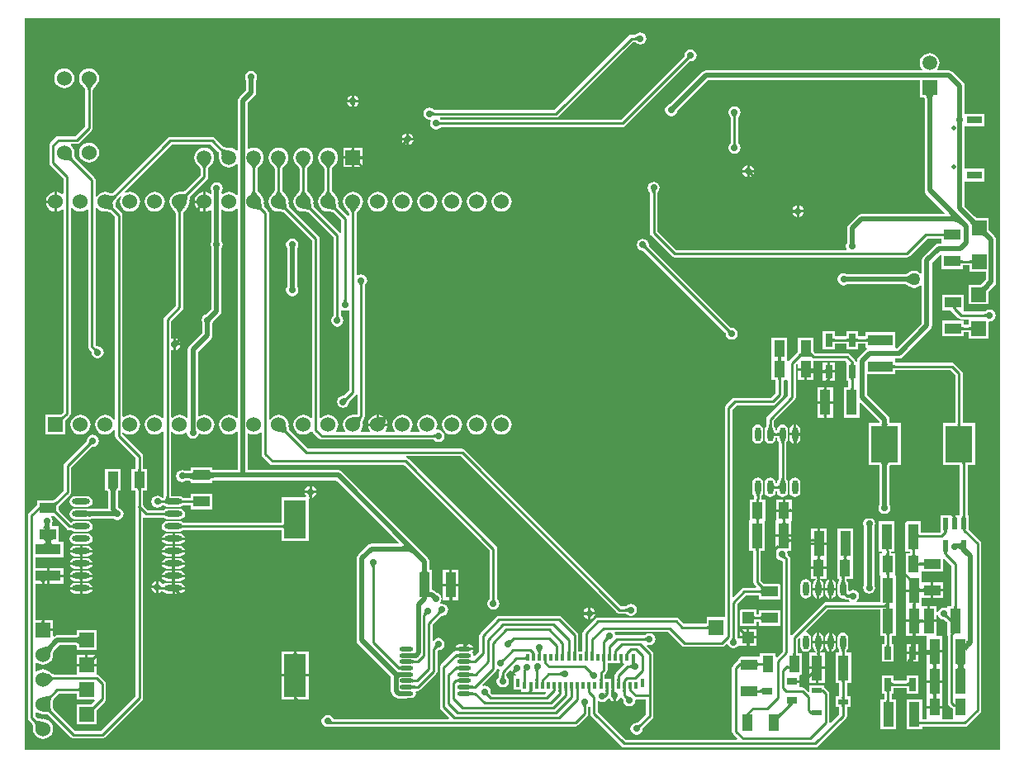
<source format=gtl>
G04*
G04 #@! TF.GenerationSoftware,Altium Limited,Altium Designer,18.1.7 (191)*
G04*
G04 Layer_Physical_Order=1*
G04 Layer_Color=255*
%FSLAX25Y25*%
%MOIN*%
G70*
G01*
G75*
%ADD13C,0.01000*%
%ADD18C,0.02000*%
%ADD20R,0.09055X0.15748*%
%ADD21R,0.09055X0.17323*%
%ADD22R,0.01575X0.03740*%
%ADD23R,0.01181X0.03150*%
%ADD24R,0.01181X0.02559*%
%ADD25R,0.04331X0.10236*%
%ADD26O,0.05512X0.01772*%
%ADD27R,0.06693X0.04331*%
%ADD28R,0.04331X0.06693*%
%ADD29O,0.07284X0.02362*%
%ADD30R,0.10236X0.04331*%
%ADD31R,0.06000X0.06000*%
%ADD32R,0.11000X0.15000*%
%ADD33R,0.04134X0.02756*%
%ADD34O,0.02362X0.05709*%
%ADD35R,0.04724X0.04724*%
%ADD36R,0.05906X0.06299*%
%ADD37R,0.03937X0.02362*%
%ADD38R,0.05906X0.05906*%
%ADD39R,0.02800X0.05300*%
%ADD40R,0.01972X0.04769*%
%ADD67C,0.06000*%
%ADD68C,0.05906*%
%ADD69R,0.05906X0.05906*%
%ADD70R,0.05906X0.03150*%
%ADD71C,0.01968*%
%ADD72R,0.06000X0.06000*%
%ADD73C,0.02500*%
%ADD74C,0.05000*%
%ADD75C,0.02800*%
G36*
X393701D02*
X0D01*
Y295276D01*
X393701D01*
Y0D01*
D02*
G37*
%LPC*%
G36*
X248600Y289547D02*
X247664Y289361D01*
X246870Y288830D01*
X246807Y288736D01*
X246792Y288724D01*
X246755Y288698D01*
X246720Y288678D01*
X246684Y288662D01*
X246647Y288648D01*
X246607Y288637D01*
X246569Y288629D01*
X245019D01*
X244434Y288513D01*
X243938Y288181D01*
X214005Y258249D01*
X165531D01*
X165493Y258256D01*
X165453Y258267D01*
X165416Y258281D01*
X165380Y258297D01*
X165345Y258318D01*
X165308Y258343D01*
X165294Y258355D01*
X165230Y258450D01*
X164436Y258980D01*
X163500Y259166D01*
X162564Y258980D01*
X161770Y258450D01*
X161239Y257656D01*
X161053Y256719D01*
X161239Y255783D01*
X161770Y254989D01*
X162564Y254459D01*
X163500Y254272D01*
X163772Y254326D01*
X164072Y253876D01*
X163979Y253736D01*
X163793Y252800D01*
X163979Y251864D01*
X164509Y251070D01*
X165303Y250539D01*
X166240Y250353D01*
X167176Y250539D01*
X167970Y251070D01*
X168033Y251164D01*
X168048Y251176D01*
X168085Y251202D01*
X168120Y251222D01*
X168155Y251238D01*
X168192Y251252D01*
X168232Y251263D01*
X168271Y251271D01*
X241400D01*
X241985Y251387D01*
X242481Y251719D01*
X268545Y277783D01*
X268578Y277804D01*
X268614Y277825D01*
X268650Y277841D01*
X268686Y277854D01*
X268726Y277865D01*
X268770Y277873D01*
X268788Y277875D01*
X268900Y277853D01*
X269836Y278039D01*
X270630Y278570D01*
X271161Y279364D01*
X271347Y280300D01*
X271161Y281236D01*
X270630Y282030D01*
X269836Y282561D01*
X268900Y282747D01*
X267964Y282561D01*
X267170Y282030D01*
X266639Y281236D01*
X266453Y280300D01*
X266475Y280188D01*
X266473Y280170D01*
X266465Y280126D01*
X266455Y280086D01*
X266441Y280049D01*
X266425Y280014D01*
X266404Y279977D01*
X266383Y279945D01*
X240767Y254329D01*
X168271D01*
X168232Y254337D01*
X168192Y254348D01*
X168155Y254362D01*
X168120Y254378D01*
X168085Y254398D01*
X168048Y254424D01*
X168033Y254436D01*
X167970Y254530D01*
X167731Y254690D01*
X167883Y255190D01*
X214638D01*
X215224Y255306D01*
X215720Y255638D01*
X245653Y285571D01*
X246569D01*
X246607Y285563D01*
X246647Y285552D01*
X246684Y285539D01*
X246720Y285522D01*
X246755Y285502D01*
X246792Y285476D01*
X246807Y285464D01*
X246870Y285370D01*
X247664Y284839D01*
X248600Y284653D01*
X249536Y284839D01*
X250330Y285370D01*
X250861Y286164D01*
X251047Y287100D01*
X250861Y288036D01*
X250330Y288830D01*
X249536Y289361D01*
X248600Y289547D01*
D02*
G37*
G36*
X16124Y275115D02*
X15080Y274978D01*
X14107Y274575D01*
X13271Y273934D01*
X12630Y273098D01*
X12227Y272125D01*
X12090Y271081D01*
X12227Y270037D01*
X12630Y269063D01*
X13271Y268228D01*
X14107Y267587D01*
X15080Y267184D01*
X16124Y267046D01*
X17168Y267184D01*
X18142Y267587D01*
X18977Y268228D01*
X19618Y269063D01*
X20021Y270037D01*
X20159Y271081D01*
X20021Y272125D01*
X19618Y273098D01*
X18977Y273934D01*
X18142Y274575D01*
X17168Y274978D01*
X16124Y275115D01*
D02*
G37*
G36*
X133124Y264185D02*
Y262338D01*
X134972D01*
X134885Y262774D01*
X134354Y263568D01*
X133561Y264098D01*
X133124Y264185D01*
D02*
G37*
G36*
X132124D02*
X131688Y264098D01*
X130894Y263568D01*
X130363Y262774D01*
X130277Y262338D01*
X132124D01*
Y264185D01*
D02*
G37*
G36*
X134972Y261338D02*
X133124D01*
Y260838D01*
X133604D01*
X133513Y260742D01*
X133431Y260641D01*
X133359Y260537D01*
X133297Y260428D01*
X133244Y260316D01*
X133201Y260199D01*
X133167Y260078D01*
X133143Y259953D01*
X133129Y259823D01*
X133124Y259690D01*
Y259490D01*
X133561Y259577D01*
X134354Y260107D01*
X134885Y260901D01*
X134972Y261338D01*
D02*
G37*
G36*
X132124D02*
X130277D01*
X130363Y260901D01*
X130894Y260107D01*
X131688Y259577D01*
X132124Y259490D01*
Y259690D01*
X132119Y259823D01*
X132105Y259953D01*
X132081Y260078D01*
X132047Y260199D01*
X132004Y260316D01*
X131951Y260428D01*
X131889Y260537D01*
X131817Y260641D01*
X131735Y260742D01*
X131644Y260838D01*
X132124D01*
Y261338D01*
D02*
G37*
G36*
X155200Y248831D02*
Y246983D01*
X157048D01*
X156961Y247420D01*
X156430Y248214D01*
X155636Y248744D01*
X155200Y248831D01*
D02*
G37*
G36*
X154200D02*
X153764Y248744D01*
X152970Y248214D01*
X152439Y247420D01*
X152352Y246983D01*
X154200D01*
Y248831D01*
D02*
G37*
G36*
Y245983D02*
X153786D01*
X154200Y245569D01*
Y245983D01*
D02*
G37*
G36*
X157048D02*
X155200D01*
Y244136D01*
X155636Y244222D01*
X156430Y244753D01*
X156961Y245547D01*
X157048Y245983D01*
D02*
G37*
G36*
X153233D02*
X152352D01*
X152439Y245547D01*
X152970Y244753D01*
X153764Y244222D01*
X154200Y244136D01*
Y245017D01*
X154179Y245011D01*
X154062Y244969D01*
X153949Y244917D01*
X153840Y244855D01*
X153734Y244783D01*
X153633Y244702D01*
X153535Y244611D01*
X152828Y245318D01*
X152919Y245416D01*
X153000Y245517D01*
X153071Y245623D01*
X153133Y245732D01*
X153185Y245845D01*
X153228Y245962D01*
X153233Y245983D01*
D02*
G37*
G36*
X286600Y259647D02*
X285664Y259461D01*
X284870Y258930D01*
X284339Y258136D01*
X284153Y257200D01*
X284339Y256264D01*
X284870Y255470D01*
X284964Y255406D01*
X284976Y255392D01*
X285002Y255355D01*
X285022Y255320D01*
X285038Y255284D01*
X285052Y255247D01*
X285063Y255207D01*
X285071Y255169D01*
Y244931D01*
X285063Y244893D01*
X285052Y244853D01*
X285038Y244816D01*
X285022Y244780D01*
X285002Y244745D01*
X284976Y244708D01*
X284964Y244693D01*
X284870Y244630D01*
X284339Y243836D01*
X284153Y242900D01*
X284339Y241964D01*
X284870Y241170D01*
X285664Y240639D01*
X286600Y240453D01*
X287536Y240639D01*
X288330Y241170D01*
X288861Y241964D01*
X289047Y242900D01*
X288861Y243836D01*
X288330Y244630D01*
X288236Y244693D01*
X288224Y244708D01*
X288198Y244745D01*
X288178Y244780D01*
X288161Y244816D01*
X288148Y244853D01*
X288137Y244893D01*
X288129Y244931D01*
Y255169D01*
X288137Y255207D01*
X288148Y255247D01*
X288161Y255284D01*
X288178Y255320D01*
X288198Y255355D01*
X288224Y255392D01*
X288236Y255406D01*
X288330Y255470D01*
X288861Y256264D01*
X289047Y257200D01*
X288861Y258136D01*
X288330Y258930D01*
X287536Y259461D01*
X286600Y259647D01*
D02*
G37*
G36*
X136577Y243034D02*
X133124D01*
Y243021D01*
D01*
X133129Y242829D01*
X133144Y242657D01*
X133169Y242505D01*
X133204Y242374D01*
X133249Y242263D01*
X133304Y242172D01*
X133369Y242101D01*
X133444Y242050D01*
X133529Y242020D01*
X133624Y242009D01*
X133124D01*
Y239581D01*
X135553D01*
Y240081D01*
X135563Y239986D01*
X135593Y239901D01*
X135644Y239826D01*
X135715Y239761D01*
X135806Y239706D01*
X135917Y239661D01*
X136049Y239626D01*
X136201Y239601D01*
X136373Y239586D01*
X136565Y239581D01*
X136577D01*
Y243034D01*
D02*
G37*
G36*
X132124D02*
X128672D01*
Y239581D01*
X132124D01*
Y242009D01*
X131624D01*
X131719Y242020D01*
X131804Y242050D01*
X131879Y242101D01*
X131944Y242172D01*
X131999Y242263D01*
X132044Y242374D01*
X132079Y242505D01*
X132104Y242657D01*
X132119Y242829D01*
X132124Y243021D01*
Y243034D01*
D02*
G37*
G36*
X136577Y238581D02*
X136565D01*
D01*
X136373Y238576D01*
X136201Y238561D01*
X136049Y238536D01*
X135917Y238501D01*
X135806Y238456D01*
X135715Y238401D01*
X135644Y238336D01*
X135593Y238261D01*
X135563Y238176D01*
X135553Y238081D01*
Y238581D01*
X133124D01*
Y235128D01*
X136577D01*
Y238581D01*
D02*
G37*
G36*
X26124Y245115D02*
X25080Y244978D01*
X24107Y244575D01*
X23271Y243934D01*
X22630Y243098D01*
X22227Y242125D01*
X22090Y241081D01*
X22227Y240037D01*
X22630Y239064D01*
X23271Y238228D01*
X24107Y237587D01*
X25080Y237184D01*
X26124Y237046D01*
X27168Y237184D01*
X28141Y237587D01*
X28977Y238228D01*
X29618Y239064D01*
X30021Y240037D01*
X30159Y241081D01*
X30021Y242125D01*
X29618Y243098D01*
X28977Y243934D01*
X28141Y244575D01*
X27168Y244978D01*
X26124Y245115D01*
D02*
G37*
G36*
X132124Y238581D02*
X128672D01*
Y235128D01*
X132124D01*
Y238581D01*
D02*
G37*
G36*
X292700Y235848D02*
Y234000D01*
X294548D01*
X294461Y234436D01*
X293930Y235230D01*
X293136Y235761D01*
X292700Y235848D01*
D02*
G37*
G36*
X291700D02*
X291264Y235761D01*
X290470Y235230D01*
X289939Y234436D01*
X289852Y234000D01*
X291700D01*
Y235848D01*
D02*
G37*
G36*
X293114Y233000D02*
X292700D01*
Y232586D01*
X293114Y233000D01*
D02*
G37*
G36*
X294548D02*
X293667D01*
X293672Y232979D01*
X293715Y232862D01*
X293767Y232749D01*
X293829Y232640D01*
X293900Y232534D01*
X293981Y232433D01*
X294072Y232335D01*
X293365Y231628D01*
X293267Y231719D01*
X293166Y231800D01*
X293060Y231872D01*
X292951Y231933D01*
X292838Y231985D01*
X292721Y232028D01*
X292700Y232033D01*
Y231152D01*
X293136Y231239D01*
X293930Y231770D01*
X294461Y232564D01*
X294548Y233000D01*
D02*
G37*
G36*
X291700D02*
X289852D01*
X289939Y232564D01*
X290470Y231770D01*
X291264Y231239D01*
X291700Y231152D01*
Y233000D01*
D02*
G37*
G36*
X26124Y275115D02*
X25080Y274978D01*
X24107Y274575D01*
X23271Y273934D01*
X22630Y273098D01*
X22227Y272125D01*
X22090Y271081D01*
X22227Y270037D01*
X22630Y269063D01*
X23271Y268228D01*
X23359Y268160D01*
X23581Y267936D01*
X24048Y267402D01*
X24214Y267180D01*
X24353Y266969D01*
X24458Y266782D01*
X24531Y266622D01*
X24576Y266491D01*
X24595Y266401D01*
Y251714D01*
X20510Y247629D01*
X13700D01*
X13115Y247513D01*
X12619Y247181D01*
X10519Y245081D01*
X10187Y244585D01*
X10071Y244000D01*
Y236800D01*
X10187Y236215D01*
X10519Y235719D01*
X15671Y230567D01*
Y224535D01*
X15171Y224288D01*
X14641Y224694D01*
X13668Y225097D01*
X13124Y225169D01*
Y221200D01*
Y217231D01*
X13668Y217303D01*
X14641Y217706D01*
X15171Y218112D01*
X15671Y217865D01*
Y136409D01*
X14706Y135445D01*
X14547Y135296D01*
X14427Y135200D01*
X8624D01*
Y127200D01*
X16624D01*
Y133000D01*
X16831Y133244D01*
X18281Y134694D01*
X18613Y135190D01*
X18729Y135776D01*
Y218894D01*
X19229Y219054D01*
X19771Y218347D01*
X20607Y217706D01*
X21580Y217303D01*
X22624Y217165D01*
X23668Y217303D01*
X24642Y217706D01*
X25171Y218112D01*
X25671Y217865D01*
Y162800D01*
X25787Y162215D01*
X26119Y161719D01*
X27055Y160782D01*
X27077Y160750D01*
X27097Y160714D01*
X27114Y160678D01*
X27127Y160641D01*
X27138Y160602D01*
X27146Y160558D01*
X27148Y160539D01*
X27126Y160427D01*
X27312Y159491D01*
X27842Y158697D01*
X28636Y158167D01*
X29573Y157980D01*
X30509Y158167D01*
X31303Y158697D01*
X31833Y159491D01*
X32020Y160427D01*
X31833Y161364D01*
X31303Y162158D01*
X30509Y162688D01*
X29573Y162874D01*
X29461Y162852D01*
X29442Y162854D01*
X29398Y162862D01*
X29359Y162873D01*
X29322Y162886D01*
X29286Y162903D01*
X29250Y162923D01*
X29218Y162945D01*
X28729Y163434D01*
Y218894D01*
X29229Y219054D01*
X29771Y218347D01*
X30607Y217706D01*
X31580Y217303D01*
X32624Y217165D01*
X32734Y217180D01*
X33049Y217178D01*
X33757Y217130D01*
X34032Y217091D01*
X34279Y217040D01*
X34486Y216982D01*
X34651Y216921D01*
X34774Y216860D01*
X34852Y216809D01*
X36571Y215091D01*
Y133418D01*
X36292Y133294D01*
X36071Y133279D01*
X35477Y134053D01*
X34642Y134694D01*
X33668Y135097D01*
X32624Y135234D01*
X31580Y135097D01*
X30607Y134694D01*
X29771Y134053D01*
X29130Y133217D01*
X28727Y132244D01*
X28590Y131200D01*
X28727Y130156D01*
X29130Y129183D01*
X29771Y128347D01*
X30607Y127706D01*
X31580Y127303D01*
X32624Y127165D01*
X33668Y127303D01*
X34642Y127706D01*
X35477Y128347D01*
X36071Y129121D01*
X36292Y129105D01*
X36571Y128982D01*
Y126700D01*
X36687Y126115D01*
X37019Y125619D01*
X44859Y117778D01*
Y113142D01*
X43223D01*
Y104449D01*
X44859D01*
Y98000D01*
Y21622D01*
X30766Y7529D01*
X20567D01*
X11906Y16190D01*
X11856Y16268D01*
X11795Y16391D01*
X11733Y16557D01*
X11675Y16763D01*
X11625Y17010D01*
X11585Y17285D01*
X11538Y17993D01*
X11536Y18308D01*
X11550Y18418D01*
X11536Y18528D01*
X11538Y18843D01*
X11585Y19551D01*
X11625Y19826D01*
X11675Y20073D01*
X11733Y20279D01*
X11795Y20445D01*
X11856Y20568D01*
X11906Y20646D01*
X13949Y22689D01*
X21116D01*
Y20218D01*
X28299D01*
X28491Y19756D01*
X27197Y18463D01*
X27038Y18315D01*
X26918Y18218D01*
X21116D01*
Y10218D01*
X29116D01*
Y16018D01*
X29323Y16262D01*
X32481Y19421D01*
X32813Y19917D01*
X32929Y20502D01*
Y26600D01*
X32813Y27185D01*
X32481Y27681D01*
X30281Y29881D01*
X29785Y30213D01*
X29200Y30329D01*
X29116D01*
Y33718D01*
X21116D01*
Y30329D01*
X12113D01*
X12025Y30347D01*
X11881Y30393D01*
X11698Y30467D01*
X11483Y30572D01*
X11255Y30700D01*
X10334Y31321D01*
X9996Y31581D01*
X9996Y31581D01*
X9996Y31581D01*
X9994Y31582D01*
X9905Y31626D01*
X9533Y31912D01*
X8560Y32315D01*
X7516Y32452D01*
X6471Y32315D01*
X5498Y31912D01*
X4929Y31475D01*
X4429Y31722D01*
Y35114D01*
X4929Y35361D01*
X5498Y34924D01*
X6471Y34521D01*
X7516Y34383D01*
X8560Y34521D01*
X9533Y34924D01*
X10368Y35565D01*
X11010Y36401D01*
X11413Y37374D01*
X11550Y38418D01*
X11537Y38518D01*
X11541Y38691D01*
X11561Y38910D01*
X11596Y39114D01*
X11644Y39305D01*
X11705Y39484D01*
X11778Y39653D01*
X11865Y39814D01*
X11967Y39968D01*
X12027Y40046D01*
X14160Y42179D01*
X20575D01*
X20724Y42166D01*
X20938Y42130D01*
X21090Y42090D01*
X21116Y42079D01*
Y40218D01*
X29116D01*
Y48218D01*
X21116D01*
Y46357D01*
X21090Y46347D01*
X20938Y46306D01*
X20724Y46270D01*
X20575Y46257D01*
X13316D01*
X12535Y46102D01*
X12016Y45755D01*
X11516Y45956D01*
Y47918D01*
X7516D01*
Y48418D01*
X7016D01*
Y51394D01*
X6516D01*
X6611Y51404D01*
X6696Y51434D01*
X6771Y51485D01*
X6836Y51556D01*
X6891Y51647D01*
X6936Y51758D01*
X6971Y51890D01*
X6996Y52042D01*
X7011Y52214D01*
X7016Y52406D01*
Y52418D01*
X4429D01*
Y67115D01*
X9074D01*
Y70280D01*
Y73446D01*
X4429D01*
Y77745D01*
X15692D01*
Y84075D01*
X13920D01*
Y90146D01*
X11142D01*
X11128Y90181D01*
X11088Y90331D01*
X11052Y90543D01*
X11039Y90690D01*
Y91032D01*
X11261Y91364D01*
X11447Y92300D01*
X11261Y93236D01*
X10787Y93945D01*
X10941Y94445D01*
X11756D01*
X11998Y94240D01*
X17141Y89096D01*
X17638Y88764D01*
X18223Y88648D01*
X18761D01*
X18868Y88641D01*
X18898Y88638D01*
X18920Y88605D01*
X19642Y88123D01*
X20493Y87953D01*
X25414D01*
X26265Y88123D01*
X26986Y88605D01*
X27468Y89326D01*
X27638Y90177D01*
X27468Y91028D01*
X26986Y91750D01*
X26265Y92232D01*
X25414Y92401D01*
X20493D01*
X19642Y92232D01*
X18920Y91750D01*
X18523Y92040D01*
X14166Y96397D01*
X14020Y96554D01*
X13922Y96676D01*
X13920Y96679D01*
Y98356D01*
X13950Y98402D01*
X14422Y98959D01*
X18482Y103019D01*
X18813Y103515D01*
X18929Y104100D01*
Y113866D01*
X27245Y122183D01*
X27277Y122204D01*
X27314Y122225D01*
X27349Y122241D01*
X27386Y122255D01*
X27426Y122265D01*
X27470Y122273D01*
X27488Y122275D01*
X27600Y122253D01*
X28536Y122439D01*
X29330Y122970D01*
X29861Y123764D01*
X30047Y124700D01*
X29861Y125636D01*
X29330Y126430D01*
X28536Y126961D01*
X27600Y127147D01*
X26664Y126961D01*
X25870Y126430D01*
X25339Y125636D01*
X25153Y124700D01*
X25175Y124588D01*
X25173Y124569D01*
X25165Y124526D01*
X25155Y124486D01*
X25141Y124450D01*
X25125Y124414D01*
X25104Y124378D01*
X25082Y124345D01*
X16319Y115581D01*
X15987Y115085D01*
X15871Y114500D01*
Y104734D01*
X12151Y101014D01*
X11984Y100858D01*
X11882Y100776D01*
X5227D01*
Y98898D01*
X4919Y98692D01*
X1819Y95592D01*
X1487Y95095D01*
X1371Y94510D01*
Y13034D01*
X1487Y12448D01*
X1819Y11952D01*
X3125Y10646D01*
X3175Y10568D01*
X3236Y10445D01*
X3298Y10279D01*
X3356Y10073D01*
X3407Y9826D01*
X3446Y9551D01*
X3493Y8843D01*
X3496Y8528D01*
X3481Y8418D01*
X3619Y7374D01*
X4022Y6401D01*
X4663Y5565D01*
X5498Y4924D01*
X6471Y4521D01*
X7516Y4383D01*
X8560Y4521D01*
X9533Y4924D01*
X10368Y5565D01*
X11010Y6401D01*
X11413Y7374D01*
X11550Y8418D01*
X11413Y9462D01*
X11010Y10435D01*
X10368Y11271D01*
X9533Y11912D01*
X8560Y12315D01*
X7516Y12453D01*
X7406Y12438D01*
X7090Y12440D01*
X6383Y12488D01*
X6108Y12527D01*
X5861Y12578D01*
X5654Y12636D01*
X5489Y12697D01*
X5365Y12758D01*
X5288Y12809D01*
X4429Y13667D01*
Y15114D01*
X4929Y15361D01*
X5498Y14924D01*
X6471Y14521D01*
X7516Y14383D01*
X7626Y14398D01*
X7941Y14396D01*
X8648Y14348D01*
X8924Y14309D01*
X9171Y14258D01*
X9377Y14200D01*
X9542Y14139D01*
X9666Y14078D01*
X9743Y14027D01*
X18852Y4919D01*
X19348Y4587D01*
X19934Y4471D01*
X31400D01*
X31985Y4587D01*
X32481Y4919D01*
X47470Y19907D01*
X47801Y20403D01*
X47918Y20988D01*
Y93636D01*
X48418Y93903D01*
X48626Y93764D01*
X49211Y93648D01*
X55966D01*
X56073Y93641D01*
X56103Y93638D01*
X56125Y93605D01*
X56846Y93123D01*
X57697Y92953D01*
X62619D01*
X63470Y93123D01*
X64191Y93605D01*
X64673Y94326D01*
X64842Y95177D01*
X64673Y96028D01*
X64191Y96750D01*
X63470Y97232D01*
X62619Y97401D01*
X57697D01*
X56846Y97232D01*
X56125Y96750D01*
X56106Y96722D01*
X55929Y96707D01*
X49845D01*
X48207Y98345D01*
X48162Y98401D01*
X48101Y98490D01*
X48050Y98579D01*
X48008Y98671D01*
X47973Y98765D01*
X47946Y98865D01*
X47926Y98971D01*
X47918Y99042D01*
Y104449D01*
X49554D01*
Y113142D01*
X47918D01*
Y118412D01*
X47801Y118997D01*
X47470Y119493D01*
X39629Y127333D01*
Y127826D01*
X40129Y128072D01*
X40607Y127706D01*
X41580Y127303D01*
X42624Y127165D01*
X43668Y127303D01*
X44642Y127706D01*
X45477Y128347D01*
X46118Y129183D01*
X46521Y130156D01*
X46659Y131200D01*
X46521Y132244D01*
X46118Y133217D01*
X45477Y134053D01*
X44642Y134694D01*
X43668Y135097D01*
X42624Y135234D01*
X41580Y135097D01*
X40607Y134694D01*
X40129Y134328D01*
X39629Y134574D01*
Y215724D01*
X39513Y216309D01*
X39181Y216806D01*
X37015Y218972D01*
X36964Y219050D01*
X36904Y219173D01*
X36842Y219339D01*
X36784Y219545D01*
X36733Y219792D01*
X36694Y220067D01*
X36670Y220431D01*
X37226Y221673D01*
X37461Y222131D01*
X37539Y222265D01*
X37562Y222299D01*
X38666Y223403D01*
X39090Y223120D01*
X38727Y222244D01*
X38590Y221200D01*
X38727Y220156D01*
X39130Y219183D01*
X39771Y218347D01*
X40607Y217706D01*
X41580Y217303D01*
X42624Y217165D01*
X43668Y217303D01*
X44642Y217706D01*
X45477Y218347D01*
X46118Y219183D01*
X46521Y220156D01*
X46659Y221200D01*
X46521Y222244D01*
X46118Y223217D01*
X45477Y224053D01*
X44642Y224694D01*
X43668Y225097D01*
X42624Y225235D01*
X41580Y225097D01*
X40704Y224734D01*
X40421Y225158D01*
X59534Y244271D01*
X75271D01*
X78287Y241255D01*
X78336Y241180D01*
X78396Y241059D01*
X78457Y240898D01*
X78514Y240697D01*
X78563Y240456D01*
X78602Y240188D01*
X78649Y239496D01*
X78651Y239188D01*
X78637Y239081D01*
X78773Y238049D01*
X79172Y237087D01*
X79805Y236262D01*
X80631Y235628D01*
X81592Y235230D01*
X82624Y235094D01*
X83656Y235230D01*
X84618Y235628D01*
X85443Y236262D01*
X85587Y236449D01*
X86061Y236289D01*
Y224070D01*
X85587Y223909D01*
X85477Y224053D01*
X84641Y224694D01*
X83668Y225097D01*
X82624Y225235D01*
X81580Y225097D01*
X80607Y224694D01*
X80139Y224335D01*
X79639Y224582D01*
Y225332D01*
X79861Y225664D01*
X80047Y226600D01*
X79861Y227536D01*
X79330Y228330D01*
X78536Y228861D01*
X77600Y229047D01*
X76664Y228861D01*
X75870Y228330D01*
X75339Y227536D01*
X75153Y226600D01*
X75339Y225664D01*
X75561Y225332D01*
Y224619D01*
X75061Y224372D01*
X74642Y224694D01*
X73668Y225097D01*
X73124Y225169D01*
Y221200D01*
Y217231D01*
X73668Y217303D01*
X74642Y217706D01*
X75061Y218028D01*
X75561Y217781D01*
Y205268D01*
X75339Y204936D01*
X75153Y204000D01*
X75339Y203064D01*
X75561Y202732D01*
Y177945D01*
X73374Y175758D01*
X72983Y175680D01*
X72189Y175150D01*
X71659Y174356D01*
X71472Y173419D01*
X71659Y172483D01*
X71880Y172151D01*
Y168264D01*
X66558Y162942D01*
X66116Y162280D01*
X65961Y161500D01*
Y134200D01*
X65642Y134092D01*
X65461Y134065D01*
X64641Y134694D01*
X63668Y135097D01*
X62624Y135234D01*
X61580Y135097D01*
X60607Y134694D01*
X59771Y134053D01*
X59703Y133964D01*
X59229Y134124D01*
Y161207D01*
X59476Y161339D01*
X59729Y161426D01*
X60100Y161352D01*
Y163700D01*
Y166048D01*
X59729Y165974D01*
X59476Y166061D01*
X59229Y166193D01*
Y173066D01*
X63706Y177543D01*
X64037Y178039D01*
X64154Y178624D01*
Y216520D01*
X64173Y216611D01*
X64217Y216741D01*
X64290Y216901D01*
X64395Y217088D01*
X64534Y217299D01*
X64701Y217521D01*
X65168Y218055D01*
X65389Y218280D01*
X65477Y218347D01*
X66118Y219183D01*
X66521Y220156D01*
X66659Y221200D01*
X66644Y221310D01*
X66646Y221625D01*
X66694Y222333D01*
X66733Y222608D01*
X66784Y222855D01*
X66842Y223061D01*
X66904Y223227D01*
X66965Y223350D01*
X67015Y223428D01*
X73706Y230119D01*
X74037Y230615D01*
X74154Y231200D01*
Y234477D01*
X74172Y234565D01*
X74215Y234692D01*
X74286Y234849D01*
X74388Y235032D01*
X74523Y235237D01*
X74685Y235454D01*
X75141Y235976D01*
X75358Y236196D01*
X75443Y236262D01*
X76077Y237087D01*
X76475Y238049D01*
X76611Y239081D01*
X76475Y240113D01*
X76077Y241074D01*
X75443Y241900D01*
X74618Y242533D01*
X73656Y242932D01*
X72624Y243068D01*
X71592Y242932D01*
X70631Y242533D01*
X69805Y241900D01*
X69172Y241074D01*
X68773Y240113D01*
X68637Y239081D01*
X68773Y238049D01*
X69172Y237087D01*
X69805Y236262D01*
X69890Y236196D01*
X70107Y235976D01*
X70563Y235454D01*
X70725Y235237D01*
X70860Y235032D01*
X70962Y234849D01*
X71033Y234692D01*
X71076Y234565D01*
X71095Y234477D01*
Y231834D01*
X64852Y225591D01*
X64774Y225540D01*
X64651Y225479D01*
X64486Y225418D01*
X64279Y225360D01*
X64032Y225309D01*
X63757Y225270D01*
X63049Y225222D01*
X62734Y225220D01*
X62624Y225235D01*
X61580Y225097D01*
X60607Y224694D01*
X59771Y224053D01*
X59130Y223217D01*
X58727Y222244D01*
X58590Y221200D01*
X58727Y220156D01*
X59130Y219183D01*
X59771Y218347D01*
X59859Y218280D01*
X60081Y218055D01*
X60548Y217521D01*
X60714Y217299D01*
X60853Y217088D01*
X60958Y216901D01*
X61031Y216741D01*
X61076Y216611D01*
X61095Y216520D01*
Y179258D01*
X56619Y174781D01*
X56287Y174285D01*
X56171Y173700D01*
Y133970D01*
X55671Y133801D01*
X55477Y134053D01*
X54641Y134694D01*
X53668Y135097D01*
X52624Y135234D01*
X51580Y135097D01*
X50607Y134694D01*
X49771Y134053D01*
X49130Y133217D01*
X48727Y132244D01*
X48590Y131200D01*
X48727Y130156D01*
X49130Y129183D01*
X49771Y128347D01*
X50607Y127706D01*
X51580Y127303D01*
X52624Y127165D01*
X53668Y127303D01*
X54641Y127706D01*
X55477Y128347D01*
X55671Y128599D01*
X56171Y128430D01*
Y101944D01*
X56166Y101881D01*
X55894Y101774D01*
X55693Y101714D01*
X55653Y101725D01*
X55616Y101739D01*
X55580Y101755D01*
X55545Y101776D01*
X55508Y101801D01*
X55493Y101813D01*
X55430Y101908D01*
X54636Y102438D01*
X53700Y102624D01*
X52764Y102438D01*
X51970Y101908D01*
X51439Y101114D01*
X51253Y100177D01*
X51439Y99241D01*
X51970Y98447D01*
X52764Y97916D01*
X53700Y97730D01*
X54636Y97916D01*
X55430Y98447D01*
X55493Y98541D01*
X55508Y98554D01*
X55545Y98579D01*
X55580Y98599D01*
X55616Y98616D01*
X55653Y98629D01*
X55693Y98641D01*
X55731Y98648D01*
X55966D01*
X56073Y98641D01*
X56103Y98638D01*
X56125Y98605D01*
X56846Y98123D01*
X57697Y97953D01*
X62619D01*
X63470Y98123D01*
X64191Y98605D01*
X64210Y98633D01*
X64387Y98648D01*
X65800D01*
X65816Y98651D01*
X67227D01*
Y97015D01*
X75920D01*
Y103346D01*
X67227D01*
Y101710D01*
X65803D01*
X65787Y101707D01*
X64350D01*
X64243Y101713D01*
X64213Y101716D01*
X64191Y101750D01*
X63470Y102232D01*
X62619Y102401D01*
X59229D01*
Y128276D01*
X59703Y128436D01*
X59771Y128347D01*
X60607Y127706D01*
X61580Y127303D01*
X62624Y127165D01*
X63668Y127303D01*
X64641Y127706D01*
X65074Y128038D01*
X65129Y128034D01*
X65592Y127805D01*
X65739Y127064D01*
X66270Y126270D01*
X67064Y125739D01*
X68000Y125553D01*
X68936Y125739D01*
X69730Y126270D01*
X70261Y127064D01*
X70316Y127343D01*
X70876Y127594D01*
X71580Y127303D01*
X72624Y127165D01*
X73668Y127303D01*
X74642Y127706D01*
X75477Y128347D01*
X76118Y129183D01*
X76521Y130156D01*
X76659Y131200D01*
X76521Y132244D01*
X76118Y133217D01*
X75477Y134053D01*
X74642Y134694D01*
X73668Y135097D01*
X72624Y135234D01*
X71580Y135097D01*
X70607Y134694D01*
X70488Y134602D01*
X70039Y134824D01*
Y160655D01*
X75361Y165978D01*
X75803Y166639D01*
X75959Y167419D01*
X75959Y167420D01*
Y172151D01*
X76180Y172483D01*
X76258Y172874D01*
X79042Y175658D01*
X79042Y175658D01*
X79484Y176320D01*
X79639Y177100D01*
Y202732D01*
X79861Y203064D01*
X80047Y204000D01*
X79861Y204936D01*
X79639Y205268D01*
Y217818D01*
X80139Y218065D01*
X80607Y217706D01*
X81580Y217303D01*
X82624Y217165D01*
X83668Y217303D01*
X84641Y217706D01*
X85477Y218347D01*
X85587Y218491D01*
X86061Y218330D01*
Y134070D01*
X85587Y133909D01*
X85477Y134053D01*
X84641Y134694D01*
X83668Y135097D01*
X82624Y135234D01*
X81580Y135097D01*
X80607Y134694D01*
X79771Y134053D01*
X79130Y133217D01*
X78727Y132244D01*
X78590Y131200D01*
X78727Y130156D01*
X79130Y129183D01*
X79771Y128347D01*
X80607Y127706D01*
X81580Y127303D01*
X82624Y127165D01*
X83668Y127303D01*
X84641Y127706D01*
X85477Y128347D01*
X85587Y128491D01*
X86061Y128330D01*
Y112849D01*
X76461D01*
X76312Y112863D01*
X76098Y112898D01*
X75945Y112939D01*
X75920Y112949D01*
Y113976D01*
X67227D01*
Y112639D01*
X67200Y112628D01*
X67048Y112588D01*
X66834Y112552D01*
X66685Y112539D01*
X64968D01*
X64636Y112761D01*
X63700Y112947D01*
X62764Y112761D01*
X61970Y112230D01*
X61439Y111436D01*
X61253Y110500D01*
X61439Y109564D01*
X61970Y108770D01*
X62764Y108239D01*
X63700Y108053D01*
X64636Y108239D01*
X64968Y108461D01*
X66731D01*
X66850Y108452D01*
X67075Y108420D01*
X67227Y108386D01*
Y107645D01*
X68198D01*
X68236Y107637D01*
X68275Y107645D01*
X75920D01*
Y108671D01*
X75945Y108682D01*
X76098Y108722D01*
X76312Y108758D01*
X76461Y108771D01*
X125830D01*
X151000Y83601D01*
X150809Y83139D01*
X140000D01*
X139220Y82984D01*
X138558Y82542D01*
X134758Y78742D01*
X134316Y78080D01*
X134161Y77300D01*
Y44220D01*
X134316Y43440D01*
X134758Y42779D01*
X147987Y29550D01*
X147961Y29420D01*
Y23743D01*
X148116Y22963D01*
X148558Y22301D01*
X149558Y21301D01*
X150220Y20859D01*
X151000Y20704D01*
X154286D01*
X154871Y20820D01*
X156156D01*
X156892Y20967D01*
X157516Y21384D01*
X157932Y22007D01*
X158079Y22743D01*
X157974Y23273D01*
X158292Y23773D01*
X158731D01*
X159316Y23889D01*
X159812Y24221D01*
X166281Y30690D01*
X166613Y31186D01*
X166729Y31772D01*
Y39959D01*
X167148Y40263D01*
X167200Y40253D01*
X168136Y40439D01*
X168930Y40970D01*
X169461Y41764D01*
X169647Y42700D01*
X169461Y43636D01*
X168930Y44430D01*
X168136Y44961D01*
X167200Y45147D01*
X166264Y44961D01*
X165470Y44430D01*
X165229Y44071D01*
X164729Y44222D01*
Y50467D01*
X168245Y53983D01*
X168278Y54004D01*
X168314Y54025D01*
X168350Y54041D01*
X168386Y54054D01*
X168426Y54065D01*
X168470Y54073D01*
X168488Y54075D01*
X168600Y54053D01*
X169536Y54239D01*
X170330Y54770D01*
X170861Y55564D01*
X171047Y56500D01*
X170861Y57436D01*
X170330Y58230D01*
X169536Y58761D01*
X168600Y58947D01*
X167956Y58819D01*
X167759Y59213D01*
X167741Y59286D01*
X168261Y60064D01*
X168447Y61000D01*
X168261Y61936D01*
X167730Y62730D01*
X166936Y63261D01*
X166545Y63339D01*
X165942Y63942D01*
X165280Y64384D01*
X164650Y64509D01*
Y72618D01*
X163624D01*
X163614Y72643D01*
X163573Y72795D01*
X163538Y73010D01*
X163524Y73159D01*
Y76000D01*
X163369Y76780D01*
X162927Y77442D01*
X157827Y82542D01*
X128117Y112252D01*
X127455Y112694D01*
X126675Y112849D01*
X90139D01*
Y127500D01*
X90588Y127721D01*
X90607Y127706D01*
X91580Y127303D01*
X92624Y127165D01*
X93668Y127303D01*
X94642Y127706D01*
X95171Y128112D01*
X95671Y127866D01*
Y119300D01*
X95787Y118715D01*
X96119Y118219D01*
X98919Y115419D01*
X99415Y115087D01*
X100000Y114971D01*
X153267D01*
X187771Y80467D01*
Y60931D01*
X187763Y60893D01*
X187752Y60853D01*
X187739Y60816D01*
X187722Y60780D01*
X187702Y60745D01*
X187676Y60708D01*
X187664Y60694D01*
X187570Y60630D01*
X187039Y59836D01*
X186853Y58900D01*
X187039Y57964D01*
X187570Y57170D01*
X188364Y56639D01*
X189300Y56453D01*
X190236Y56639D01*
X191030Y57170D01*
X191561Y57964D01*
X191747Y58900D01*
X191561Y59836D01*
X191030Y60630D01*
X190936Y60694D01*
X190924Y60708D01*
X190898Y60745D01*
X190878Y60780D01*
X190861Y60816D01*
X190848Y60853D01*
X190837Y60893D01*
X190829Y60931D01*
Y81100D01*
X190713Y81685D01*
X190381Y82181D01*
X154981Y117581D01*
X154485Y117913D01*
X154195Y117971D01*
X154245Y118471D01*
X176067D01*
X239219Y55319D01*
X239715Y54987D01*
X240300Y54871D01*
X242769D01*
X242807Y54863D01*
X242847Y54852D01*
X242884Y54839D01*
X242920Y54822D01*
X242955Y54802D01*
X242992Y54776D01*
X243006Y54764D01*
X243070Y54670D01*
X243864Y54139D01*
X244800Y53953D01*
X245736Y54139D01*
X246530Y54670D01*
X247061Y55464D01*
X247247Y56400D01*
X247061Y57336D01*
X246530Y58130D01*
X245736Y58661D01*
X244800Y58847D01*
X243864Y58661D01*
X243070Y58130D01*
X243006Y58036D01*
X242992Y58024D01*
X242955Y57998D01*
X242920Y57978D01*
X242884Y57961D01*
X242847Y57948D01*
X242807Y57937D01*
X242769Y57929D01*
X240933D01*
X177781Y121081D01*
X177285Y121413D01*
X176700Y121529D01*
X114458D01*
X107015Y128972D01*
X106965Y129050D01*
X106904Y129173D01*
X106842Y129339D01*
X106784Y129545D01*
X106733Y129792D01*
X106694Y130067D01*
X106647Y130775D01*
X106644Y131090D01*
X106659Y131200D01*
X106521Y132244D01*
X106118Y133217D01*
X105477Y134053D01*
X104641Y134694D01*
X103668Y135097D01*
X102624Y135234D01*
X101580Y135097D01*
X100607Y134694D01*
X99771Y134053D01*
X99229Y133346D01*
X98729Y133506D01*
Y216624D01*
X98613Y217210D01*
X98281Y217706D01*
X97015Y218972D01*
X96965Y219050D01*
X96904Y219173D01*
X96842Y219339D01*
X96784Y219545D01*
X96733Y219792D01*
X96694Y220067D01*
X96646Y220775D01*
X96644Y221090D01*
X96659Y221200D01*
X96521Y222244D01*
X96118Y223217D01*
X95477Y224053D01*
X95389Y224120D01*
X95168Y224345D01*
X94701Y224879D01*
X94534Y225101D01*
X94395Y225312D01*
X94290Y225499D01*
X94217Y225659D01*
X94173Y225789D01*
X94154Y225880D01*
Y234477D01*
X94172Y234565D01*
X94215Y234692D01*
X94286Y234849D01*
X94388Y235032D01*
X94523Y235237D01*
X94685Y235454D01*
X95141Y235976D01*
X95358Y236196D01*
X95443Y236262D01*
X96077Y237087D01*
X96475Y238049D01*
X96611Y239081D01*
X96475Y240113D01*
X96077Y241074D01*
X95443Y241900D01*
X94618Y242533D01*
X93656Y242932D01*
X92624Y243068D01*
X91592Y242932D01*
X90631Y242533D01*
X90588Y242500D01*
X90139Y242722D01*
Y261155D01*
X92942Y263958D01*
X93384Y264620D01*
X93539Y265400D01*
X93539Y265400D01*
Y270333D01*
X93761Y270665D01*
X93947Y271601D01*
X93761Y272538D01*
X93230Y273331D01*
X92436Y273862D01*
X91500Y274048D01*
X90564Y273862D01*
X89770Y273331D01*
X89239Y272538D01*
X89053Y271601D01*
X89239Y270665D01*
X89461Y270333D01*
Y266245D01*
X86658Y263442D01*
X86216Y262780D01*
X86061Y262000D01*
Y241873D01*
X85587Y241712D01*
X85443Y241900D01*
X84618Y242533D01*
X83656Y242932D01*
X82624Y243068D01*
X82517Y243054D01*
X82209Y243056D01*
X81517Y243103D01*
X81249Y243142D01*
X81008Y243191D01*
X80807Y243248D01*
X80646Y243309D01*
X80525Y243369D01*
X80450Y243418D01*
X76986Y246881D01*
X76490Y247213D01*
X75905Y247329D01*
X58900D01*
X58315Y247213D01*
X57819Y246881D01*
X35653Y224716D01*
X35588Y224675D01*
X35515Y224644D01*
X35426Y224622D01*
X35311Y224609D01*
X35165Y224612D01*
X34984Y224636D01*
X34770Y224686D01*
X34524Y224766D01*
X34219Y224889D01*
X34128Y224906D01*
X33668Y225097D01*
X32624Y225235D01*
X31580Y225097D01*
X30607Y224694D01*
X29771Y224053D01*
X29229Y223346D01*
X28729Y223506D01*
Y230005D01*
X28613Y230590D01*
X28281Y231086D01*
X20515Y238853D01*
X20464Y238931D01*
X20404Y239054D01*
X20342Y239219D01*
X20284Y239426D01*
X20233Y239673D01*
X20194Y239948D01*
X20146Y240656D01*
X20144Y240971D01*
X20159Y241081D01*
X20021Y242125D01*
X19618Y243098D01*
X18977Y243934D01*
X18764Y244097D01*
X18925Y244571D01*
X21143D01*
X21729Y244687D01*
X22225Y245019D01*
X27206Y249999D01*
X27537Y250496D01*
X27654Y251081D01*
Y266401D01*
X27673Y266491D01*
X27717Y266622D01*
X27790Y266782D01*
X27895Y266969D01*
X28034Y267180D01*
X28201Y267402D01*
X28668Y267936D01*
X28889Y268160D01*
X28977Y268228D01*
X29618Y269063D01*
X30021Y270037D01*
X30159Y271081D01*
X30021Y272125D01*
X29618Y273098D01*
X28977Y273934D01*
X28141Y274575D01*
X27168Y274978D01*
X26124Y275115D01*
D02*
G37*
G36*
X72124Y225169D02*
X71580Y225097D01*
X70607Y224694D01*
X69771Y224053D01*
X69130Y223217D01*
X68727Y222244D01*
X68656Y221700D01*
X72124D01*
Y225169D01*
D02*
G37*
G36*
X12124D02*
X11580Y225097D01*
X10607Y224694D01*
X9771Y224053D01*
X9130Y223217D01*
X8727Y222244D01*
X8655Y221700D01*
X12124D01*
Y225169D01*
D02*
G37*
G36*
X312800Y219748D02*
Y217900D01*
X314648D01*
X314561Y218336D01*
X314030Y219130D01*
X313236Y219661D01*
X312800Y219748D01*
D02*
G37*
G36*
X311800D02*
X311364Y219661D01*
X310570Y219130D01*
X310039Y218336D01*
X309952Y217900D01*
X310152D01*
X310286Y217905D01*
X310415Y217919D01*
X310540Y217943D01*
X310661Y217977D01*
X310778Y218020D01*
X310891Y218073D01*
X310999Y218135D01*
X311104Y218207D01*
X311204Y218289D01*
X311300Y218380D01*
Y217900D01*
X311800D01*
Y219748D01*
D02*
G37*
G36*
X72124Y220700D02*
X68656D01*
X68727Y220156D01*
X69130Y219183D01*
X69771Y218347D01*
X70607Y217706D01*
X71580Y217303D01*
X72124Y217231D01*
Y220700D01*
D02*
G37*
G36*
X12124D02*
X8655D01*
X8727Y220156D01*
X9130Y219183D01*
X9771Y218347D01*
X10607Y217706D01*
X11580Y217303D01*
X12124Y217231D01*
Y220700D01*
D02*
G37*
G36*
X192624Y225235D02*
X191580Y225097D01*
X190607Y224694D01*
X189771Y224053D01*
X189130Y223217D01*
X188727Y222244D01*
X188590Y221200D01*
X188727Y220156D01*
X189130Y219183D01*
X189771Y218347D01*
X190607Y217706D01*
X191580Y217303D01*
X192624Y217165D01*
X193668Y217303D01*
X194641Y217706D01*
X195477Y218347D01*
X196118Y219183D01*
X196521Y220156D01*
X196659Y221200D01*
X196521Y222244D01*
X196118Y223217D01*
X195477Y224053D01*
X194641Y224694D01*
X193668Y225097D01*
X192624Y225235D01*
D02*
G37*
G36*
X182624D02*
X181580Y225097D01*
X180607Y224694D01*
X179771Y224053D01*
X179130Y223217D01*
X178727Y222244D01*
X178590Y221200D01*
X178727Y220156D01*
X179130Y219183D01*
X179771Y218347D01*
X180607Y217706D01*
X181580Y217303D01*
X182624Y217165D01*
X183668Y217303D01*
X184642Y217706D01*
X185477Y218347D01*
X186118Y219183D01*
X186521Y220156D01*
X186659Y221200D01*
X186521Y222244D01*
X186118Y223217D01*
X185477Y224053D01*
X184642Y224694D01*
X183668Y225097D01*
X182624Y225235D01*
D02*
G37*
G36*
X172624D02*
X171580Y225097D01*
X170607Y224694D01*
X169771Y224053D01*
X169130Y223217D01*
X168727Y222244D01*
X168590Y221200D01*
X168727Y220156D01*
X169130Y219183D01*
X169771Y218347D01*
X170607Y217706D01*
X171580Y217303D01*
X172624Y217165D01*
X173668Y217303D01*
X174642Y217706D01*
X175477Y218347D01*
X176118Y219183D01*
X176521Y220156D01*
X176659Y221200D01*
X176521Y222244D01*
X176118Y223217D01*
X175477Y224053D01*
X174642Y224694D01*
X173668Y225097D01*
X172624Y225235D01*
D02*
G37*
G36*
X162624D02*
X161580Y225097D01*
X160607Y224694D01*
X159771Y224053D01*
X159130Y223217D01*
X158727Y222244D01*
X158590Y221200D01*
X158727Y220156D01*
X159130Y219183D01*
X159771Y218347D01*
X160607Y217706D01*
X161580Y217303D01*
X162624Y217165D01*
X163668Y217303D01*
X164641Y217706D01*
X165477Y218347D01*
X166118Y219183D01*
X166521Y220156D01*
X166659Y221200D01*
X166521Y222244D01*
X166118Y223217D01*
X165477Y224053D01*
X164641Y224694D01*
X163668Y225097D01*
X162624Y225235D01*
D02*
G37*
G36*
X152624D02*
X151580Y225097D01*
X150607Y224694D01*
X149771Y224053D01*
X149130Y223217D01*
X148727Y222244D01*
X148590Y221200D01*
X148727Y220156D01*
X149130Y219183D01*
X149771Y218347D01*
X150607Y217706D01*
X151580Y217303D01*
X152624Y217165D01*
X153668Y217303D01*
X154641Y217706D01*
X155477Y218347D01*
X156118Y219183D01*
X156521Y220156D01*
X156659Y221200D01*
X156521Y222244D01*
X156118Y223217D01*
X155477Y224053D01*
X154641Y224694D01*
X153668Y225097D01*
X152624Y225235D01*
D02*
G37*
G36*
X142624D02*
X141580Y225097D01*
X140607Y224694D01*
X139771Y224053D01*
X139130Y223217D01*
X138727Y222244D01*
X138590Y221200D01*
X138727Y220156D01*
X139130Y219183D01*
X139771Y218347D01*
X140607Y217706D01*
X141580Y217303D01*
X142624Y217165D01*
X143668Y217303D01*
X144641Y217706D01*
X145477Y218347D01*
X146118Y219183D01*
X146521Y220156D01*
X146659Y221200D01*
X146521Y222244D01*
X146118Y223217D01*
X145477Y224053D01*
X144641Y224694D01*
X143668Y225097D01*
X142624Y225235D01*
D02*
G37*
G36*
X52624D02*
X51580Y225097D01*
X50607Y224694D01*
X49771Y224053D01*
X49130Y223217D01*
X48727Y222244D01*
X48590Y221200D01*
X48727Y220156D01*
X49130Y219183D01*
X49771Y218347D01*
X50607Y217706D01*
X51580Y217303D01*
X52624Y217165D01*
X53668Y217303D01*
X54641Y217706D01*
X55477Y218347D01*
X56118Y219183D01*
X56521Y220156D01*
X56659Y221200D01*
X56521Y222244D01*
X56118Y223217D01*
X55477Y224053D01*
X54641Y224694D01*
X53668Y225097D01*
X52624Y225235D01*
D02*
G37*
G36*
X311800Y216900D02*
X311300D01*
Y216420D01*
X311204Y216511D01*
X311104Y216593D01*
X310999Y216665D01*
X310891Y216727D01*
X310778Y216780D01*
X310661Y216823D01*
X310540Y216857D01*
X310415Y216881D01*
X310286Y216895D01*
X310152Y216900D01*
X309952D01*
X310039Y216464D01*
X310570Y215670D01*
X311364Y215139D01*
X311800Y215052D01*
Y216900D01*
D02*
G37*
G36*
X314648D02*
X312800D01*
Y215052D01*
X313236Y215139D01*
X314030Y215670D01*
X314561Y216464D01*
X314648Y216900D01*
D02*
G37*
G36*
X122624Y243068D02*
X121592Y242932D01*
X120631Y242533D01*
X119805Y241900D01*
X119172Y241074D01*
X118773Y240113D01*
X118637Y239081D01*
X118773Y238049D01*
X119172Y237087D01*
X119805Y236262D01*
X119890Y236196D01*
X120107Y235976D01*
X120563Y235454D01*
X120725Y235237D01*
X120860Y235032D01*
X120962Y234849D01*
X121033Y234692D01*
X121076Y234565D01*
X121095Y234477D01*
Y225880D01*
X121075Y225789D01*
X121031Y225659D01*
X120958Y225499D01*
X120853Y225312D01*
X120714Y225101D01*
X120547Y224879D01*
X120081Y224345D01*
X119859Y224120D01*
X119771Y224053D01*
X119130Y223217D01*
X118727Y222244D01*
X118590Y221200D01*
X118727Y220156D01*
X119130Y219183D01*
X119771Y218347D01*
X120607Y217706D01*
X121580Y217303D01*
X122624Y217165D01*
X122734Y217180D01*
X123049Y217178D01*
X123757Y217130D01*
X124032Y217091D01*
X124279Y217040D01*
X124486Y216982D01*
X124651Y216921D01*
X124774Y216860D01*
X124852Y216809D01*
X127971Y213691D01*
Y208624D01*
X127471Y208472D01*
X127381Y208606D01*
X117015Y218972D01*
X116964Y219050D01*
X116904Y219173D01*
X116842Y219339D01*
X116784Y219545D01*
X116733Y219792D01*
X116694Y220067D01*
X116647Y220775D01*
X116644Y221090D01*
X116659Y221200D01*
X116521Y222244D01*
X116118Y223217D01*
X115477Y224053D01*
X115389Y224120D01*
X115168Y224345D01*
X114701Y224879D01*
X114534Y225101D01*
X114395Y225312D01*
X114290Y225499D01*
X114217Y225659D01*
X114173Y225789D01*
X114154Y225880D01*
Y234477D01*
X114172Y234565D01*
X114215Y234692D01*
X114286Y234849D01*
X114388Y235032D01*
X114523Y235237D01*
X114685Y235454D01*
X115141Y235976D01*
X115358Y236196D01*
X115443Y236262D01*
X116077Y237087D01*
X116475Y238049D01*
X116611Y239081D01*
X116475Y240113D01*
X116077Y241074D01*
X115443Y241900D01*
X114618Y242533D01*
X113656Y242932D01*
X112624Y243068D01*
X111592Y242932D01*
X110631Y242533D01*
X109805Y241900D01*
X109171Y241074D01*
X108773Y240113D01*
X108637Y239081D01*
X108773Y238049D01*
X109171Y237087D01*
X109805Y236262D01*
X109890Y236196D01*
X110107Y235976D01*
X110563Y235454D01*
X110725Y235237D01*
X110860Y235032D01*
X110962Y234849D01*
X111033Y234692D01*
X111076Y234565D01*
X111095Y234477D01*
Y225880D01*
X111075Y225789D01*
X111031Y225659D01*
X110958Y225499D01*
X110853Y225312D01*
X110714Y225101D01*
X110547Y224879D01*
X110081Y224345D01*
X109859Y224120D01*
X109771Y224053D01*
X109130Y223217D01*
X108727Y222244D01*
X108590Y221200D01*
X108727Y220156D01*
X109130Y219183D01*
X109771Y218347D01*
X110607Y217706D01*
X111580Y217303D01*
X112624Y217165D01*
X112734Y217180D01*
X113049Y217178D01*
X113757Y217130D01*
X114032Y217091D01*
X114279Y217040D01*
X114486Y216982D01*
X114651Y216921D01*
X114774Y216860D01*
X114852Y216809D01*
X124771Y206891D01*
Y175231D01*
X124763Y175193D01*
X124752Y175153D01*
X124739Y175116D01*
X124722Y175080D01*
X124702Y175045D01*
X124676Y175008D01*
X124664Y174994D01*
X124570Y174930D01*
X124039Y174136D01*
X123853Y173200D01*
X124039Y172264D01*
X124570Y171470D01*
X125364Y170939D01*
X126300Y170753D01*
X127236Y170939D01*
X128030Y171470D01*
X128561Y172264D01*
X128747Y173200D01*
X128561Y174136D01*
X128030Y174930D01*
X127936Y174994D01*
X127924Y175008D01*
X127898Y175045D01*
X127878Y175080D01*
X127861Y175116D01*
X127848Y175153D01*
X127837Y175193D01*
X127829Y175231D01*
Y177299D01*
X128270Y177535D01*
X128564Y177339D01*
X129500Y177153D01*
X130436Y177339D01*
X130654Y177485D01*
X131095Y177249D01*
Y145034D01*
X128979Y142918D01*
X128947Y142896D01*
X128910Y142875D01*
X128875Y142859D01*
X128838Y142845D01*
X128799Y142835D01*
X128755Y142827D01*
X128736Y142825D01*
X128624Y142847D01*
X127688Y142661D01*
X126894Y142130D01*
X126363Y141336D01*
X126177Y140400D01*
X126363Y139464D01*
X126894Y138670D01*
X127688Y138139D01*
X128624Y137953D01*
X129561Y138139D01*
X130354Y138670D01*
X130885Y139464D01*
X131071Y140400D01*
X131049Y140512D01*
X131051Y140531D01*
X131059Y140574D01*
X131070Y140614D01*
X131083Y140650D01*
X131099Y140686D01*
X131120Y140723D01*
X131142Y140755D01*
X133706Y143319D01*
X133871Y143565D01*
X134371Y143414D01*
Y135289D01*
X134235Y135249D01*
X134046Y135212D01*
X133830Y135186D01*
X133585Y135175D01*
X133313Y135179D01*
X132990Y135203D01*
X132953Y135198D01*
X132916Y135205D01*
X132888Y135200D01*
X132624Y135234D01*
X131580Y135097D01*
X130607Y134694D01*
X129771Y134053D01*
X129130Y133217D01*
X128727Y132244D01*
X128590Y131200D01*
X128727Y130156D01*
X129130Y129183D01*
X129478Y128729D01*
X129232Y128229D01*
X126017D01*
X125770Y128729D01*
X126118Y129183D01*
X126521Y130156D01*
X126659Y131200D01*
X126521Y132244D01*
X126118Y133217D01*
X125477Y134053D01*
X124642Y134694D01*
X123668Y135097D01*
X122624Y135234D01*
X121580Y135097D01*
X120607Y134694D01*
X119771Y134053D01*
X119629Y133868D01*
X119129Y134038D01*
Y206224D01*
X119013Y206809D01*
X118681Y207306D01*
X107015Y218972D01*
X106965Y219050D01*
X106904Y219173D01*
X106842Y219339D01*
X106784Y219545D01*
X106733Y219792D01*
X106694Y220067D01*
X106647Y220775D01*
X106644Y221090D01*
X106659Y221200D01*
X106521Y222244D01*
X106118Y223217D01*
X105477Y224053D01*
X105389Y224120D01*
X105168Y224345D01*
X104701Y224879D01*
X104534Y225101D01*
X104395Y225312D01*
X104290Y225499D01*
X104217Y225659D01*
X104173Y225789D01*
X104154Y225880D01*
Y234477D01*
X104172Y234565D01*
X104215Y234692D01*
X104286Y234849D01*
X104388Y235032D01*
X104523Y235237D01*
X104685Y235454D01*
X105141Y235976D01*
X105358Y236196D01*
X105443Y236262D01*
X106077Y237087D01*
X106475Y238049D01*
X106611Y239081D01*
X106475Y240113D01*
X106077Y241074D01*
X105443Y241900D01*
X104618Y242533D01*
X103656Y242932D01*
X102624Y243068D01*
X101592Y242932D01*
X100631Y242533D01*
X99805Y241900D01*
X99172Y241074D01*
X98773Y240113D01*
X98637Y239081D01*
X98773Y238049D01*
X99172Y237087D01*
X99805Y236262D01*
X99891Y236196D01*
X100107Y235976D01*
X100563Y235454D01*
X100725Y235237D01*
X100860Y235032D01*
X100962Y234849D01*
X101033Y234692D01*
X101076Y234565D01*
X101095Y234477D01*
Y225880D01*
X101075Y225789D01*
X101031Y225659D01*
X100958Y225499D01*
X100853Y225312D01*
X100714Y225101D01*
X100548Y224879D01*
X100081Y224345D01*
X99859Y224120D01*
X99771Y224053D01*
X99130Y223217D01*
X98727Y222244D01*
X98590Y221200D01*
X98727Y220156D01*
X99130Y219183D01*
X99771Y218347D01*
X100607Y217706D01*
X101580Y217303D01*
X102624Y217165D01*
X102734Y217180D01*
X103049Y217178D01*
X103757Y217130D01*
X104032Y217091D01*
X104279Y217040D01*
X104486Y216982D01*
X104651Y216921D01*
X104774Y216860D01*
X104852Y216809D01*
X116071Y205591D01*
Y134057D01*
X115597Y133896D01*
X115477Y134053D01*
X114641Y134694D01*
X113668Y135097D01*
X112624Y135234D01*
X111580Y135097D01*
X110607Y134694D01*
X109771Y134053D01*
X109130Y133217D01*
X108727Y132244D01*
X108590Y131200D01*
X108727Y130156D01*
X109130Y129183D01*
X109771Y128347D01*
X110607Y127706D01*
X111580Y127303D01*
X112624Y127165D01*
X113668Y127303D01*
X114641Y127706D01*
X115477Y128347D01*
X115663Y128589D01*
X116157Y128519D01*
X116210Y128481D01*
X116519Y128019D01*
X118919Y125619D01*
X119415Y125287D01*
X120000Y125171D01*
X165169D01*
X165207Y125163D01*
X165247Y125152D01*
X165284Y125138D01*
X165320Y125122D01*
X165355Y125102D01*
X165392Y125076D01*
X165407Y125064D01*
X165470Y124970D01*
X166264Y124439D01*
X167200Y124253D01*
X168136Y124439D01*
X168930Y124970D01*
X169461Y125764D01*
X169647Y126700D01*
X169461Y127636D01*
X168930Y128430D01*
X168136Y128961D01*
X167200Y129147D01*
X166595Y129027D01*
X166235Y129465D01*
X166521Y130156D01*
X166659Y131200D01*
X166521Y132244D01*
X166118Y133217D01*
X165477Y134053D01*
X164641Y134694D01*
X163668Y135097D01*
X162624Y135234D01*
X161580Y135097D01*
X160607Y134694D01*
X159771Y134053D01*
X159130Y133217D01*
X158727Y132244D01*
X158590Y131200D01*
X158727Y130156D01*
X159130Y129183D01*
X159478Y128729D01*
X159231Y128229D01*
X156017D01*
X155770Y128729D01*
X156118Y129183D01*
X156521Y130156D01*
X156659Y131200D01*
X156521Y132244D01*
X156118Y133217D01*
X155477Y134053D01*
X154641Y134694D01*
X153668Y135097D01*
X152624Y135234D01*
X151580Y135097D01*
X150607Y134694D01*
X149771Y134053D01*
X149130Y133217D01*
X148727Y132244D01*
X148590Y131200D01*
X148727Y130156D01*
X149130Y129183D01*
X149478Y128729D01*
X149232Y128229D01*
X146017D01*
X145770Y128729D01*
X146118Y129183D01*
X146521Y130156D01*
X146593Y130700D01*
X142624D01*
X138655D01*
X138727Y130156D01*
X139130Y129183D01*
X139478Y128729D01*
X139232Y128229D01*
X136017D01*
X135770Y128729D01*
X136118Y129183D01*
X136521Y130156D01*
X136659Y131200D01*
X136624Y131464D01*
X136629Y131492D01*
X136622Y131528D01*
X136627Y131565D01*
X136603Y131889D01*
X136599Y132161D01*
X136610Y132406D01*
X136636Y132622D01*
X136673Y132811D01*
X136721Y132972D01*
X136776Y133108D01*
X136837Y133222D01*
X136899Y133312D01*
X136981Y133394D01*
X137014Y133443D01*
X137017Y133446D01*
X137022Y133455D01*
X137313Y133890D01*
X137429Y134476D01*
Y187369D01*
X137437Y187407D01*
X137448Y187447D01*
X137461Y187484D01*
X137478Y187520D01*
X137498Y187555D01*
X137524Y187592D01*
X137536Y187607D01*
X137630Y187670D01*
X138161Y188464D01*
X138347Y189400D01*
X138161Y190336D01*
X137630Y191130D01*
X136836Y191661D01*
X135900Y191847D01*
X134964Y191661D01*
X134654Y191454D01*
X134154Y191721D01*
Y216520D01*
X134173Y216611D01*
X134217Y216741D01*
X134290Y216901D01*
X134395Y217088D01*
X134534Y217299D01*
X134701Y217521D01*
X135168Y218055D01*
X135389Y218280D01*
X135477Y218347D01*
X136118Y219183D01*
X136521Y220156D01*
X136659Y221200D01*
X136521Y222244D01*
X136118Y223217D01*
X135477Y224053D01*
X134642Y224694D01*
X133668Y225097D01*
X132624Y225235D01*
X131580Y225097D01*
X130607Y224694D01*
X129771Y224053D01*
X129130Y223217D01*
X128727Y222244D01*
X128590Y221200D01*
X128727Y220156D01*
X129130Y219183D01*
X129771Y218347D01*
X129859Y218280D01*
X130081Y218055D01*
X130548Y217521D01*
X130714Y217299D01*
X130853Y217088D01*
X130958Y216901D01*
X131031Y216741D01*
X131076Y216611D01*
X131095Y216520D01*
Y215537D01*
X130595Y215386D01*
X130581Y215406D01*
X127015Y218972D01*
X126964Y219050D01*
X126904Y219173D01*
X126842Y219339D01*
X126784Y219545D01*
X126733Y219792D01*
X126694Y220067D01*
X126646Y220775D01*
X126644Y221090D01*
X126659Y221200D01*
X126521Y222244D01*
X126118Y223217D01*
X125477Y224053D01*
X125389Y224120D01*
X125168Y224345D01*
X124701Y224879D01*
X124534Y225101D01*
X124395Y225312D01*
X124290Y225499D01*
X124217Y225659D01*
X124173Y225789D01*
X124154Y225880D01*
Y234477D01*
X124172Y234565D01*
X124215Y234692D01*
X124286Y234849D01*
X124388Y235032D01*
X124523Y235237D01*
X124685Y235454D01*
X125141Y235976D01*
X125358Y236196D01*
X125443Y236262D01*
X126077Y237087D01*
X126475Y238049D01*
X126611Y239081D01*
X126475Y240113D01*
X126077Y241074D01*
X125443Y241900D01*
X124618Y242533D01*
X123656Y242932D01*
X122624Y243068D01*
D02*
G37*
G36*
X365409Y281250D02*
X364377Y281114D01*
X363415Y280715D01*
X362590Y280082D01*
X361956Y279256D01*
X361558Y278295D01*
X361422Y277263D01*
X361558Y276231D01*
X361956Y275269D01*
X362363Y274739D01*
X362116Y274239D01*
X275100D01*
X274320Y274084D01*
X273658Y273642D01*
X260555Y260539D01*
X260164Y260461D01*
X259370Y259930D01*
X258839Y259136D01*
X258653Y258200D01*
X258839Y257264D01*
X259370Y256470D01*
X260164Y255939D01*
X261100Y255753D01*
X262036Y255939D01*
X262830Y256470D01*
X263361Y257264D01*
X263439Y257655D01*
X275945Y270161D01*
X361456D01*
Y263310D01*
X363266D01*
X363281Y263275D01*
X363321Y263125D01*
X363356Y262913D01*
X363369Y262766D01*
Y225791D01*
X363525Y225011D01*
X363967Y224349D01*
X371615Y216701D01*
X371424Y216239D01*
X337800D01*
X337020Y216084D01*
X336358Y215642D01*
X332658Y211942D01*
X332216Y211280D01*
X332061Y210500D01*
Y204568D01*
X331839Y204236D01*
X331653Y203300D01*
X331839Y202364D01*
X331968Y202170D01*
X331733Y201729D01*
X263134D01*
X255529Y209333D01*
Y224769D01*
X255537Y224807D01*
X255548Y224847D01*
X255561Y224884D01*
X255578Y224920D01*
X255598Y224955D01*
X255624Y224992D01*
X255636Y225007D01*
X255730Y225070D01*
X256261Y225864D01*
X256447Y226800D01*
X256261Y227736D01*
X255730Y228530D01*
X254936Y229061D01*
X254000Y229247D01*
X253064Y229061D01*
X252270Y228530D01*
X251739Y227736D01*
X251553Y226800D01*
X251739Y225864D01*
X252270Y225070D01*
X252364Y225007D01*
X252376Y224992D01*
X252402Y224955D01*
X252422Y224920D01*
X252438Y224884D01*
X252452Y224847D01*
X252463Y224807D01*
X252471Y224769D01*
Y208700D01*
X252587Y208115D01*
X252919Y207619D01*
X261419Y199119D01*
X261915Y198787D01*
X262500Y198671D01*
X356304D01*
X356890Y198787D01*
X357386Y199119D01*
X364533Y206266D01*
X370178D01*
Y204630D01*
X369757Y204439D01*
X369100D01*
X369100Y204439D01*
X368320Y204284D01*
X367658Y203842D01*
X367658Y203842D01*
X362858Y199042D01*
X362416Y198380D01*
X362261Y197600D01*
Y192351D01*
X361761Y192182D01*
X361596Y192396D01*
X360865Y192957D01*
X360014Y193310D01*
X359100Y193430D01*
X358186Y193310D01*
X357335Y192957D01*
X356604Y192396D01*
X356558Y192336D01*
X356481Y192264D01*
X356391Y192192D01*
X356294Y192129D01*
X356190Y192073D01*
X356076Y192024D01*
X355949Y191982D01*
X355810Y191948D01*
X355655Y191923D01*
X355627Y191920D01*
X331947D01*
X331616Y192142D01*
X330679Y192328D01*
X329743Y192142D01*
X328949Y191611D01*
X328419Y190817D01*
X328232Y189881D01*
X328419Y188944D01*
X328949Y188151D01*
X329743Y187620D01*
X330679Y187434D01*
X331616Y187620D01*
X331947Y187842D01*
X355648D01*
X355674Y187839D01*
X355830Y187814D01*
X355972Y187780D01*
X356100Y187738D01*
X356217Y187689D01*
X356324Y187633D01*
X356423Y187569D01*
X356517Y187498D01*
X356568Y187450D01*
X356604Y187404D01*
X357335Y186843D01*
X358186Y186490D01*
X359100Y186370D01*
X360014Y186490D01*
X360865Y186843D01*
X361596Y187404D01*
X361761Y187618D01*
X362261Y187449D01*
Y172045D01*
X352155Y161939D01*
X352046D01*
X351633Y162150D01*
X351633Y162439D01*
Y168480D01*
X339397D01*
Y166873D01*
X336569D01*
Y168993D01*
X331769D01*
Y166873D01*
X329434D01*
X329400Y166879D01*
X327115D01*
Y169000D01*
X322315D01*
Y161700D01*
X327115D01*
Y163821D01*
X329373D01*
X329407Y163814D01*
X331769D01*
Y161693D01*
X336569D01*
Y163814D01*
X339397D01*
Y162150D01*
X339867D01*
X340019Y161650D01*
X339558Y161342D01*
X336758Y158542D01*
X336316Y157880D01*
X336161Y157100D01*
Y156568D01*
X335661Y156518D01*
X335582Y156917D01*
X335250Y157413D01*
X333081Y159581D01*
X332585Y159913D01*
X332000Y160029D01*
X319264D01*
X318868Y160425D01*
X318833Y160466D01*
X318766Y160555D01*
X318713Y160636D01*
X318673Y160709D01*
X318644Y160774D01*
X318625Y160829D01*
X318613Y160878D01*
X318606Y160921D01*
X318602Y161012D01*
X318595Y161037D01*
Y166347D01*
X312265D01*
Y160923D01*
X312259Y160888D01*
X312247Y160840D01*
X312227Y160785D01*
X312197Y160720D01*
X312156Y160645D01*
X312101Y160563D01*
X312032Y160471D01*
X311997Y160429D01*
X308719Y157151D01*
X308465Y156772D01*
X307965Y156903D01*
Y157653D01*
Y166347D01*
X301635D01*
Y157653D01*
Y149253D01*
X303271D01*
Y143933D01*
X301366Y142029D01*
X286733D01*
X286148Y141913D01*
X285652Y141581D01*
X283152Y139081D01*
X282820Y138585D01*
X282704Y138000D01*
Y53450D01*
X275347D01*
Y50829D01*
X266133D01*
X264081Y52881D01*
X263585Y53213D01*
X263000Y53329D01*
X231600D01*
X231015Y53213D01*
X230519Y52881D01*
X225683Y48046D01*
X225352Y47550D01*
X225235Y46965D01*
Y39575D01*
X223570D01*
Y46160D01*
X223453Y46745D01*
X223122Y47241D01*
X216804Y53559D01*
X216308Y53890D01*
X215723Y54007D01*
X191577D01*
X190992Y53890D01*
X190496Y53559D01*
X184019Y47081D01*
X183687Y46585D01*
X183571Y46000D01*
Y39472D01*
X181723Y37624D01*
X181262Y37870D01*
X181307Y38098D01*
X181161Y38833D01*
X180797Y39377D01*
X181161Y39921D01*
X181208Y40157D01*
X177514D01*
X173821D01*
X173868Y39921D01*
X173526Y39533D01*
X173415Y39511D01*
X172919Y39179D01*
X168119Y34379D01*
X167787Y33883D01*
X167671Y33298D01*
Y17222D01*
X167787Y16636D01*
X168119Y16140D01*
X171368Y12891D01*
X171176Y12429D01*
X124682D01*
X124661Y12536D01*
X124130Y13330D01*
X123336Y13861D01*
X122400Y14047D01*
X121464Y13861D01*
X120670Y13330D01*
X120139Y12536D01*
X119953Y11600D01*
X120139Y10664D01*
X120670Y9870D01*
X121464Y9339D01*
X122400Y9153D01*
X123072Y9286D01*
X123122Y9291D01*
X123125Y9292D01*
X123128Y9293D01*
X123167Y9305D01*
X123375Y9347D01*
X123414Y9352D01*
X123714Y9371D01*
X222400D01*
X222985Y9487D01*
X223481Y9819D01*
X227181Y13519D01*
X227513Y14015D01*
X227629Y14600D01*
Y17330D01*
X227774Y17473D01*
X227858Y17534D01*
X227871Y17541D01*
X228371Y17277D01*
Y14600D01*
X228487Y14015D01*
X228819Y13519D01*
X240919Y1419D01*
X241415Y1087D01*
X242000Y971D01*
X319300D01*
X319885Y1087D01*
X320381Y1419D01*
X331580Y12617D01*
X331912Y13113D01*
X332028Y13699D01*
Y17168D01*
X333467D01*
Y21531D01*
X332028D01*
Y26959D01*
X333664D01*
Y39195D01*
X331929D01*
Y40039D01*
X331936Y40145D01*
X331939Y40175D01*
X331973Y40198D01*
X332455Y40919D01*
X332624Y41770D01*
Y45117D01*
X332455Y45968D01*
X331973Y46689D01*
X331251Y47171D01*
X330400Y47341D01*
X329549Y47171D01*
X328828Y46689D01*
X328345Y45968D01*
X328176Y45117D01*
Y41770D01*
X328345Y40919D01*
X328828Y40198D01*
X328856Y40179D01*
X328871Y40002D01*
Y39195D01*
X327333D01*
Y26959D01*
X328969D01*
Y21531D01*
X327530D01*
Y17168D01*
X328969D01*
Y14332D01*
X325424Y10787D01*
X324929Y10999D01*
Y22477D01*
X324813Y23062D01*
X324481Y23558D01*
X323081Y24958D01*
X322837Y25122D01*
Y26058D01*
X316900D01*
Y23616D01*
X316438Y23425D01*
X315081Y24781D01*
X314585Y25113D01*
X314000Y25229D01*
X312867D01*
Y26983D01*
X309800D01*
Y27983D01*
X312867D01*
Y29860D01*
X313255Y30130D01*
X313864D01*
Y38824D01*
X312228D01*
Y44567D01*
X312676Y45015D01*
X313176Y44808D01*
Y41770D01*
X313345Y40919D01*
X313827Y40198D01*
X314549Y39716D01*
X315400Y39546D01*
X316251Y39716D01*
X316972Y40198D01*
X317455Y40919D01*
X317624Y41770D01*
Y45117D01*
X317455Y45968D01*
X316972Y46689D01*
X316251Y47171D01*
X315658Y47289D01*
X315491Y47830D01*
X324132Y56471D01*
X345357D01*
Y45841D01*
X346993D01*
Y42759D01*
X346123D01*
Y35459D01*
X350923D01*
Y42759D01*
X350052D01*
Y45841D01*
X351688D01*
Y58041D01*
Y70277D01*
X351644D01*
X351488Y70713D01*
X351488D01*
Y79405D01*
X349852D01*
Y79933D01*
X351234D01*
Y92169D01*
X344903D01*
Y79933D01*
X346257D01*
X346279Y79905D01*
X346037Y79405D01*
X345158D01*
Y70713D01*
X345202D01*
X345357Y70277D01*
X345357D01*
Y59529D01*
X335873D01*
X335721Y60029D01*
X336230Y60370D01*
X336761Y61164D01*
X336947Y62100D01*
X336761Y63036D01*
X336230Y63830D01*
X335436Y64361D01*
X334500Y64547D01*
X333564Y64361D01*
X333124Y64067D01*
X332624Y64334D01*
Y66573D01*
X332455Y67424D01*
X331973Y68146D01*
X331944Y68164D01*
X331929Y68342D01*
Y69086D01*
X334417D01*
Y77014D01*
X334502D01*
Y89250D01*
X328171D01*
Y77779D01*
X328086D01*
Y69086D01*
X328871D01*
Y68305D01*
X328864Y68198D01*
X328861Y68168D01*
X328828Y68146D01*
X328345Y67424D01*
X328176Y66573D01*
Y63227D01*
X328345Y62376D01*
X328828Y61654D01*
X329549Y61172D01*
X330400Y61003D01*
X330928Y61108D01*
X331017Y61019D01*
X331165Y60920D01*
X331208Y60880D01*
X331246Y60865D01*
X331513Y60687D01*
X332099Y60571D01*
X332469D01*
X332507Y60563D01*
X332547Y60552D01*
X332584Y60539D01*
X332620Y60522D01*
X332655Y60502D01*
X332692Y60476D01*
X332706Y60464D01*
X332770Y60370D01*
X333279Y60029D01*
X333127Y59529D01*
X323499D01*
X322913Y59413D01*
X322417Y59081D01*
X309676Y46341D01*
X309435Y46381D01*
X309176Y46521D01*
Y76853D01*
X309060Y77438D01*
X308728Y77935D01*
X308218Y78445D01*
X308196Y78478D01*
X308175Y78514D01*
X308159Y78549D01*
X308145Y78586D01*
X308135Y78626D01*
X308127Y78670D01*
X308125Y78688D01*
X308147Y78800D01*
X307961Y79736D01*
X307926Y79789D01*
X308162Y80230D01*
X309557D01*
Y85848D01*
X306391D01*
X303226D01*
Y80230D01*
X303238D01*
X303474Y79789D01*
X303439Y79736D01*
X303253Y78800D01*
X303439Y77864D01*
X303970Y77070D01*
X304764Y76539D01*
X305700Y76353D01*
X306117Y76024D01*
Y39780D01*
X303696Y37359D01*
X303234Y37550D01*
Y38824D01*
X296903D01*
Y37557D01*
X288237D01*
Y35871D01*
X287907Y35805D01*
X287411Y35473D01*
X286019Y34081D01*
X285687Y33585D01*
X285571Y33000D01*
Y7400D01*
X285687Y6815D01*
X286019Y6319D01*
X287846Y4491D01*
X287654Y4029D01*
X242634D01*
X231429Y15234D01*
Y19462D01*
X231929Y19729D01*
X232364Y19439D01*
X233300Y19253D01*
X234236Y19439D01*
X235030Y19970D01*
X235561Y20764D01*
X236086Y20843D01*
X236470Y20270D01*
X237264Y19739D01*
X237700Y19652D01*
Y19852D01*
X237695Y19986D01*
X237681Y20115D01*
X237657Y20240D01*
X237623Y20361D01*
X237580Y20478D01*
X237527Y20591D01*
X237465Y20699D01*
X237393Y20804D01*
X237311Y20904D01*
X237220Y21000D01*
X237700D01*
Y22000D01*
X238700D01*
Y21000D01*
X239180D01*
X239089Y20904D01*
X239007Y20804D01*
X238935Y20699D01*
X238873Y20591D01*
X238820Y20478D01*
X238777Y20361D01*
X238743Y20240D01*
X238719Y20115D01*
X238705Y19986D01*
X238700Y19852D01*
Y19652D01*
X239136Y19739D01*
X239930Y20270D01*
X240427Y21013D01*
X240693Y21076D01*
X240976Y21091D01*
X241038Y21000D01*
X241683Y20355D01*
X241704Y20323D01*
X241725Y20286D01*
X241741Y20251D01*
X241755Y20214D01*
X241765Y20174D01*
X241773Y20131D01*
X241775Y20112D01*
X241753Y20000D01*
X241939Y19064D01*
X242470Y18270D01*
X243264Y17739D01*
X244200Y17553D01*
X245136Y17739D01*
X245930Y18270D01*
X246461Y19064D01*
X246647Y20000D01*
X247103Y20271D01*
X250871D01*
Y14233D01*
X247594Y10957D01*
X247570Y10941D01*
X247545Y10927D01*
X247521Y10918D01*
X247499Y10911D01*
X247475Y10906D01*
X247447Y10903D01*
X247412Y10903D01*
X247326Y10909D01*
X247306Y10906D01*
X247100Y10947D01*
X246164Y10761D01*
X245370Y10230D01*
X244839Y9436D01*
X244653Y8500D01*
X244839Y7564D01*
X245370Y6770D01*
X246164Y6239D01*
X247100Y6053D01*
X248036Y6239D01*
X248830Y6770D01*
X249361Y7564D01*
X249483Y8177D01*
X249506Y8247D01*
X249518Y8348D01*
X249530Y8409D01*
X249545Y8466D01*
X249563Y8519D01*
X249584Y8568D01*
X249608Y8615D01*
X249635Y8661D01*
X249664Y8701D01*
X253481Y12519D01*
X253813Y13015D01*
X253929Y13600D01*
Y38500D01*
X253813Y39085D01*
X253481Y39581D01*
X251153Y41910D01*
X251249Y42106D01*
X251447Y42323D01*
X252300Y42153D01*
X253236Y42339D01*
X254030Y42870D01*
X254561Y43664D01*
X254747Y44600D01*
X254561Y45536D01*
X254030Y46330D01*
X253236Y46861D01*
X252300Y47047D01*
X251364Y46861D01*
X250570Y46330D01*
X250506Y46236D01*
X250492Y46224D01*
X250455Y46198D01*
X250420Y46178D01*
X250384Y46161D01*
X250347Y46148D01*
X250307Y46137D01*
X250269Y46129D01*
X239100D01*
X238620Y46034D01*
X238461Y46836D01*
X238265Y47130D01*
X238500Y47571D01*
X259767D01*
X265419Y41919D01*
X265915Y41587D01*
X266500Y41471D01*
X281500D01*
X282085Y41587D01*
X282581Y41919D01*
X283462Y42799D01*
X283941Y42654D01*
X283972Y42497D01*
X284503Y41703D01*
X285297Y41172D01*
X286233Y40986D01*
X287169Y41172D01*
X287963Y41703D01*
X288233Y42106D01*
X288733Y42001D01*
X288764Y42001D01*
X291595D01*
Y42013D01*
D01*
X291590Y42205D01*
X291575Y42377D01*
X291550Y42529D01*
X291515Y42660D01*
X291470Y42772D01*
X291415Y42863D01*
X291350Y42934D01*
X291275Y42984D01*
X291190Y43015D01*
X291095Y43025D01*
X291595D01*
Y44863D01*
X288574D01*
X288233Y44760D01*
X287963Y45163D01*
X287869Y45226D01*
X287857Y45241D01*
X287831Y45278D01*
X287811Y45313D01*
X287794Y45349D01*
X287781Y45386D01*
X287770Y45426D01*
X287762Y45464D01*
Y58799D01*
X291248Y62286D01*
X296453D01*
Y60650D01*
X305147D01*
Y66980D01*
X298517D01*
X298283Y67180D01*
X297291Y68172D01*
Y80230D01*
X298927D01*
Y92254D01*
X299150D01*
Y100947D01*
X297941D01*
X297529Y101215D01*
Y102539D01*
X297536Y102646D01*
X297539Y102676D01*
X297572Y102698D01*
X298055Y103419D01*
X298224Y104270D01*
Y107617D01*
X298055Y108468D01*
X297572Y109189D01*
X296851Y109671D01*
X296000Y109841D01*
X295149Y109671D01*
X294427Y109189D01*
X293945Y108468D01*
X293776Y107617D01*
Y104270D01*
X293945Y103419D01*
X294427Y102698D01*
X294456Y102679D01*
X294471Y102502D01*
Y101275D01*
X294456Y101200D01*
Y100947D01*
X292820D01*
Y92466D01*
X292596D01*
Y80230D01*
X294232D01*
Y67539D01*
X294348Y66953D01*
X294680Y66457D01*
X295331Y65806D01*
X295139Y65344D01*
X290615D01*
X290030Y65228D01*
X289534Y64896D01*
X286224Y61587D01*
X285762Y61779D01*
Y137366D01*
X287367Y138971D01*
X302000D01*
X302585Y139087D01*
X303081Y139419D01*
X305881Y142219D01*
X306213Y142715D01*
X306329Y143300D01*
Y148900D01*
X306683Y149253D01*
X307965Y149253D01*
X308271Y148880D01*
Y142833D01*
X299919Y134481D01*
X299587Y133985D01*
X299471Y133400D01*
Y130805D01*
X299464Y130698D01*
X299461Y130668D01*
X299428Y130646D01*
X298945Y129924D01*
X298776Y129073D01*
Y125727D01*
X298945Y124876D01*
X299428Y124154D01*
X300149Y123672D01*
X301000Y123503D01*
X301851Y123672D01*
X302572Y124154D01*
X303055Y124876D01*
X303224Y125727D01*
Y125871D01*
X303776D01*
Y125727D01*
X303945Y124876D01*
X304428Y124154D01*
X304456Y124136D01*
X304471Y123959D01*
Y109348D01*
X304464Y109241D01*
X304461Y109212D01*
X304428Y109189D01*
X303945Y108468D01*
X303776Y107617D01*
Y107473D01*
X303224D01*
Y107617D01*
X303055Y108468D01*
X302572Y109189D01*
X301851Y109671D01*
X301000Y109841D01*
X300149Y109671D01*
X299428Y109189D01*
X298945Y108468D01*
X298776Y107617D01*
Y104270D01*
X298945Y103419D01*
X299428Y102698D01*
X300149Y102216D01*
X301000Y102047D01*
X301851Y102216D01*
X302572Y102698D01*
X303055Y103419D01*
X303224Y104270D01*
Y104414D01*
X303776D01*
Y104270D01*
X303945Y103419D01*
X304428Y102698D01*
X305149Y102216D01*
X306000Y102047D01*
X306851Y102216D01*
X307573Y102698D01*
X308055Y103419D01*
X308224Y104270D01*
Y107617D01*
X308055Y108468D01*
X307573Y109189D01*
X307544Y109208D01*
X307529Y109385D01*
Y123995D01*
X307536Y124102D01*
X307539Y124132D01*
X307573Y124154D01*
X308055Y124876D01*
X308224Y125727D01*
Y129073D01*
X308055Y129924D01*
X307573Y130646D01*
X306851Y131128D01*
X306000Y131297D01*
X305149Y131128D01*
X304428Y130646D01*
X303945Y129924D01*
X303776Y129073D01*
Y128930D01*
X303224D01*
Y129073D01*
X303055Y129924D01*
X302572Y130646D01*
X302544Y130665D01*
X302529Y130842D01*
Y132766D01*
X310881Y141119D01*
X311213Y141615D01*
X311329Y142200D01*
Y155437D01*
X311803Y155910D01*
X312265Y155719D01*
Y154100D01*
X315430D01*
X318595D01*
Y156942D01*
X318630Y156971D01*
X331366D01*
X331600Y156737D01*
X331769Y156293D01*
X331769D01*
X331769Y156293D01*
Y148993D01*
X332639D01*
Y146318D01*
X330665D01*
Y134082D01*
X336995D01*
Y140068D01*
X337457Y140259D01*
X345166Y132551D01*
Y132491D01*
X345153Y132344D01*
X345117Y132132D01*
X345077Y131982D01*
X345063Y131947D01*
X340705D01*
Y114947D01*
X345066D01*
X345076Y114922D01*
X345117Y114770D01*
X345152Y114555D01*
X345166Y114406D01*
Y98863D01*
X344944Y98532D01*
X344758Y97595D01*
X344944Y96659D01*
X345475Y95865D01*
X346268Y95335D01*
X347205Y95148D01*
X348141Y95335D01*
X348935Y95865D01*
X349465Y96659D01*
X349652Y97595D01*
X349465Y98532D01*
X349244Y98863D01*
Y114406D01*
X349257Y114556D01*
X349293Y114770D01*
X349333Y114922D01*
X349344Y114947D01*
X353705D01*
Y131947D01*
X349347D01*
X349333Y131982D01*
X349292Y132132D01*
X349257Y132344D01*
X349244Y132491D01*
Y133395D01*
X349089Y134176D01*
X348647Y134837D01*
X340239Y143245D01*
Y151520D01*
X351633D01*
Y153156D01*
X373886D01*
X375675Y151366D01*
Y131947D01*
X370705D01*
Y114947D01*
X377649D01*
Y94671D01*
X375938D01*
Y91287D01*
X374938D01*
Y94671D01*
X369712D01*
Y89031D01*
X369710Y89027D01*
X369712Y89011D01*
Y88952D01*
X369704Y88914D01*
X369712Y88876D01*
Y88075D01*
X369367Y87729D01*
X361864D01*
Y92169D01*
X355533D01*
Y79933D01*
X357423D01*
Y79405D01*
X355787D01*
Y70713D01*
X355832D01*
X355987Y70277D01*
X355987Y70213D01*
Y64659D01*
X359153D01*
Y63659D01*
X355987D01*
Y58041D01*
Y52459D01*
X359153D01*
Y51959D01*
X359653D01*
Y46865D01*
X360153D01*
X360058Y46855D01*
X359973Y46824D01*
X359898Y46774D01*
X359833Y46703D01*
X359778Y46612D01*
X359733Y46501D01*
X359698Y46369D01*
X359673Y46217D01*
X359658Y46045D01*
X359653Y45853D01*
Y45841D01*
X364158D01*
Y40259D01*
X367323D01*
X370488D01*
Y45877D01*
X368288D01*
Y51459D01*
X365123D01*
Y51959D01*
X364623D01*
Y58077D01*
X362318D01*
Y61279D01*
X365938D01*
Y64444D01*
Y67609D01*
X362318D01*
Y70277D01*
X362274D01*
X362118Y70713D01*
X362118Y70777D01*
Y71909D01*
X370784D01*
Y77097D01*
X371246Y77289D01*
X374223Y74311D01*
Y58077D01*
X372587D01*
Y57323D01*
X372147Y57087D01*
X372036Y57161D01*
X371100Y57347D01*
X370164Y57161D01*
X369370Y56630D01*
X368839Y55836D01*
X368788Y55580D01*
X368288Y55629D01*
Y58077D01*
X365623D01*
Y52459D01*
X368288D01*
Y54171D01*
X368788Y54220D01*
X368839Y53964D01*
X369370Y53170D01*
X370164Y52639D01*
X371100Y52453D01*
X371212Y52475D01*
X371231Y52473D01*
X371274Y52465D01*
X371314Y52455D01*
X371351Y52441D01*
X371386Y52425D01*
X371423Y52404D01*
X371455Y52382D01*
X372320Y51517D01*
X372356Y51475D01*
X372426Y51383D01*
X372480Y51300D01*
X372522Y51226D01*
X372551Y51161D01*
X372571Y51107D01*
X372583Y51060D01*
X372587Y51029D01*
Y45841D01*
X372671D01*
Y19000D01*
X372787Y18415D01*
X373119Y17919D01*
X374219Y16819D01*
X374715Y16487D01*
X374787Y16473D01*
Y12813D01*
X374787D01*
X374747Y12329D01*
X370529D01*
X370488Y12812D01*
X370488Y12829D01*
Y16659D01*
X367323D01*
X364158D01*
Y12829D01*
X364157Y12812D01*
X364117Y12329D01*
X362464D01*
Y20369D01*
X356133D01*
Y8133D01*
X362464D01*
Y9271D01*
X379500D01*
X380085Y9387D01*
X380581Y9719D01*
X385781Y14919D01*
X386113Y15415D01*
X386229Y16000D01*
Y83200D01*
X386113Y83785D01*
X385781Y84281D01*
X381164Y88899D01*
Y93542D01*
X381165Y93546D01*
X381164Y93562D01*
Y93621D01*
X381171Y93659D01*
X381164Y93697D01*
Y94671D01*
X380707D01*
Y114947D01*
X383705D01*
Y131947D01*
X378734D01*
Y152000D01*
X378618Y152585D01*
X378286Y153081D01*
X375601Y155766D01*
X375105Y156098D01*
X374520Y156214D01*
X351633D01*
Y157850D01*
X352129Y157861D01*
X353000D01*
X353780Y158016D01*
X354442Y158458D01*
X365742Y169758D01*
X366184Y170420D01*
X366339Y171200D01*
Y196755D01*
X369678Y200094D01*
X370178Y199887D01*
Y194000D01*
X378871D01*
Y195462D01*
X381371D01*
Y193038D01*
X388161D01*
Y189691D01*
X386965Y188495D01*
X386604Y188160D01*
X386305Y187920D01*
X386044Y187738D01*
X386019Y187723D01*
X381171D01*
Y179818D01*
X389077D01*
Y184666D01*
X389091Y184691D01*
X389266Y184940D01*
X389756Y185519D01*
X391642Y187405D01*
X391642Y187405D01*
X392084Y188066D01*
X392239Y188846D01*
X392239Y188847D01*
Y205895D01*
X392084Y206675D01*
X391642Y207337D01*
X390049Y208930D01*
X389714Y209291D01*
X389474Y209589D01*
X389291Y209851D01*
X389277Y209876D01*
Y214723D01*
X385250D01*
X385212Y214731D01*
X385174Y214723D01*
X384435D01*
X384399Y214744D01*
X384151Y214917D01*
X383573Y215406D01*
X379639Y219339D01*
Y229343D01*
X387507D01*
Y234493D01*
X379639D01*
Y251587D01*
X387507D01*
Y256737D01*
X379639D01*
Y267800D01*
X379484Y268580D01*
X379042Y269242D01*
X374642Y273642D01*
X373980Y274084D01*
X373200Y274239D01*
X368701D01*
X368455Y274739D01*
X368861Y275269D01*
X369260Y276231D01*
X369395Y277263D01*
X369260Y278295D01*
X368861Y279256D01*
X368228Y280082D01*
X367402Y280715D01*
X366441Y281114D01*
X365409Y281250D01*
D02*
G37*
G36*
X108100Y206447D02*
X107164Y206261D01*
X106370Y205730D01*
X105839Y204936D01*
X105653Y204000D01*
X105839Y203064D01*
X106061Y202732D01*
Y186811D01*
X105839Y186480D01*
X105653Y185543D01*
X105839Y184607D01*
X106370Y183813D01*
X107164Y183282D01*
X108100Y183096D01*
X109036Y183282D01*
X109830Y183813D01*
X110361Y184607D01*
X110547Y185543D01*
X110361Y186480D01*
X110139Y186811D01*
Y202732D01*
X110361Y203064D01*
X110547Y204000D01*
X110361Y204936D01*
X109830Y205730D01*
X109036Y206261D01*
X108100Y206447D01*
D02*
G37*
G36*
X379193Y183761D02*
X370500D01*
Y177430D01*
X373964D01*
X373987Y177315D01*
X374319Y176819D01*
X376919Y174219D01*
X377415Y173887D01*
X378000Y173771D01*
X381171D01*
Y171520D01*
X379193D01*
Y173131D01*
X370500D01*
Y166800D01*
X379193D01*
Y168462D01*
X381171D01*
Y166038D01*
X389077D01*
Y172563D01*
X389463Y172880D01*
X389600Y172853D01*
X390536Y173039D01*
X391330Y173570D01*
X391861Y174364D01*
X392047Y175300D01*
X391861Y176236D01*
X391330Y177030D01*
X390536Y177561D01*
X389600Y177747D01*
X388664Y177561D01*
X387870Y177030D01*
X387807Y176936D01*
X387792Y176924D01*
X387755Y176898D01*
X387720Y176878D01*
X387684Y176862D01*
X387647Y176848D01*
X387607Y176837D01*
X387569Y176829D01*
X378978D01*
X378910Y176930D01*
X379178Y177430D01*
X379193D01*
Y183761D01*
D02*
G37*
G36*
X249600Y206247D02*
X248664Y206061D01*
X247870Y205530D01*
X247339Y204736D01*
X247153Y203800D01*
X247339Y202864D01*
X247870Y202070D01*
X248664Y201539D01*
X249600Y201353D01*
X249712Y201375D01*
X249730Y201373D01*
X249774Y201365D01*
X249814Y201355D01*
X249851Y201341D01*
X249886Y201325D01*
X249922Y201304D01*
X249955Y201283D01*
X282982Y168255D01*
X283004Y168222D01*
X283025Y168186D01*
X283041Y168150D01*
X283054Y168114D01*
X283065Y168074D01*
X283073Y168031D01*
X283075Y168012D01*
X283053Y167900D01*
X283239Y166964D01*
X283770Y166170D01*
X284564Y165639D01*
X285500Y165453D01*
X286436Y165639D01*
X287230Y166170D01*
X287761Y166964D01*
X287947Y167900D01*
X287761Y168836D01*
X287230Y169630D01*
X286436Y170161D01*
X285500Y170347D01*
X285388Y170325D01*
X285369Y170327D01*
X285326Y170335D01*
X285286Y170345D01*
X285249Y170359D01*
X285214Y170375D01*
X285177Y170396D01*
X285145Y170417D01*
X252117Y203445D01*
X252096Y203478D01*
X252075Y203514D01*
X252059Y203550D01*
X252045Y203586D01*
X252035Y203626D01*
X252027Y203670D01*
X252025Y203688D01*
X252047Y203800D01*
X251861Y204736D01*
X251330Y205530D01*
X250536Y206061D01*
X249600Y206247D01*
D02*
G37*
G36*
X61100Y166048D02*
Y165167D01*
X61121Y165172D01*
X61238Y165215D01*
X61351Y165267D01*
X61460Y165329D01*
X61566Y165400D01*
X61667Y165481D01*
X61765Y165572D01*
X62472Y164865D01*
X62381Y164767D01*
X62300Y164666D01*
X62229Y164560D01*
X62167Y164451D01*
X62115Y164338D01*
X62072Y164221D01*
X62067Y164200D01*
X62948D01*
X62861Y164636D01*
X62330Y165430D01*
X61536Y165961D01*
X61100Y166048D01*
D02*
G37*
G36*
Y164614D02*
Y164200D01*
X61514D01*
X61100Y164614D01*
D02*
G37*
G36*
X62948Y163200D02*
X61100D01*
Y161352D01*
X61536Y161439D01*
X62330Y161970D01*
X62861Y162764D01*
X62948Y163200D01*
D02*
G37*
G36*
X327115Y156300D02*
X325215D01*
Y153150D01*
X327115D01*
Y156300D01*
D02*
G37*
G36*
X324215D02*
X322315D01*
Y153150D01*
X322327D01*
D01*
X322519Y153155D01*
X322691Y153170D01*
X322843Y153195D01*
X322975Y153230D01*
X323086Y153275D01*
X323177Y153330D01*
X323248Y153395D01*
X323299Y153470D01*
X323329Y153555D01*
X323339Y153650D01*
Y153150D01*
X324215D01*
Y156300D01*
D02*
G37*
G36*
Y152150D02*
X323339D01*
Y151650D01*
X323329Y151745D01*
X323299Y151830D01*
X323248Y151905D01*
X323177Y151970D01*
X323086Y152025D01*
X322975Y152070D01*
X322843Y152105D01*
X322691Y152130D01*
X322519Y152145D01*
X322327Y152150D01*
X322315D01*
Y149000D01*
X324215D01*
Y152150D01*
D02*
G37*
G36*
X318595Y153100D02*
X318583D01*
Y152150D01*
X318393Y152145D01*
X318223Y152130D01*
X318073Y152105D01*
X317943Y152070D01*
X317833Y152025D01*
X317743Y151970D01*
X317673Y151905D01*
X317623Y151830D01*
X317593Y151745D01*
X317583Y151650D01*
Y153100D01*
X315930D01*
Y149253D01*
X318595D01*
Y153100D01*
D02*
G37*
G36*
X314930D02*
X312265D01*
Y149253D01*
X314930D01*
Y153100D01*
D02*
G37*
G36*
X327115Y152150D02*
X325215D01*
Y149000D01*
X327115D01*
Y152150D01*
D02*
G37*
G36*
X326365Y146318D02*
X323700D01*
Y146306D01*
D01*
X323705Y146114D01*
X323720Y145942D01*
X323745Y145790D01*
X323780Y145658D01*
X323825Y145547D01*
X323880Y145456D01*
X323945Y145385D01*
X324020Y145335D01*
X324105Y145304D01*
X324200Y145294D01*
X323700D01*
Y140700D01*
X326365D01*
Y146318D01*
D02*
G37*
G36*
X322700D02*
X320035D01*
Y140700D01*
X322700D01*
Y145294D01*
X322200D01*
X322295Y145304D01*
X322380Y145335D01*
X322455Y145385D01*
X322520Y145456D01*
X322575Y145547D01*
X322620Y145658D01*
X322655Y145790D01*
X322680Y145942D01*
X322695Y146114D01*
X322700Y146306D01*
Y146318D01*
D02*
G37*
G36*
X143124Y135169D02*
Y134205D01*
X143863Y134255D01*
X144207Y134304D01*
X144520Y134368D01*
X144803Y134448D01*
X144910Y134488D01*
X144641Y134694D01*
X143668Y135097D01*
X143124Y135169D01*
D02*
G37*
G36*
X326365Y139700D02*
X323700D01*
Y135106D01*
X324200D01*
X324105Y135096D01*
X324020Y135065D01*
X323945Y135015D01*
X323880Y134944D01*
X323825Y134853D01*
X323780Y134742D01*
X323745Y134610D01*
X323720Y134458D01*
X323705Y134286D01*
X323700Y134094D01*
Y134082D01*
X326365D01*
Y139700D01*
D02*
G37*
G36*
X322700D02*
X320035D01*
Y134082D01*
X322700D01*
Y134094D01*
D01*
X322695Y134286D01*
X322680Y134458D01*
X322655Y134610D01*
X322620Y134742D01*
X322575Y134853D01*
X322520Y134944D01*
X322455Y135015D01*
X322380Y135065D01*
X322295Y135096D01*
X322200Y135106D01*
X322700D01*
Y139700D01*
D02*
G37*
G36*
X145912Y133486D02*
X145872Y133379D01*
X145792Y133095D01*
X145728Y132782D01*
X145679Y132439D01*
X145630Y131700D01*
X146593D01*
X146521Y132244D01*
X146118Y133217D01*
X145912Y133486D01*
D02*
G37*
G36*
X143124Y133730D02*
Y131700D01*
X145154D01*
X143124Y133730D01*
D02*
G37*
G36*
X142124Y135169D02*
X141580Y135097D01*
X140607Y134694D01*
X139771Y134053D01*
X139130Y133217D01*
X138727Y132244D01*
X138655Y131700D01*
X142124D01*
Y135169D01*
D02*
G37*
G36*
X311500Y131198D02*
Y127900D01*
X312167D01*
Y128400D01*
X312177Y128305D01*
X312208Y128220D01*
X312258Y128145D01*
X312329Y128080D01*
X312420Y128025D01*
X312531Y127980D01*
X312663Y127945D01*
X312815Y127920D01*
X312987Y127905D01*
X313179Y127900D01*
X313224D01*
Y129073D01*
X313055Y129924D01*
X312573Y130646D01*
X311851Y131128D01*
X311500Y131198D01*
D02*
G37*
G36*
X310500D02*
X310149Y131128D01*
X309427Y130646D01*
X308945Y129924D01*
X308776Y129073D01*
Y127900D01*
X310500D01*
Y131198D01*
D02*
G37*
G36*
X192624Y135234D02*
X191580Y135097D01*
X190607Y134694D01*
X189771Y134053D01*
X189130Y133217D01*
X188727Y132244D01*
X188590Y131200D01*
X188727Y130156D01*
X189130Y129183D01*
X189771Y128347D01*
X190607Y127706D01*
X191580Y127303D01*
X192624Y127165D01*
X193668Y127303D01*
X194641Y127706D01*
X195477Y128347D01*
X196118Y129183D01*
X196521Y130156D01*
X196659Y131200D01*
X196521Y132244D01*
X196118Y133217D01*
X195477Y134053D01*
X194641Y134694D01*
X193668Y135097D01*
X192624Y135234D01*
D02*
G37*
G36*
X182624D02*
X181580Y135097D01*
X180607Y134694D01*
X179771Y134053D01*
X179130Y133217D01*
X178727Y132244D01*
X178590Y131200D01*
X178727Y130156D01*
X179130Y129183D01*
X179771Y128347D01*
X180607Y127706D01*
X181580Y127303D01*
X182624Y127165D01*
X183668Y127303D01*
X184642Y127706D01*
X185477Y128347D01*
X186118Y129183D01*
X186521Y130156D01*
X186659Y131200D01*
X186521Y132244D01*
X186118Y133217D01*
X185477Y134053D01*
X184642Y134694D01*
X183668Y135097D01*
X182624Y135234D01*
D02*
G37*
G36*
X172624D02*
X171580Y135097D01*
X170607Y134694D01*
X169771Y134053D01*
X169130Y133217D01*
X168727Y132244D01*
X168590Y131200D01*
X168727Y130156D01*
X169130Y129183D01*
X169771Y128347D01*
X170607Y127706D01*
X171580Y127303D01*
X172624Y127165D01*
X173668Y127303D01*
X174642Y127706D01*
X175477Y128347D01*
X176118Y129183D01*
X176521Y130156D01*
X176659Y131200D01*
X176521Y132244D01*
X176118Y133217D01*
X175477Y134053D01*
X174642Y134694D01*
X173668Y135097D01*
X172624Y135234D01*
D02*
G37*
G36*
X22624D02*
X21580Y135097D01*
X20607Y134694D01*
X19771Y134053D01*
X19130Y133217D01*
X18727Y132244D01*
X18590Y131200D01*
X18727Y130156D01*
X19130Y129183D01*
X19771Y128347D01*
X20607Y127706D01*
X21580Y127303D01*
X22624Y127165D01*
X23668Y127303D01*
X24642Y127706D01*
X25477Y128347D01*
X26118Y129183D01*
X26521Y130156D01*
X26659Y131200D01*
X26521Y132244D01*
X26118Y133217D01*
X25477Y134053D01*
X24642Y134694D01*
X23668Y135097D01*
X22624Y135234D01*
D02*
G37*
G36*
X313224Y126900D02*
X313179D01*
D01*
X312987Y126895D01*
X312815Y126880D01*
X312663Y126855D01*
X312531Y126820D01*
X312420Y126775D01*
X312329Y126720D01*
X312258Y126655D01*
X312208Y126580D01*
X312177Y126495D01*
X312167Y126400D01*
Y126900D01*
X311500D01*
Y125117D01*
X311990D01*
X311897Y125103D01*
X311814Y125059D01*
X311740Y124987D01*
X311677Y124885D01*
X311623Y124755D01*
X311578Y124596D01*
X311544Y124407D01*
X311520Y124190D01*
X311505Y123944D01*
X311500Y123669D01*
Y123603D01*
X311851Y123672D01*
X312573Y124154D01*
X313055Y124876D01*
X313224Y125727D01*
Y126900D01*
D02*
G37*
G36*
X310500D02*
X308776D01*
Y125727D01*
X308945Y124876D01*
X309427Y124154D01*
X310149Y123672D01*
X310500Y123603D01*
Y123669D01*
D01*
X310495Y123944D01*
X310456Y124407D01*
X310421Y124596D01*
X310377Y124755D01*
X310323Y124885D01*
X310260Y124987D01*
X310186Y125059D01*
X310103Y125103D01*
X310010Y125117D01*
X310500D01*
Y126900D01*
D02*
G37*
G36*
X296000Y131297D02*
X295149Y131128D01*
X294427Y130646D01*
X293945Y129924D01*
X293776Y129073D01*
Y125727D01*
X293945Y124876D01*
X294427Y124154D01*
X295149Y123672D01*
X296000Y123503D01*
X296851Y123672D01*
X297572Y124154D01*
X298055Y124876D01*
X298224Y125727D01*
Y129073D01*
X298055Y129924D01*
X297572Y130646D01*
X296851Y131128D01*
X296000Y131297D01*
D02*
G37*
G36*
X116000Y106423D02*
Y104576D01*
X117848D01*
X117761Y105012D01*
X117230Y105806D01*
X116436Y106337D01*
X116000Y106423D01*
D02*
G37*
G36*
X115000D02*
X114564Y106337D01*
X113770Y105806D01*
X113239Y105012D01*
X113152Y104576D01*
X115000D01*
Y106423D01*
D02*
G37*
G36*
X311000Y109841D02*
X310149Y109671D01*
X309427Y109189D01*
X308945Y108468D01*
X308776Y107617D01*
Y104270D01*
X308945Y103419D01*
X309427Y102698D01*
X310149Y102216D01*
X311000Y102047D01*
X311851Y102216D01*
X312573Y102698D01*
X313055Y103419D01*
X313224Y104270D01*
Y107617D01*
X313055Y108468D01*
X312573Y109189D01*
X311851Y109671D01*
X311000Y109841D01*
D02*
G37*
G36*
X117848Y103576D02*
X116000D01*
Y103076D01*
X116480D01*
X116389Y102980D01*
X116307Y102880D01*
X116235Y102775D01*
X116173Y102666D01*
X116120Y102554D01*
X116077Y102437D01*
X116043Y102316D01*
X116019Y102191D01*
X116005Y102061D01*
X116000Y101928D01*
Y101728D01*
X116436Y101815D01*
X117230Y102346D01*
X117761Y103139D01*
X117848Y103576D01*
D02*
G37*
G36*
X25414Y102401D02*
X20493D01*
X19642Y102232D01*
X18920Y101750D01*
X18438Y101028D01*
X18269Y100177D01*
X18438Y99326D01*
X18920Y98605D01*
X19642Y98123D01*
X20493Y97953D01*
X25414D01*
X26265Y98123D01*
X26986Y98605D01*
X27468Y99326D01*
X27638Y100177D01*
X27468Y101028D01*
X26986Y101750D01*
X26265Y102232D01*
X25414Y102401D01*
D02*
G37*
G36*
X38924Y113142D02*
X32593D01*
Y104449D01*
X33620D01*
X33630Y104423D01*
X33671Y104271D01*
X33706Y104057D01*
X33719Y103908D01*
Y97216D01*
X27019D01*
X26522Y97230D01*
X26181Y97259D01*
X26091Y97272D01*
X26058Y97278D01*
X26026Y97288D01*
X25923Y97300D01*
X25414Y97401D01*
X20493D01*
X19642Y97232D01*
X18920Y96750D01*
X18438Y96028D01*
X18269Y95177D01*
X18438Y94326D01*
X18920Y93605D01*
X19642Y93123D01*
X20493Y92953D01*
X25414D01*
X25892Y93049D01*
X27380Y93138D01*
X36309D01*
X36641Y92916D01*
X37577Y92730D01*
X38514Y92916D01*
X39307Y93447D01*
X39838Y94241D01*
X40024Y95177D01*
X39838Y96114D01*
X39307Y96908D01*
X38514Y97438D01*
X38122Y97516D01*
X37798Y97840D01*
Y103908D01*
X37811Y104057D01*
X37846Y104271D01*
X37887Y104423D01*
X37897Y104449D01*
X38924D01*
Y113142D01*
D02*
G37*
G36*
X309780Y100947D02*
X307115D01*
Y97100D01*
X308768D01*
Y97600D01*
X308778Y97505D01*
X308808Y97420D01*
X308858Y97345D01*
X308928Y97280D01*
X309018Y97225D01*
X309128Y97180D01*
X309258Y97145D01*
X309408Y97120D01*
X309578Y97105D01*
X309761Y97100D01*
X309780D01*
Y100947D01*
D02*
G37*
G36*
X306115D02*
X303450D01*
Y97100D01*
X306115D01*
Y100947D01*
D02*
G37*
G36*
X309780Y96100D02*
X309768D01*
Y96100D01*
X309578Y96095D01*
X309408Y96080D01*
X309258Y96055D01*
X309128Y96020D01*
X309018Y95975D01*
X308928Y95920D01*
X308858Y95855D01*
X308808Y95780D01*
X308778Y95695D01*
X308768Y95600D01*
Y96100D01*
X306615D01*
X303450D01*
Y92466D01*
X303226D01*
Y86848D01*
X306391D01*
X309557D01*
Y92254D01*
X309780D01*
Y96100D01*
D02*
G37*
G36*
X115000Y103576D02*
X113152D01*
X113239Y103139D01*
X113684Y102474D01*
X113494Y101974D01*
X103672D01*
Y91707D01*
X64350D01*
X64243Y91713D01*
X64213Y91716D01*
X64191Y91750D01*
X63470Y92232D01*
X62619Y92401D01*
X57697D01*
X56846Y92232D01*
X56125Y91750D01*
X55643Y91028D01*
X55474Y90177D01*
X55643Y89326D01*
X56125Y88605D01*
X56846Y88123D01*
X57697Y87953D01*
X62619D01*
X63470Y88123D01*
X64191Y88605D01*
X64210Y88633D01*
X64387Y88648D01*
X103672D01*
Y84226D01*
X114728D01*
Y101388D01*
X115000Y101612D01*
Y101928D01*
X114995Y102061D01*
X114981Y102191D01*
X114957Y102316D01*
X114923Y102437D01*
X114880Y102554D01*
X114827Y102666D01*
X114765Y102775D01*
X114693Y102880D01*
X114611Y102980D01*
X114520Y103076D01*
X115000D01*
Y103576D01*
D02*
G37*
G36*
X62619Y87401D02*
X60658D01*
Y85677D01*
X64743D01*
X64673Y86028D01*
X64191Y86750D01*
X63470Y87232D01*
X62619Y87401D01*
D02*
G37*
G36*
X59658D02*
X57697D01*
X56846Y87232D01*
X56125Y86750D01*
X55643Y86028D01*
X55573Y85677D01*
X59658D01*
Y87401D01*
D02*
G37*
G36*
X323871Y89250D02*
X321206D01*
Y83632D01*
X323871D01*
Y89250D01*
D02*
G37*
G36*
X320206D02*
X317541D01*
Y83632D01*
X318541D01*
X318524Y83680D01*
X318474Y83755D01*
X318403Y83820D01*
X318312Y83875D01*
X318200Y83920D01*
X318069Y83955D01*
X317917Y83980D01*
X317745Y83995D01*
X317553Y84000D01*
Y85000D01*
X317745Y85005D01*
X317917Y85020D01*
X318069Y85045D01*
X318200Y85080D01*
X318312Y85125D01*
X318403Y85180D01*
X318474Y85245D01*
X318524Y85320D01*
X318555Y85405D01*
X318565Y85500D01*
Y83632D01*
X320206D01*
Y89250D01*
D02*
G37*
G36*
X64743Y84677D02*
X60658D01*
Y82953D01*
X62619D01*
X63470Y83123D01*
X64191Y83605D01*
X64673Y84326D01*
X64743Y84677D01*
D02*
G37*
G36*
X59658D02*
X55573D01*
X55643Y84326D01*
X56125Y83605D01*
X56846Y83123D01*
X57697Y82953D01*
X59658D01*
Y84677D01*
D02*
G37*
G36*
X25414Y87401D02*
X20493D01*
X19642Y87232D01*
X18920Y86750D01*
X18438Y86028D01*
X18269Y85177D01*
X18438Y84326D01*
X18920Y83605D01*
X19642Y83123D01*
X20493Y82953D01*
X25414D01*
X26265Y83123D01*
X26986Y83605D01*
X27468Y84326D01*
X27638Y85177D01*
X27468Y86028D01*
X26986Y86750D01*
X26265Y87232D01*
X25414Y87401D01*
D02*
G37*
G36*
X62619Y82401D02*
X60658D01*
Y80677D01*
X64743D01*
X64673Y81028D01*
X64191Y81750D01*
X63470Y82232D01*
X62619Y82401D01*
D02*
G37*
G36*
X25414D02*
X23453D01*
Y80677D01*
X27538D01*
X27468Y81028D01*
X26986Y81750D01*
X26265Y82232D01*
X25414Y82401D01*
D02*
G37*
G36*
X59658D02*
X57697D01*
X56846Y82232D01*
X56125Y81750D01*
X55643Y81028D01*
X55573Y80677D01*
X59658D01*
Y82401D01*
D02*
G37*
G36*
X22453D02*
X20493D01*
X19642Y82232D01*
X18920Y81750D01*
X18438Y81028D01*
X18368Y80677D01*
X22453D01*
Y82401D01*
D02*
G37*
G36*
X64743Y79677D02*
X60658D01*
Y79010D01*
X61158D01*
X61063Y79000D01*
X60978Y78970D01*
X60903Y78919D01*
X60838Y78848D01*
X60783Y78757D01*
X60738Y78646D01*
X60703Y78514D01*
X60678Y78362D01*
X60663Y78190D01*
X60658Y77998D01*
Y77953D01*
X62619D01*
X63470Y78123D01*
X64191Y78605D01*
X64673Y79326D01*
X64743Y79677D01*
D02*
G37*
G36*
X59658D02*
X55573D01*
X55643Y79326D01*
X56125Y78605D01*
X56846Y78123D01*
X57697Y77953D01*
X59658D01*
Y77998D01*
D01*
X59653Y78190D01*
X59638Y78362D01*
X59613Y78514D01*
X59578Y78646D01*
X59533Y78757D01*
X59478Y78848D01*
X59413Y78919D01*
X59338Y78970D01*
X59253Y79000D01*
X59158Y79010D01*
X59658D01*
Y79677D01*
D02*
G37*
G36*
X27538D02*
X23453D01*
Y79010D01*
X23953D01*
X23858Y79000D01*
X23773Y78970D01*
X23698Y78919D01*
X23633Y78848D01*
X23578Y78757D01*
X23533Y78646D01*
X23498Y78514D01*
X23473Y78362D01*
X23458Y78190D01*
X23453Y77998D01*
Y77953D01*
X25414D01*
X26265Y78123D01*
X26986Y78605D01*
X27468Y79326D01*
X27538Y79677D01*
D02*
G37*
G36*
X22453D02*
X18368D01*
X18438Y79326D01*
X18920Y78605D01*
X19642Y78123D01*
X20493Y77953D01*
X22453D01*
Y77998D01*
D01*
X22448Y78190D01*
X22433Y78362D01*
X22408Y78514D01*
X22373Y78646D01*
X22328Y78757D01*
X22273Y78848D01*
X22208Y78919D01*
X22133Y78970D01*
X22048Y79000D01*
X21953Y79010D01*
X22453D01*
Y79677D01*
D02*
G37*
G36*
X62619Y77401D02*
X60658D01*
Y77356D01*
D01*
X60663Y77164D01*
X60678Y76992D01*
X60703Y76840D01*
X60738Y76709D01*
X60783Y76597D01*
X60838Y76506D01*
X60903Y76436D01*
X60978Y76385D01*
X61063Y76354D01*
X61158Y76344D01*
X60658D01*
Y75677D01*
X64743D01*
X64673Y76028D01*
X64191Y76750D01*
X63470Y77232D01*
X62619Y77401D01*
D02*
G37*
G36*
X25414D02*
X23453D01*
Y77356D01*
D01*
X23458Y77164D01*
X23473Y76992D01*
X23498Y76840D01*
X23533Y76709D01*
X23578Y76597D01*
X23633Y76506D01*
X23698Y76436D01*
X23773Y76385D01*
X23858Y76354D01*
X23953Y76344D01*
X23453D01*
Y75677D01*
X27538D01*
X27468Y76028D01*
X26986Y76750D01*
X26265Y77232D01*
X25414Y77401D01*
D02*
G37*
G36*
X59658D02*
X57697D01*
X56846Y77232D01*
X56125Y76750D01*
X55643Y76028D01*
X55573Y75677D01*
X59658D01*
Y76344D01*
X59158D01*
X59253Y76354D01*
X59338Y76385D01*
X59413Y76436D01*
X59478Y76506D01*
X59533Y76597D01*
X59578Y76709D01*
X59613Y76840D01*
X59638Y76992D01*
X59653Y77164D01*
X59658Y77356D01*
Y77401D01*
D02*
G37*
G36*
X22453D02*
X20493D01*
X19642Y77232D01*
X18920Y76750D01*
X18438Y76028D01*
X18368Y75677D01*
X22453D01*
Y76344D01*
X21953D01*
X22048Y76354D01*
X22133Y76385D01*
X22208Y76436D01*
X22273Y76506D01*
X22328Y76597D01*
X22373Y76709D01*
X22408Y76840D01*
X22433Y76992D01*
X22448Y77164D01*
X22453Y77356D01*
Y77401D01*
D02*
G37*
G36*
X323871Y82632D02*
X320706D01*
X317541D01*
Y77779D01*
X317456D01*
Y73932D01*
X320621D01*
X323786D01*
Y77014D01*
X323871D01*
Y82632D01*
D02*
G37*
G36*
X64743Y74677D02*
X60658D01*
Y74010D01*
X61158D01*
X61063Y74000D01*
X60978Y73970D01*
X60903Y73919D01*
X60838Y73848D01*
X60783Y73757D01*
X60738Y73646D01*
X60703Y73514D01*
X60678Y73362D01*
X60663Y73190D01*
X60658Y72998D01*
Y72953D01*
X62619D01*
X63470Y73123D01*
X64191Y73605D01*
X64673Y74326D01*
X64743Y74677D01*
D02*
G37*
G36*
X59658D02*
X55573D01*
X55643Y74326D01*
X56125Y73605D01*
X56846Y73123D01*
X57697Y72953D01*
X59658D01*
Y72998D01*
D01*
X59653Y73190D01*
X59638Y73362D01*
X59613Y73514D01*
X59578Y73646D01*
X59533Y73757D01*
X59478Y73848D01*
X59413Y73919D01*
X59338Y73970D01*
X59253Y74000D01*
X59158Y74010D01*
X59658D01*
Y74677D01*
D02*
G37*
G36*
X27538D02*
X23453D01*
Y74010D01*
X23953D01*
X23858Y74000D01*
X23773Y73970D01*
X23698Y73919D01*
X23633Y73848D01*
X23578Y73757D01*
X23533Y73646D01*
X23498Y73514D01*
X23473Y73362D01*
X23458Y73190D01*
X23453Y72998D01*
Y72953D01*
X25414D01*
X26265Y73123D01*
X26986Y73605D01*
X27468Y74326D01*
X27538Y74677D01*
D02*
G37*
G36*
X22453D02*
X18368D01*
X18438Y74326D01*
X18920Y73605D01*
X19642Y73123D01*
X20493Y72953D01*
X22453D01*
Y72998D01*
D01*
X22448Y73190D01*
X22433Y73362D01*
X22408Y73514D01*
X22373Y73646D01*
X22328Y73757D01*
X22273Y73848D01*
X22208Y73919D01*
X22133Y73970D01*
X22048Y74000D01*
X21953Y74010D01*
X22453D01*
Y74677D01*
D02*
G37*
G36*
X15692Y73446D02*
X10074D01*
Y70780D01*
X14668D01*
Y71177D01*
X14678Y71082D01*
X14708Y70997D01*
X14759Y70922D01*
X14830Y70857D01*
X14921Y70802D01*
X14975Y70780D01*
X15692D01*
Y73446D01*
D02*
G37*
G36*
X62619Y72401D02*
X60658D01*
Y72356D01*
D01*
X60663Y72164D01*
X60678Y71992D01*
X60703Y71840D01*
X60738Y71709D01*
X60783Y71597D01*
X60838Y71506D01*
X60903Y71435D01*
X60978Y71385D01*
X61063Y71355D01*
X61158Y71344D01*
X60658D01*
Y70677D01*
X64743D01*
X64673Y71028D01*
X64191Y71750D01*
X63470Y72232D01*
X62619Y72401D01*
D02*
G37*
G36*
X25414D02*
X23453D01*
Y72356D01*
D01*
X23458Y72164D01*
X23473Y71992D01*
X23498Y71840D01*
X23533Y71709D01*
X23578Y71597D01*
X23633Y71506D01*
X23698Y71435D01*
X23773Y71385D01*
X23858Y71355D01*
X23953Y71344D01*
X23453D01*
Y70677D01*
X27538D01*
X27468Y71028D01*
X26986Y71750D01*
X26265Y72232D01*
X25414Y72401D01*
D02*
G37*
G36*
X22453D02*
X20493D01*
X19642Y72232D01*
X18920Y71750D01*
X18438Y71028D01*
X18368Y70677D01*
X18434D01*
D01*
X18709Y70682D01*
X19173Y70721D01*
X19361Y70756D01*
X19521Y70800D01*
X19651Y70854D01*
X19752Y70917D01*
X19825Y70991D01*
X19868Y71074D01*
X19883Y71168D01*
Y70677D01*
X22453D01*
Y71344D01*
X21953D01*
X22048Y71355D01*
X22133Y71385D01*
X22208Y71435D01*
X22273Y71506D01*
X22328Y71597D01*
X22373Y71709D01*
X22408Y71840D01*
X22433Y71992D01*
X22448Y72164D01*
X22453Y72356D01*
Y72401D01*
D02*
G37*
G36*
X59658D02*
X57697D01*
X56846Y72232D01*
X56125Y71750D01*
X55643Y71028D01*
X55573Y70677D01*
X59658D01*
Y71344D01*
X59158D01*
X59253Y71355D01*
X59338Y71385D01*
X59413Y71435D01*
X59478Y71506D01*
X59533Y71597D01*
X59578Y71709D01*
X59613Y71840D01*
X59638Y71992D01*
X59653Y72164D01*
X59658Y72356D01*
Y72401D01*
D02*
G37*
G36*
X22453Y69677D02*
X19883D01*
Y69187D01*
X19868Y69280D01*
X19825Y69363D01*
X19752Y69437D01*
X19651Y69501D01*
X19521Y69555D01*
X19361Y69599D01*
X19173Y69633D01*
X18956Y69658D01*
X18709Y69672D01*
X18434Y69677D01*
X18368D01*
X18438Y69326D01*
X18920Y68605D01*
X19642Y68123D01*
X20493Y67953D01*
X22453D01*
Y67998D01*
D01*
X22448Y68190D01*
X22433Y68362D01*
X22408Y68514D01*
X22373Y68646D01*
X22328Y68757D01*
X22273Y68848D01*
X22208Y68919D01*
X22133Y68970D01*
X22048Y69000D01*
X21953Y69010D01*
X22453D01*
Y69677D01*
D02*
G37*
G36*
X15692Y69780D02*
X15680D01*
Y69677D01*
X15487Y69672D01*
X15315Y69657D01*
X15164Y69632D01*
X15032Y69597D01*
X14921Y69552D01*
X14830Y69497D01*
X14759Y69432D01*
X14708Y69357D01*
X14678Y69272D01*
X14668Y69177D01*
Y69780D01*
X10074D01*
Y67115D01*
X15692D01*
Y69780D01*
D02*
G37*
G36*
X64743Y69677D02*
X60658D01*
Y69010D01*
X61158D01*
X61063Y69000D01*
X60978Y68970D01*
X60903Y68919D01*
X60838Y68848D01*
X60783Y68757D01*
X60738Y68646D01*
X60703Y68514D01*
X60678Y68362D01*
X60663Y68190D01*
X60658Y67998D01*
Y67953D01*
X62619D01*
X63470Y68123D01*
X64191Y68605D01*
X64673Y69326D01*
X64743Y69677D01*
D02*
G37*
G36*
X59658D02*
X55573D01*
X55643Y69326D01*
X56125Y68605D01*
X56846Y68123D01*
X57697Y67953D01*
X59658D01*
Y67998D01*
D01*
X59653Y68190D01*
X59638Y68362D01*
X59613Y68514D01*
X59578Y68646D01*
X59533Y68757D01*
X59478Y68848D01*
X59413Y68919D01*
X59338Y68970D01*
X59253Y69000D01*
X59158Y69010D01*
X59658D01*
Y69677D01*
D02*
G37*
G36*
X27538D02*
X23453D01*
Y69010D01*
X23953D01*
X23858Y69000D01*
X23773Y68970D01*
X23698Y68919D01*
X23633Y68848D01*
X23578Y68757D01*
X23533Y68646D01*
X23498Y68514D01*
X23473Y68362D01*
X23458Y68190D01*
X23453Y67998D01*
Y67953D01*
X25414D01*
X26265Y68123D01*
X26986Y68605D01*
X27468Y69326D01*
X27538Y69677D01*
D02*
G37*
G36*
X175280Y72618D02*
X172615D01*
Y67000D01*
X175280D01*
Y72618D01*
D02*
G37*
G36*
X171615D02*
X168950D01*
Y67000D01*
X171615D01*
Y72618D01*
D02*
G37*
G36*
X53100Y68048D02*
X52664Y67961D01*
X51870Y67430D01*
X51339Y66636D01*
X51252Y66200D01*
X53100D01*
Y68048D01*
D02*
G37*
G36*
X25414Y67401D02*
X23453D01*
Y67356D01*
D01*
X23458Y67164D01*
X23473Y66992D01*
X23498Y66840D01*
X23533Y66709D01*
X23578Y66597D01*
X23633Y66506D01*
X23698Y66435D01*
X23773Y66385D01*
X23858Y66355D01*
X23953Y66344D01*
X23453D01*
Y65677D01*
X26024D01*
Y66168D01*
X26038Y66075D01*
X26082Y65991D01*
X26154Y65917D01*
X26256Y65854D01*
X26386Y65800D01*
X26545Y65756D01*
X26733Y65721D01*
X26951Y65697D01*
X27197Y65682D01*
X27472Y65677D01*
X27538D01*
X27468Y66028D01*
X26986Y66750D01*
X26265Y67232D01*
X25414Y67401D01*
D02*
G37*
G36*
X62619D02*
X60658D01*
Y67356D01*
D01*
X60663Y67164D01*
X60678Y66992D01*
X60703Y66840D01*
X60738Y66709D01*
X60783Y66597D01*
X60838Y66506D01*
X60903Y66435D01*
X60978Y66385D01*
X61063Y66355D01*
X61158Y66344D01*
X60658D01*
Y65677D01*
X64743D01*
X64673Y66028D01*
X64191Y66750D01*
X63470Y67232D01*
X62619Y67401D01*
D02*
G37*
G36*
X22453D02*
X20493D01*
X19642Y67232D01*
X18920Y66750D01*
X18438Y66028D01*
X18368Y65677D01*
X22453D01*
Y66344D01*
X21953D01*
X22048Y66355D01*
X22133Y66385D01*
X22208Y66435D01*
X22273Y66506D01*
X22328Y66597D01*
X22373Y66709D01*
X22408Y66840D01*
X22433Y66992D01*
X22448Y67164D01*
X22453Y67356D01*
Y67401D01*
D02*
G37*
G36*
X325900Y68698D02*
Y68632D01*
X325905Y68356D01*
X325944Y67893D01*
X325978Y67705D01*
X326023Y67545D01*
X326077Y67415D01*
X326140Y67313D01*
X326214Y67241D01*
X326297Y67198D01*
X326391Y67183D01*
X325900D01*
Y65400D01*
X327624D01*
Y66573D01*
X327455Y67424D01*
X326973Y68146D01*
X326251Y68628D01*
X325900Y68698D01*
D02*
G37*
G36*
X324900D02*
X324549Y68628D01*
X323828Y68146D01*
X323345Y67424D01*
X323176Y66573D01*
Y65400D01*
X323221D01*
X323413Y65405D01*
X323585Y65420D01*
X323737Y65445D01*
X323868Y65480D01*
X323980Y65525D01*
X324071Y65580D01*
X324142Y65645D01*
X324192Y65720D01*
X324223Y65805D01*
X324233Y65900D01*
Y65400D01*
X324900D01*
Y67183D01*
X324410D01*
X324503Y67198D01*
X324586Y67241D01*
X324660Y67313D01*
X324723Y67415D01*
X324777Y67545D01*
X324821Y67705D01*
X324856Y67893D01*
X324880Y68110D01*
X324895Y68356D01*
X324900Y68632D01*
Y68698D01*
D02*
G37*
G36*
X323786Y72932D02*
X320621D01*
X317456D01*
Y69086D01*
X319403D01*
X319485Y68829D01*
X319486Y68586D01*
X318828Y68146D01*
X318345Y67424D01*
X318176Y66573D01*
Y65400D01*
X321567D01*
Y65900D01*
X321577Y65805D01*
X321608Y65720D01*
X321658Y65645D01*
X321729Y65580D01*
X321820Y65525D01*
X321932Y65480D01*
X322063Y65445D01*
X322215Y65420D01*
X322387Y65405D01*
X322579Y65400D01*
X322624D01*
Y66573D01*
X322455Y67424D01*
X321972Y68146D01*
X321314Y68586D01*
X321315Y68829D01*
X321397Y69086D01*
X323786D01*
Y72932D01*
D02*
G37*
G36*
X370784Y67609D02*
X366938D01*
Y64944D01*
X370784D01*
Y67609D01*
D02*
G37*
G36*
X27538Y64677D02*
X27472D01*
D01*
X27197Y64672D01*
X26733Y64633D01*
X26545Y64599D01*
X26386Y64555D01*
X26256Y64501D01*
X26154Y64437D01*
X26082Y64363D01*
X26038Y64280D01*
X26024Y64187D01*
Y64677D01*
X23453D01*
Y62953D01*
X25414D01*
X26265Y63123D01*
X26986Y63605D01*
X27468Y64326D01*
X27538Y64677D01*
D02*
G37*
G36*
X324900Y64400D02*
X324233D01*
Y63900D01*
X324223Y63995D01*
X324192Y64080D01*
X324142Y64155D01*
X324071Y64220D01*
X323980Y64275D01*
X323868Y64320D01*
X323737Y64355D01*
X323585Y64380D01*
X323413Y64395D01*
X323221Y64400D01*
X323176D01*
Y63227D01*
X323345Y62376D01*
X323828Y61654D01*
X324549Y61172D01*
X324900Y61102D01*
Y64400D01*
D02*
G37*
G36*
X322624D02*
X322579D01*
X322387Y64395D01*
X322215Y64380D01*
X322063Y64355D01*
X321932Y64320D01*
X321820Y64275D01*
X321729Y64220D01*
X321658Y64155D01*
X321608Y64080D01*
X321577Y63995D01*
X321567Y63900D01*
Y64400D01*
X320900D01*
Y61102D01*
X321251Y61172D01*
X321972Y61654D01*
X322455Y62376D01*
X322624Y63227D01*
Y64400D01*
D02*
G37*
G36*
X53100Y65200D02*
X51252D01*
X51339Y64764D01*
X51870Y63970D01*
X52664Y63439D01*
X53100Y63352D01*
Y65200D01*
D02*
G37*
G36*
X64743Y64677D02*
X60658D01*
Y64014D01*
X62734Y64025D01*
X62606Y64017D01*
X62507Y63995D01*
X62436Y63958D01*
X62395Y63906D01*
X62382Y63840D01*
X62398Y63759D01*
X62443Y63664D01*
X62517Y63554D01*
X62620Y63430D01*
X62751Y63291D01*
X61337D01*
X61193Y63428D01*
X61049Y63551D01*
X60906Y63659D01*
X60764Y63753D01*
X60658Y63812D01*
Y62953D01*
X62619D01*
X63470Y63123D01*
X64191Y63605D01*
X64673Y64326D01*
X64743Y64677D01*
D02*
G37*
G36*
X54100Y68048D02*
Y65700D01*
Y63352D01*
X54536Y63439D01*
X55295Y63946D01*
X55349Y63968D01*
X55906Y63932D01*
X56125Y63605D01*
X56846Y63123D01*
X57697Y62953D01*
X59658D01*
Y65177D01*
Y66344D01*
X59158D01*
X59253Y66355D01*
X59338Y66385D01*
X59413Y66435D01*
X59478Y66506D01*
X59533Y66597D01*
X59578Y66709D01*
X59613Y66840D01*
X59638Y66992D01*
X59653Y67164D01*
X59658Y67356D01*
Y67401D01*
X57697D01*
X56846Y67232D01*
X56274Y66849D01*
X56100Y66760D01*
X55654Y66945D01*
X55330Y67430D01*
X54536Y67961D01*
X54100Y68048D01*
D02*
G37*
G36*
X22453Y64677D02*
X18368D01*
X18438Y64326D01*
X18920Y63605D01*
X19642Y63123D01*
X20493Y62953D01*
X22453D01*
Y64677D01*
D02*
G37*
G36*
X341000Y93647D02*
X340064Y93461D01*
X339270Y92930D01*
X338739Y92136D01*
X338553Y91200D01*
X338739Y90264D01*
X338961Y89932D01*
Y66668D01*
X338739Y66336D01*
X338553Y65400D01*
X338739Y64464D01*
X339270Y63670D01*
X340064Y63139D01*
X341000Y62953D01*
X341936Y63139D01*
X342730Y63670D01*
X343261Y64464D01*
X343447Y65400D01*
X343261Y66336D01*
X343039Y66668D01*
Y89932D01*
X343261Y90264D01*
X343447Y91200D01*
X343261Y92136D01*
X342730Y92930D01*
X341936Y93461D01*
X341000Y93647D01*
D02*
G37*
G36*
X370784Y63944D02*
X366938D01*
Y61279D01*
X370784D01*
Y63944D01*
D02*
G37*
G36*
X327624Y64400D02*
X325900D01*
Y61102D01*
X326251Y61172D01*
X326973Y61654D01*
X327455Y62376D01*
X327624Y63227D01*
Y64400D01*
D02*
G37*
G36*
X319900D02*
X318176D01*
Y63227D01*
X318345Y62376D01*
X318828Y61654D01*
X319549Y61172D01*
X319900Y61102D01*
Y64400D01*
D02*
G37*
G36*
X315400Y68797D02*
X314549Y68628D01*
X313827Y68146D01*
X313345Y67424D01*
X313176Y66573D01*
Y63227D01*
X313345Y62376D01*
X313827Y61654D01*
X314549Y61172D01*
X315400Y61003D01*
X316251Y61172D01*
X316972Y61654D01*
X317455Y62376D01*
X317624Y63227D01*
Y66573D01*
X317455Y67424D01*
X316972Y68146D01*
X316251Y68628D01*
X315400Y68797D01*
D02*
G37*
G36*
X175280Y66000D02*
X172615D01*
Y61406D01*
X173300D01*
X173205Y61396D01*
X173120Y61365D01*
X173045Y61315D01*
X172980Y61244D01*
X172925Y61153D01*
X172880Y61041D01*
X172845Y60910D01*
X172820Y60758D01*
X172805Y60586D01*
X172800Y60394D01*
X172615D01*
Y60382D01*
X175280D01*
Y66000D01*
D02*
G37*
G36*
X171615D02*
X168950D01*
Y60382D01*
X171615D01*
Y61249D01*
X171555Y61315D01*
X171480Y61365D01*
X171395Y61396D01*
X171300Y61406D01*
X171615D01*
Y66000D01*
D02*
G37*
G36*
X228500Y57448D02*
Y55600D01*
X230348D01*
X230261Y56036D01*
X229730Y56830D01*
X228936Y57361D01*
X228500Y57448D01*
D02*
G37*
G36*
X227500D02*
X227064Y57361D01*
X226270Y56830D01*
X225739Y56036D01*
X225652Y55600D01*
X225852D01*
X225986Y55605D01*
X226115Y55619D01*
X226240Y55643D01*
X226361Y55677D01*
X226478Y55720D01*
X226591Y55773D01*
X226699Y55835D01*
X226804Y55907D01*
X226904Y55989D01*
X227000Y56080D01*
Y55600D01*
X227500D01*
Y57448D01*
D02*
G37*
G36*
Y54600D02*
X227000D01*
Y54120D01*
X226904Y54211D01*
X226804Y54293D01*
X226699Y54365D01*
X226591Y54427D01*
X226478Y54480D01*
X226361Y54523D01*
X226240Y54557D01*
X226115Y54581D01*
X225986Y54595D01*
X225852Y54600D01*
X225652D01*
X225739Y54164D01*
X226270Y53370D01*
X227064Y52839D01*
X227500Y52752D01*
Y54600D01*
D02*
G37*
G36*
X230348D02*
X228500D01*
Y52752D01*
X228936Y52839D01*
X229730Y53370D01*
X230261Y54164D01*
X230348Y54600D01*
D02*
G37*
G36*
X295457Y56599D02*
X288733D01*
Y49875D01*
X295457D01*
Y51656D01*
X296453D01*
Y50020D01*
X305147D01*
Y56350D01*
X296453D01*
Y54714D01*
X295457D01*
Y56599D01*
D02*
G37*
G36*
X11516Y52418D02*
X8016D01*
Y52406D01*
X8021Y52214D01*
X8036Y52042D01*
X8061Y51890D01*
X8096Y51758D01*
X8141Y51647D01*
X8196Y51556D01*
X8261Y51485D01*
X8336Y51434D01*
X8421Y51404D01*
X8516Y51394D01*
X8016D01*
Y48918D01*
X11516D01*
Y52418D01*
D02*
G37*
G36*
X295457Y48725D02*
X292595D01*
Y45863D01*
X295457D01*
Y48725D01*
D02*
G37*
G36*
X291595D02*
X288733D01*
Y45863D01*
X291595D01*
Y48725D01*
D02*
G37*
G36*
X358653Y51459D02*
X355987D01*
Y45841D01*
X358653D01*
Y45853D01*
D01*
X358648Y46045D01*
X358633Y46217D01*
X358608Y46369D01*
X358573Y46501D01*
X358528Y46612D01*
X358473Y46703D01*
X358408Y46774D01*
X358333Y46824D01*
X358248Y46855D01*
X358153Y46865D01*
X358653D01*
Y51459D01*
D02*
G37*
G36*
X325900Y47241D02*
Y47175D01*
X325904Y46924D01*
X325936Y46500D01*
X325963Y46328D01*
X325999Y46182D01*
X326042Y46063D01*
X326093Y45970D01*
X326153Y45904D01*
X326220Y45865D01*
X326295Y45851D01*
X325900D01*
Y43943D01*
X327624D01*
Y45117D01*
X327455Y45968D01*
X326973Y46689D01*
X326251Y47171D01*
X325900Y47241D01*
D02*
G37*
G36*
X324900D02*
X324549Y47171D01*
X323828Y46689D01*
X323345Y45968D01*
X323176Y45117D01*
Y43943D01*
X323221D01*
X323413Y43948D01*
X323585Y43963D01*
X323737Y43988D01*
X323868Y44023D01*
X323980Y44068D01*
X324071Y44123D01*
X324142Y44188D01*
X324192Y44263D01*
X324223Y44348D01*
X324233Y44443D01*
Y43943D01*
X324900D01*
Y45851D01*
X324505D01*
X324580Y45865D01*
X324647Y45904D01*
X324707Y45970D01*
X324758Y46063D01*
X324801Y46182D01*
X324837Y46328D01*
X324865Y46500D01*
X324884Y46698D01*
X324900Y47175D01*
Y47241D01*
D02*
G37*
G36*
X320900D02*
Y43943D01*
X321567D01*
Y44443D01*
X321577Y44348D01*
X321608Y44263D01*
X321658Y44188D01*
X321729Y44123D01*
X321820Y44068D01*
X321932Y44023D01*
X322063Y43988D01*
X322215Y43963D01*
X322387Y43948D01*
X322579Y43943D01*
X322624D01*
Y45117D01*
X322455Y45968D01*
X321972Y46689D01*
X321251Y47171D01*
X320900Y47241D01*
D02*
G37*
G36*
X319900D02*
X319549Y47171D01*
X318828Y46689D01*
X318345Y45968D01*
X318176Y45117D01*
Y43943D01*
X319900D01*
Y47241D01*
D02*
G37*
G36*
X324900Y42943D02*
X324233D01*
Y42443D01*
X324223Y42538D01*
X324192Y42623D01*
X324142Y42698D01*
X324071Y42763D01*
X323980Y42818D01*
X323868Y42863D01*
X323737Y42898D01*
X323585Y42923D01*
X323413Y42938D01*
X323221Y42943D01*
X323176D01*
Y41770D01*
X323345Y40919D01*
X323828Y40198D01*
X324549Y39716D01*
X324900Y39646D01*
Y42943D01*
D02*
G37*
G36*
X322624D02*
X322579D01*
X322387Y42938D01*
X322215Y42923D01*
X322063Y42898D01*
X321932Y42863D01*
X321820Y42818D01*
X321729Y42763D01*
X321658Y42698D01*
X321608Y42623D01*
X321577Y42538D01*
X321567Y42443D01*
Y42943D01*
X318176D01*
Y41770D01*
X318345Y40919D01*
X318828Y40198D01*
X319549Y39716D01*
X319652Y39695D01*
X319603Y39195D01*
X316703D01*
Y33577D01*
X319869D01*
X323034D01*
Y39195D01*
X321197D01*
X321148Y39695D01*
X321251Y39716D01*
X321972Y40198D01*
X322455Y40919D01*
X322624Y41770D01*
Y42943D01*
D02*
G37*
G36*
X295457Y44863D02*
X292595D01*
Y43025D01*
X293095D01*
X293000Y43015D01*
X292915Y42984D01*
X292840Y42934D01*
X292775Y42863D01*
X292720Y42772D01*
X292675Y42660D01*
X292640Y42529D01*
X292615Y42377D01*
X292600Y42205D01*
X292595Y42013D01*
Y42001D01*
X295457D01*
Y44863D01*
D02*
G37*
G36*
X179384Y42579D02*
X178014D01*
Y41157D01*
X181208D01*
X181161Y41392D01*
X180744Y42016D01*
X180120Y42433D01*
X179384Y42579D01*
D02*
G37*
G36*
X177014D02*
X175644D01*
X174908Y42433D01*
X174285Y42016D01*
X173868Y41392D01*
X173821Y41157D01*
X177014D01*
Y42579D01*
D02*
G37*
G36*
X327624Y42943D02*
X325900D01*
Y39646D01*
X326251Y39716D01*
X326973Y40198D01*
X327455Y40919D01*
X327624Y41770D01*
Y42943D01*
D02*
G37*
G36*
X360838Y42759D02*
X358938D01*
Y42747D01*
X359653D01*
X359654Y42557D01*
X359696Y41997D01*
X359715Y41907D01*
X359738Y41837D01*
X359764Y41787D01*
X359793Y41757D01*
X359826Y41747D01*
X358938Y41741D01*
Y39609D01*
X359826D01*
Y40109D01*
X359836Y40014D01*
X359866Y39929D01*
X359916Y39854D01*
X359986Y39789D01*
X360076Y39734D01*
X360186Y39689D01*
X360316Y39654D01*
X360466Y39629D01*
X360636Y39614D01*
X360826Y39609D01*
X360838D01*
Y42759D01*
D02*
G37*
G36*
X357938D02*
X356038D01*
Y39609D01*
X357938D01*
Y42759D01*
D02*
G37*
G36*
X370488Y39259D02*
X367323D01*
X365181D01*
Y38109D01*
X365171Y38204D01*
X365141Y38289D01*
X365090Y38364D01*
X365019Y38429D01*
X364929Y38484D01*
X364817Y38529D01*
X364686Y38564D01*
X364534Y38589D01*
X364362Y38604D01*
X364170Y38609D01*
Y39259D01*
X364158D01*
Y33641D01*
Y28059D01*
X367323D01*
X370488D01*
Y33641D01*
Y39259D01*
D02*
G37*
G36*
X360838Y38609D02*
X360826D01*
D01*
X360636Y38604D01*
X360466Y38589D01*
X360316Y38564D01*
X360186Y38529D01*
X360076Y38484D01*
X359986Y38429D01*
X359916Y38364D01*
X359866Y38289D01*
X359836Y38204D01*
X359826Y38109D01*
Y38609D01*
X358938D01*
Y36525D01*
X359038Y36483D01*
X358938Y36512D01*
Y35459D01*
X360838D01*
Y38609D01*
D02*
G37*
G36*
X357938D02*
X356038D01*
Y35459D01*
X357938D01*
Y36055D01*
X357804Y35938D01*
X357624Y35764D01*
X356343Y35897D01*
X356568Y36129D01*
X356915Y36532D01*
X357038Y36704D01*
X357127Y36855D01*
X357182Y36986D01*
X357203Y37098D01*
X357190Y37189D01*
X357143Y37260D01*
X357062Y37311D01*
X357938Y36944D01*
Y38609D01*
D02*
G37*
G36*
X29116Y38218D02*
X25616D01*
Y34718D01*
X29116D01*
Y38218D01*
D02*
G37*
G36*
X24616D02*
X21116D01*
Y34718D01*
X24616D01*
Y38218D01*
D02*
G37*
G36*
X114728Y39769D02*
X109700D01*
Y39757D01*
D01*
X109705Y39565D01*
X109720Y39393D01*
X109745Y39241D01*
X109780Y39110D01*
X109825Y38998D01*
X109880Y38907D01*
X109945Y38837D01*
X110020Y38786D01*
X110105Y38756D01*
X110200Y38745D01*
X109700D01*
Y30608D01*
X114728D01*
Y39769D01*
D02*
G37*
G36*
X108700D02*
X103672D01*
Y30608D01*
X108700D01*
Y38745D01*
X108200D01*
X108295Y38756D01*
X108380Y38786D01*
X108455Y38837D01*
X108520Y38907D01*
X108575Y38998D01*
X108620Y39110D01*
X108655Y39241D01*
X108680Y39393D01*
X108695Y39565D01*
X108700Y39757D01*
Y39769D01*
D02*
G37*
G36*
X360838Y30059D02*
X356038D01*
Y27938D01*
X350923D01*
Y30059D01*
X346123D01*
Y22759D01*
X346993D01*
Y20369D01*
X345503D01*
Y8133D01*
X351834D01*
Y20369D01*
X350052D01*
Y22759D01*
X350923D01*
Y24880D01*
X356038D01*
Y22759D01*
X360838D01*
Y30059D01*
D02*
G37*
G36*
X323034Y32577D02*
X320369D01*
Y26959D01*
X323034D01*
Y32577D01*
D02*
G37*
G36*
X319369D02*
X316703D01*
Y26959D01*
X319369D01*
Y32577D01*
D02*
G37*
G36*
X114728Y29608D02*
X109700D01*
Y21471D01*
X109859D01*
X109828Y21464D01*
X109801Y21444D01*
X109778Y21410D01*
X109757Y21363D01*
X109740Y21303D01*
X109725Y21229D01*
X109714Y21142D01*
X109702Y20927D01*
X109700Y20800D01*
Y20447D01*
X114728D01*
Y29608D01*
D02*
G37*
G36*
X108700D02*
X103672D01*
Y20447D01*
X108700D01*
Y20800D01*
D01*
X108698Y20927D01*
X108675Y21229D01*
X108660Y21303D01*
X108643Y21363D01*
X108622Y21410D01*
X108598Y21444D01*
X108572Y21464D01*
X108541Y21471D01*
X108700D01*
Y29608D01*
D02*
G37*
G36*
X370488Y27059D02*
X367323D01*
X364158D01*
Y21441D01*
Y17659D01*
X367323D01*
X370488D01*
Y21441D01*
Y27059D01*
D02*
G37*
%LPD*%
G36*
X247600Y286120D02*
X247504Y286211D01*
X247404Y286293D01*
X247299Y286365D01*
X247191Y286427D01*
X247078Y286480D01*
X246961Y286523D01*
X246840Y286557D01*
X246715Y286581D01*
X246586Y286595D01*
X246452Y286600D01*
Y287600D01*
X246586Y287605D01*
X246715Y287619D01*
X246840Y287643D01*
X246961Y287677D01*
X247078Y287720D01*
X247191Y287773D01*
X247299Y287835D01*
X247404Y287907D01*
X247504Y287989D01*
X247600Y288080D01*
Y286120D01*
D02*
G37*
G36*
X268886Y278900D02*
X268754Y278897D01*
X268625Y278883D01*
X268500Y278860D01*
X268379Y278828D01*
X268262Y278785D01*
X268149Y278733D01*
X268040Y278672D01*
X267934Y278600D01*
X267833Y278519D01*
X267735Y278428D01*
X267028Y279135D01*
X267119Y279233D01*
X267200Y279334D01*
X267271Y279440D01*
X267333Y279549D01*
X267385Y279662D01*
X267428Y279779D01*
X267460Y279900D01*
X267483Y280025D01*
X267497Y280153D01*
X267500Y280286D01*
X268886Y278900D01*
D02*
G37*
G36*
X164596Y257608D02*
X164696Y257527D01*
X164801Y257455D01*
X164909Y257392D01*
X165022Y257339D01*
X165139Y257296D01*
X165260Y257263D01*
X165385Y257239D01*
X165514Y257224D01*
X165648Y257219D01*
Y256219D01*
X165514Y256215D01*
X165385Y256200D01*
X165260Y256176D01*
X165139Y256143D01*
X165022Y256099D01*
X164909Y256047D01*
X164801Y255984D01*
X164696Y255912D01*
X164596Y255831D01*
X164500Y255739D01*
Y257699D01*
X164596Y257608D01*
D02*
G37*
G36*
X167336Y253689D02*
X167436Y253607D01*
X167540Y253535D01*
X167649Y253473D01*
X167762Y253420D01*
X167878Y253377D01*
X167999Y253343D01*
X168125Y253319D01*
X168254Y253305D01*
X168387Y253300D01*
Y252300D01*
X168254Y252295D01*
X168125Y252281D01*
X167999Y252257D01*
X167878Y252223D01*
X167762Y252180D01*
X167649Y252127D01*
X167540Y252065D01*
X167436Y251993D01*
X167336Y251911D01*
X167239Y251820D01*
Y253780D01*
X167336Y253689D01*
D02*
G37*
G36*
X287489Y256104D02*
X287407Y256004D01*
X287335Y255899D01*
X287273Y255791D01*
X287220Y255678D01*
X287177Y255561D01*
X287143Y255440D01*
X287119Y255315D01*
X287105Y255186D01*
X287100Y255052D01*
X286100D01*
X286095Y255186D01*
X286081Y255315D01*
X286057Y255440D01*
X286023Y255561D01*
X285980Y255678D01*
X285927Y255791D01*
X285865Y255899D01*
X285793Y256004D01*
X285711Y256104D01*
X285620Y256200D01*
X287580D01*
X287489Y256104D01*
D02*
G37*
G36*
X287105Y244914D02*
X287119Y244785D01*
X287143Y244660D01*
X287177Y244539D01*
X287220Y244422D01*
X287273Y244309D01*
X287335Y244201D01*
X287407Y244096D01*
X287489Y243996D01*
X287580Y243900D01*
X285620D01*
X285711Y243996D01*
X285793Y244096D01*
X285865Y244201D01*
X285927Y244309D01*
X285980Y244422D01*
X286023Y244539D01*
X286057Y244660D01*
X286081Y244785D01*
X286095Y244914D01*
X286100Y245048D01*
X287100D01*
X287105Y244914D01*
D02*
G37*
G36*
X135508Y237476D02*
X135480Y237385D01*
Y237279D01*
X135508Y237158D01*
X135565Y237024D01*
X135650Y236875D01*
X135763Y236713D01*
X135904Y236536D01*
X136272Y236140D01*
X135565Y235433D01*
X135360Y235631D01*
X134992Y235942D01*
X134830Y236055D01*
X134681Y236140D01*
X134547Y236197D01*
X134426Y236225D01*
X134320D01*
X134229Y236197D01*
X134151Y236140D01*
X135565Y237554D01*
X135508Y237476D01*
D02*
G37*
G36*
X27920Y268630D02*
X27408Y268044D01*
X27200Y267767D01*
X27024Y267500D01*
X26880Y267244D01*
X26768Y266998D01*
X26688Y266762D01*
X26640Y266537D01*
X26624Y266323D01*
X25624D01*
X25608Y266537D01*
X25560Y266762D01*
X25480Y266998D01*
X25368Y267244D01*
X25224Y267500D01*
X25048Y267767D01*
X24840Y268044D01*
X24328Y268630D01*
X24024Y268938D01*
X28224D01*
X27920Y268630D01*
D02*
G37*
G36*
X79829Y242606D02*
X80019Y242482D01*
X80239Y242373D01*
X80488Y242279D01*
X80766Y242200D01*
X81073Y242137D01*
X81410Y242088D01*
X82170Y242037D01*
X82595Y242033D01*
X79672Y239110D01*
X79668Y239534D01*
X79617Y240295D01*
X79568Y240632D01*
X79505Y240939D01*
X79426Y241217D01*
X79332Y241466D01*
X79223Y241686D01*
X79099Y241877D01*
X78960Y242038D01*
X79667Y242745D01*
X79829Y242606D01*
D02*
G37*
G36*
X19127Y240618D02*
X19179Y239842D01*
X19228Y239498D01*
X19292Y239185D01*
X19372Y238902D01*
X19466Y238649D01*
X19577Y238426D01*
X19702Y238233D01*
X19842Y238070D01*
X19135Y237363D01*
X18972Y237503D01*
X18779Y237629D01*
X18556Y237738D01*
X18303Y237833D01*
X18020Y237913D01*
X17706Y237977D01*
X17363Y238026D01*
X16587Y238078D01*
X16154Y238081D01*
X19124Y241051D01*
X19127Y240618D01*
D02*
G37*
G36*
X94393Y236670D02*
X93892Y236095D01*
X93688Y235823D01*
X93516Y235561D01*
X93375Y235309D01*
X93265Y235066D01*
X93187Y234834D01*
X93140Y234612D01*
X93124Y234399D01*
X92124D01*
X92109Y234612D01*
X92062Y234834D01*
X91983Y235066D01*
X91874Y235309D01*
X91733Y235561D01*
X91560Y235823D01*
X91356Y236095D01*
X90855Y236670D01*
X90557Y236972D01*
X94691D01*
X94393Y236670D01*
D02*
G37*
G36*
X74393D02*
X73892Y236095D01*
X73688Y235823D01*
X73516Y235561D01*
X73375Y235309D01*
X73265Y235066D01*
X73187Y234834D01*
X73140Y234612D01*
X73124Y234399D01*
X72124D01*
X72109Y234612D01*
X72062Y234834D01*
X71983Y235066D01*
X71873Y235309D01*
X71732Y235561D01*
X71560Y235823D01*
X71356Y236095D01*
X70855Y236670D01*
X70557Y236972D01*
X74691D01*
X74393Y236670D01*
D02*
G37*
G36*
X36844Y223037D02*
X36766Y222944D01*
X36674Y222805D01*
X36566Y222621D01*
X36307Y222114D01*
X35635Y220617D01*
X35679Y219961D01*
X35728Y219618D01*
X35792Y219305D01*
X35872Y219022D01*
X35967Y218768D01*
X36077Y218545D01*
X36202Y218352D01*
X36342Y218189D01*
X35635Y217482D01*
X35472Y217622D01*
X35279Y217748D01*
X35056Y217858D01*
X34803Y217952D01*
X34520Y218032D01*
X34207Y218096D01*
X33863Y218145D01*
X33087Y218197D01*
X32654Y218200D01*
X35138Y220684D01*
X33837Y223944D01*
X34175Y223807D01*
X34496Y223703D01*
X34800Y223632D01*
X35087Y223594D01*
X35356Y223588D01*
X35609Y223616D01*
X35844Y223676D01*
X36062Y223769D01*
X36263Y223895D01*
X36447Y224054D01*
X36844Y223037D01*
D02*
G37*
G36*
X93140Y225743D02*
X93188Y225518D01*
X93268Y225283D01*
X93380Y225037D01*
X93524Y224781D01*
X93700Y224514D01*
X93908Y224236D01*
X94420Y223651D01*
X94724Y223342D01*
X90524D01*
X90828Y223651D01*
X91340Y224236D01*
X91548Y224514D01*
X91724Y224781D01*
X91868Y225037D01*
X91980Y225283D01*
X92060Y225518D01*
X92108Y225743D01*
X92124Y225958D01*
X93124D01*
X93140Y225743D01*
D02*
G37*
G36*
X66342Y224211D02*
X66202Y224048D01*
X66076Y223855D01*
X65966Y223632D01*
X65872Y223378D01*
X65792Y223095D01*
X65728Y222782D01*
X65679Y222439D01*
X65627Y221663D01*
X65624Y221230D01*
X62654Y224200D01*
X63087Y224203D01*
X63863Y224255D01*
X64206Y224304D01*
X64520Y224368D01*
X64803Y224448D01*
X65056Y224542D01*
X65279Y224652D01*
X65472Y224778D01*
X65635Y224918D01*
X66342Y224211D01*
D02*
G37*
G36*
X95627Y220737D02*
X95679Y219961D01*
X95728Y219618D01*
X95792Y219305D01*
X95872Y219022D01*
X95967Y218768D01*
X96077Y218545D01*
X96202Y218352D01*
X96342Y218189D01*
X95635Y217482D01*
X95472Y217622D01*
X95279Y217748D01*
X95056Y217858D01*
X94803Y217952D01*
X94520Y218032D01*
X94207Y218096D01*
X93863Y218145D01*
X93087Y218197D01*
X92654Y218200D01*
X95624Y221170D01*
X95627Y220737D01*
D02*
G37*
G36*
X64420Y218749D02*
X63908Y218163D01*
X63700Y217886D01*
X63524Y217619D01*
X63380Y217363D01*
X63268Y217117D01*
X63188Y216882D01*
X63140Y216657D01*
X63124Y216442D01*
X62124D01*
X62108Y216657D01*
X62060Y216882D01*
X61980Y217117D01*
X61868Y217363D01*
X61724Y217619D01*
X61548Y217886D01*
X61340Y218163D01*
X60828Y218749D01*
X60524Y219058D01*
X64724D01*
X64420Y218749D01*
D02*
G37*
G36*
X28505Y162209D02*
X28607Y162127D01*
X28712Y162056D01*
X28822Y161994D01*
X28935Y161942D01*
X29052Y161900D01*
X29173Y161867D01*
X29298Y161844D01*
X29426Y161831D01*
X29559Y161827D01*
X28173Y160441D01*
X28169Y160574D01*
X28156Y160703D01*
X28133Y160827D01*
X28100Y160948D01*
X28058Y161065D01*
X28006Y161178D01*
X27944Y161288D01*
X27873Y161393D01*
X27791Y161495D01*
X27700Y161592D01*
X28407Y162300D01*
X28505Y162209D01*
D02*
G37*
G36*
X16319Y134188D02*
X16120Y133982D01*
X15807Y133613D01*
X15692Y133450D01*
X15606Y133301D01*
X15548Y133167D01*
X15519Y133047D01*
X15518Y132942D01*
X15545Y132851D01*
X15600Y132774D01*
X14198Y134176D01*
X14275Y134121D01*
X14366Y134094D01*
X14471Y134095D01*
X14591Y134124D01*
X14725Y134182D01*
X14874Y134268D01*
X15037Y134382D01*
X15214Y134525D01*
X15612Y134895D01*
X16319Y134188D01*
D02*
G37*
G36*
X105627Y130737D02*
X105679Y129961D01*
X105728Y129618D01*
X105792Y129305D01*
X105872Y129022D01*
X105966Y128768D01*
X106077Y128545D01*
X106202Y128352D01*
X106342Y128189D01*
X105635Y127482D01*
X105472Y127622D01*
X105279Y127748D01*
X105056Y127858D01*
X104803Y127952D01*
X104520Y128032D01*
X104207Y128096D01*
X103863Y128145D01*
X103087Y128197D01*
X102654Y128200D01*
X105624Y131170D01*
X105627Y130737D01*
D02*
G37*
G36*
X27586Y123300D02*
X27454Y123297D01*
X27325Y123283D01*
X27200Y123260D01*
X27079Y123228D01*
X26962Y123185D01*
X26849Y123133D01*
X26740Y123072D01*
X26634Y123000D01*
X26533Y122919D01*
X26435Y122828D01*
X25728Y123535D01*
X25819Y123633D01*
X25900Y123734D01*
X25971Y123840D01*
X26033Y123949D01*
X26085Y124062D01*
X26128Y124179D01*
X26160Y124300D01*
X26183Y124425D01*
X26197Y124554D01*
X26200Y124686D01*
X27586Y123300D01*
D02*
G37*
G36*
X46893Y112937D02*
X46908Y112765D01*
X46933Y112613D01*
X46968Y112482D01*
X47013Y112371D01*
X47068Y112280D01*
X47133Y112209D01*
X47208Y112158D01*
X47293Y112128D01*
X47388Y112118D01*
X45388D01*
X45483Y112128D01*
X45568Y112158D01*
X45643Y112209D01*
X45708Y112280D01*
X45763Y112371D01*
X45808Y112482D01*
X45843Y112613D01*
X45868Y112765D01*
X45883Y112937D01*
X45888Y113130D01*
X46888D01*
X46893Y112937D01*
D02*
G37*
G36*
X87600Y110810D02*
Y109810D01*
X85186Y111810D01*
X85568Y111812D01*
X86499Y111843D01*
X86940Y111885D01*
X87107Y111912D01*
X87238Y111943D01*
X87334Y111978D01*
X87393Y112017D01*
X87600Y110810D01*
D02*
G37*
G36*
X74916Y112620D02*
X74976Y112450D01*
X75077Y112300D01*
X75218Y112170D01*
X75399Y112060D01*
X75620Y111970D01*
X75882Y111900D01*
X76184Y111850D01*
X76526Y111820D01*
X76908Y111810D01*
Y109810D01*
X76526Y109800D01*
X76184Y109770D01*
X75882Y109720D01*
X75620Y109650D01*
X75399Y109560D01*
X75218Y109450D01*
X75077Y109320D01*
X74976Y109170D01*
X74916Y109000D01*
X74896Y108810D01*
Y112810D01*
X74916Y112620D01*
D02*
G37*
G36*
X68239Y108657D02*
X68219Y108817D01*
X68159Y108960D01*
X68059Y109087D01*
X67919Y109196D01*
X67739Y109289D01*
X67519Y109365D01*
X67259Y109424D01*
X66959Y109466D01*
X66619Y109492D01*
X66239Y109500D01*
Y111500D01*
X66621Y111510D01*
X66962Y111540D01*
X67264Y111590D01*
X67525Y111660D01*
X67747Y111750D01*
X67928Y111860D01*
X68069Y111990D01*
X68170Y112140D01*
X68230Y112310D01*
X68251Y112500D01*
X68239Y108657D01*
D02*
G37*
G36*
X47293Y105463D02*
X47208Y105432D01*
X47133Y105382D01*
X47068Y105311D01*
X47013Y105220D01*
X46968Y105108D01*
X46933Y104977D01*
X46908Y104825D01*
X46893Y104653D01*
X46888Y104461D01*
X45888D01*
X45883Y104653D01*
X45868Y104825D01*
X45843Y104977D01*
X45808Y105108D01*
X45763Y105220D01*
X45708Y105311D01*
X45643Y105382D01*
X45568Y105432D01*
X45483Y105463D01*
X45388Y105473D01*
X47388D01*
X47293Y105463D01*
D02*
G37*
G36*
X58205Y102139D02*
X58220Y101948D01*
X58245Y101782D01*
X58280Y101642D01*
X58325Y101528D01*
X58380Y101439D01*
X58445Y101377D01*
X58520Y101340D01*
X58605Y101330D01*
X58700Y101344D01*
X57087Y100896D01*
Y99187D01*
X57073Y99280D01*
X57029Y99363D01*
X56957Y99437D01*
X56856Y99501D01*
X56725Y99555D01*
X56566Y99599D01*
X56378Y99633D01*
X56160Y99658D01*
X55914Y99672D01*
X55779Y99675D01*
X55714Y99672D01*
X55585Y99658D01*
X55460Y99634D01*
X55339Y99600D01*
X55222Y99557D01*
X55109Y99504D01*
X55001Y99442D01*
X54896Y99370D01*
X54796Y99288D01*
X54700Y99197D01*
Y101157D01*
X54796Y101066D01*
X54896Y100984D01*
X55001Y100912D01*
X55109Y100850D01*
X55222Y100797D01*
X55339Y100754D01*
X55460Y100720D01*
X55585Y100696D01*
X55714Y100682D01*
X55779Y100680D01*
X55914Y100682D01*
X56378Y100721D01*
X56566Y100756D01*
X56725Y100800D01*
X56809Y100835D01*
X56886Y100892D01*
X56960Y100978D01*
X57023Y101087D01*
X57077Y101220D01*
X57121Y101377D01*
X57156Y101556D01*
X57180Y101760D01*
X57195Y101986D01*
X57200Y102237D01*
X58200Y102356D01*
X58205Y102139D01*
D02*
G37*
G36*
X13969Y99962D02*
X13709Y99695D01*
X13134Y99016D01*
X13010Y98829D01*
X12919Y98662D01*
X12863Y98515D01*
X12840Y98388D01*
X12851Y98281D01*
X12896Y98194D01*
X11649Y99752D01*
X11719Y99689D01*
X11805Y99657D01*
X11906Y99654D01*
X12024Y99681D01*
X12157Y99738D01*
X12307Y99825D01*
X12472Y99942D01*
X12653Y100088D01*
X13064Y100471D01*
X13969Y99962D01*
D02*
G37*
G36*
X63243Y101075D02*
X63287Y100991D01*
X63359Y100917D01*
X63460Y100854D01*
X63591Y100800D01*
X63750Y100756D01*
X63938Y100721D01*
X64156Y100697D01*
X64402Y100682D01*
X64677Y100677D01*
Y99677D01*
X64402Y99672D01*
X63938Y99633D01*
X63750Y99599D01*
X63591Y99555D01*
X63460Y99501D01*
X63359Y99437D01*
X63287Y99363D01*
X63243Y99280D01*
X63229Y99187D01*
Y101168D01*
X63243Y101075D01*
D02*
G37*
G36*
X68251Y99180D02*
X68241Y99275D01*
X68211Y99360D01*
X68160Y99435D01*
X68089Y99500D01*
X67998Y99555D01*
X67887Y99600D01*
X67755Y99635D01*
X67603Y99660D01*
X67431Y99675D01*
X67239Y99680D01*
Y100680D01*
X67431Y100685D01*
X67603Y100700D01*
X67755Y100725D01*
X67887Y100760D01*
X67998Y100805D01*
X68089Y100860D01*
X68160Y100925D01*
X68211Y101000D01*
X68241Y101085D01*
X68251Y101180D01*
Y99180D01*
D02*
G37*
G36*
X46896Y99010D02*
X46917Y98819D01*
X46952Y98633D01*
X47001Y98454D01*
X47065Y98280D01*
X47143Y98112D01*
X47235Y97951D01*
X47341Y97795D01*
X47461Y97644D01*
X47596Y97500D01*
Y96086D01*
X47461Y96210D01*
X47341Y96300D01*
X47235Y96356D01*
X47143Y96378D01*
X47065Y96366D01*
X47001Y96320D01*
X46952Y96239D01*
X46917Y96125D01*
X46896Y95976D01*
X46888Y95793D01*
X45888Y98000D01*
X46888Y99207D01*
X46896Y99010D01*
D02*
G37*
G36*
X12842Y96828D02*
X12816Y96736D01*
X12819Y96629D01*
X12848Y96509D01*
X12906Y96374D01*
X12992Y96226D01*
X13106Y96064D01*
X13248Y95887D01*
X13615Y95492D01*
X12943Y94750D01*
X12735Y94950D01*
X12364Y95266D01*
X12201Y95381D01*
X12052Y95467D01*
X11918Y95525D01*
X11799Y95554D01*
X11694Y95554D01*
X11604Y95526D01*
X11529Y95469D01*
X12896Y96906D01*
X12842Y96828D01*
D02*
G37*
G36*
X57087Y94187D02*
X57073Y94280D01*
X57029Y94363D01*
X56957Y94437D01*
X56856Y94501D01*
X56725Y94555D01*
X56566Y94599D01*
X56378Y94633D01*
X56160Y94658D01*
X55914Y94672D01*
X55639Y94677D01*
Y95677D01*
X55914Y95682D01*
X56378Y95721D01*
X56566Y95756D01*
X56725Y95800D01*
X56856Y95854D01*
X56957Y95917D01*
X57029Y95991D01*
X57073Y96074D01*
X57087Y96168D01*
Y94187D01*
D02*
G37*
G36*
X19883Y89187D02*
X19868Y89280D01*
X19825Y89363D01*
X19752Y89437D01*
X19651Y89501D01*
X19521Y89555D01*
X19361Y89599D01*
X19173Y89633D01*
X18956Y89658D01*
X18709Y89672D01*
X18434Y89677D01*
Y90677D01*
X18709Y90682D01*
X19173Y90721D01*
X19361Y90756D01*
X19521Y90800D01*
X19651Y90854D01*
X19752Y90917D01*
X19825Y90991D01*
X19868Y91075D01*
X19883Y91168D01*
Y89187D01*
D02*
G37*
G36*
X10010Y90754D02*
X10040Y90414D01*
X10090Y90114D01*
X10160Y89854D01*
X10250Y89634D01*
X10360Y89454D01*
X10490Y89314D01*
X10640Y89214D01*
X10810Y89154D01*
X11000Y89134D01*
X7000D01*
X7190Y89154D01*
X7360Y89214D01*
X7510Y89314D01*
X7640Y89454D01*
X7750Y89634D01*
X7840Y89854D01*
X7910Y90114D01*
X7960Y90414D01*
X7990Y90754D01*
X8000Y91134D01*
X10000D01*
X10010Y90754D01*
D02*
G37*
G36*
X10580Y84839D02*
X11574D01*
X11384Y84819D01*
X11214Y84759D01*
X11064Y84658D01*
X10934Y84517D01*
X10824Y84336D01*
X10734Y84115D01*
X10689Y83949D01*
X10734Y83784D01*
X10824Y83564D01*
X10934Y83384D01*
X11064Y83244D01*
X11214Y83144D01*
X11384Y83084D01*
X11574Y83064D01*
X10580D01*
X10574Y82827D01*
X8574D01*
X8567Y83064D01*
X7574D01*
X7764Y83084D01*
X7934Y83144D01*
X8084Y83244D01*
X8214Y83384D01*
X8324Y83564D01*
X8414Y83784D01*
X8458Y83949D01*
X8414Y84115D01*
X8324Y84336D01*
X8214Y84517D01*
X8084Y84658D01*
X7934Y84759D01*
X7764Y84819D01*
X7574Y84839D01*
X8568D01*
X8574Y85063D01*
X10574D01*
X10580Y84839D01*
D02*
G37*
G36*
X156385Y81100D02*
X157385Y78686D01*
X157097Y78954D01*
X156796Y79195D01*
X156484Y79407D01*
X156160Y79591D01*
X155824Y79747D01*
X155477Y79874D01*
X155118Y79973D01*
X154748Y80043D01*
X154365Y80086D01*
X153971Y80100D01*
X151971Y82100D01*
X152337Y82114D01*
X152634Y82157D01*
X152864Y82227D01*
X153025Y82326D01*
X153117Y82454D01*
X153142Y82609D01*
X153098Y82793D01*
X152986Y83005D01*
X152805Y83245D01*
X152557Y83514D01*
X156385Y81100D01*
D02*
G37*
G36*
X141589Y74604D02*
X141507Y74504D01*
X141435Y74399D01*
X141373Y74291D01*
X141320Y74178D01*
X141277Y74061D01*
X141243Y73940D01*
X141219Y73815D01*
X141205Y73686D01*
X141200Y73552D01*
X140200D01*
X140195Y73686D01*
X140181Y73815D01*
X140157Y73940D01*
X140123Y74061D01*
X140080Y74178D01*
X140027Y74291D01*
X139965Y74399D01*
X139893Y74504D01*
X139811Y74604D01*
X139720Y74700D01*
X141680D01*
X141589Y74604D01*
D02*
G37*
G36*
X162495Y73224D02*
X162525Y72882D01*
X162575Y72580D01*
X162645Y72318D01*
X162735Y72097D01*
X162845Y71916D01*
X162975Y71775D01*
X163125Y71674D01*
X163295Y71614D01*
X163485Y71594D01*
X159485D01*
X159675Y71614D01*
X159845Y71674D01*
X159995Y71775D01*
X160125Y71916D01*
X160235Y72097D01*
X160325Y72318D01*
X160395Y72580D01*
X160445Y72882D01*
X160475Y73224D01*
X160485Y73606D01*
X162485D01*
X162495Y73224D01*
D02*
G37*
G36*
X8421Y68129D02*
X8336Y68099D01*
X8261Y68048D01*
X8196Y67977D01*
X8141Y67886D01*
X8096Y67775D01*
X8061Y67643D01*
X8036Y67491D01*
X8021Y67319D01*
X8016Y67127D01*
X7016D01*
X7011Y67319D01*
X6996Y67491D01*
X6971Y67643D01*
X6936Y67775D01*
X6891Y67886D01*
X6836Y67977D01*
X6771Y68048D01*
X6696Y68099D01*
X6611Y68129D01*
X6516Y68139D01*
X8516D01*
X8421Y68129D01*
D02*
G37*
G36*
X189805Y60914D02*
X189819Y60785D01*
X189843Y60660D01*
X189877Y60539D01*
X189920Y60422D01*
X189973Y60309D01*
X190035Y60201D01*
X190107Y60096D01*
X190189Y59996D01*
X190280Y59900D01*
X188320D01*
X188411Y59996D01*
X188493Y60096D01*
X188565Y60201D01*
X188627Y60309D01*
X188680Y60422D01*
X188723Y60539D01*
X188757Y60660D01*
X188781Y60785D01*
X188795Y60914D01*
X188800Y61048D01*
X189800D01*
X189805Y60914D01*
D02*
G37*
G36*
X243800Y55420D02*
X243704Y55511D01*
X243604Y55593D01*
X243499Y55665D01*
X243391Y55727D01*
X243278Y55780D01*
X243161Y55823D01*
X243040Y55857D01*
X242915Y55881D01*
X242786Y55895D01*
X242652Y55900D01*
Y56900D01*
X242786Y56905D01*
X242915Y56919D01*
X243040Y56943D01*
X243161Y56977D01*
X243278Y57020D01*
X243391Y57073D01*
X243499Y57135D01*
X243604Y57207D01*
X243704Y57289D01*
X243800Y57380D01*
Y55420D01*
D02*
G37*
G36*
X168586Y55100D02*
X168454Y55097D01*
X168325Y55083D01*
X168200Y55060D01*
X168079Y55028D01*
X167962Y54985D01*
X167849Y54933D01*
X167740Y54871D01*
X167634Y54800D01*
X167533Y54719D01*
X167435Y54628D01*
X166728Y55335D01*
X166819Y55433D01*
X166900Y55534D01*
X166972Y55640D01*
X167033Y55749D01*
X167085Y55862D01*
X167128Y55979D01*
X167160Y56100D01*
X167183Y56225D01*
X167197Y56353D01*
X167200Y56486D01*
X168586Y55100D01*
D02*
G37*
G36*
X162886Y54700D02*
X162753Y54697D01*
X162625Y54683D01*
X162500Y54660D01*
X162379Y54628D01*
X162262Y54585D01*
X162149Y54533D01*
X162040Y54471D01*
X161934Y54400D01*
X161833Y54319D01*
X161735Y54228D01*
X161028Y54935D01*
X161119Y55033D01*
X161200Y55134D01*
X161272Y55240D01*
X161333Y55349D01*
X161385Y55462D01*
X161428Y55579D01*
X161460Y55700D01*
X161483Y55825D01*
X161497Y55954D01*
X161500Y56086D01*
X162886Y54700D01*
D02*
G37*
G36*
X22140Y42218D02*
X22119Y42408D01*
X22059Y42578D01*
X21959Y42728D01*
X21818Y42858D01*
X21637Y42968D01*
X21415Y43058D01*
X21154Y43128D01*
X20852Y43178D01*
X20510Y43208D01*
X20128Y43218D01*
Y45218D01*
X20510Y45228D01*
X20852Y45258D01*
X21154Y45308D01*
X21415Y45378D01*
X21637Y45468D01*
X21818Y45578D01*
X21959Y45708D01*
X22059Y45858D01*
X22119Y46028D01*
X22140Y46218D01*
Y42218D01*
D02*
G37*
G36*
X167186Y41300D02*
X167053Y41297D01*
X166925Y41283D01*
X166800Y41260D01*
X166679Y41228D01*
X166562Y41185D01*
X166449Y41133D01*
X166340Y41072D01*
X166234Y41000D01*
X166133Y40919D01*
X166035Y40828D01*
X165328Y41535D01*
X165419Y41633D01*
X165500Y41734D01*
X165571Y41840D01*
X165633Y41949D01*
X165685Y42062D01*
X165728Y42179D01*
X165760Y42300D01*
X165783Y42425D01*
X165797Y42553D01*
X165800Y42686D01*
X167186Y41300D01*
D02*
G37*
G36*
X11496Y40984D02*
X11306Y40779D01*
X11138Y40564D01*
X10989Y40337D01*
X10861Y40100D01*
X10753Y39852D01*
X10665Y39593D01*
X10597Y39323D01*
X10550Y39042D01*
X10522Y38751D01*
X10515Y38448D01*
X7546Y41418D01*
X7848Y41425D01*
X8140Y41452D01*
X8421Y41500D01*
X8691Y41567D01*
X8950Y41655D01*
X9198Y41763D01*
X9435Y41892D01*
X9661Y42040D01*
X9877Y42209D01*
X10081Y42398D01*
X11496Y40984D01*
D02*
G37*
G36*
X156598Y36300D02*
X156707Y36245D01*
X156824Y36197D01*
X156949Y36155D01*
X157083Y36119D01*
X157225Y36090D01*
X157374Y36068D01*
X157699Y36042D01*
X157873Y36038D01*
Y35038D01*
X157699Y35035D01*
X157374Y35009D01*
X157225Y34987D01*
X157083Y34958D01*
X156949Y34922D01*
X156824Y34880D01*
X156707Y34832D01*
X156598Y34777D01*
X156497Y34715D01*
Y36362D01*
X156598Y36300D01*
D02*
G37*
G36*
X151726Y32461D02*
X151718Y32465D01*
X151697Y32468D01*
X151660Y32470D01*
X151261Y32479D01*
X151000Y32479D01*
Y33479D01*
X151726Y33498D01*
Y32461D01*
D02*
G37*
G36*
X156598Y28623D02*
X156707Y28568D01*
X156824Y28520D01*
X156949Y28478D01*
X157083Y28442D01*
X157225Y28413D01*
X157374Y28390D01*
X157699Y28365D01*
X157873Y28361D01*
Y27361D01*
X157699Y27358D01*
X157374Y27332D01*
X157225Y27310D01*
X157083Y27281D01*
X156949Y27245D01*
X156824Y27203D01*
X156707Y27155D01*
X156598Y27100D01*
X156497Y27038D01*
Y28684D01*
X156598Y28623D01*
D02*
G37*
G36*
X9738Y30494D02*
X10720Y29831D01*
X11010Y29668D01*
X11282Y29536D01*
X11535Y29433D01*
X11769Y29359D01*
X11986Y29315D01*
X12183Y29300D01*
X12313Y28300D01*
X12087Y28283D01*
X11857Y28232D01*
X11624Y28148D01*
X11388Y28029D01*
X11149Y27877D01*
X10907Y27691D01*
X10662Y27471D01*
X10414Y27217D01*
X10163Y26929D01*
X9908Y26608D01*
X9373Y30774D01*
X9738Y30494D01*
D02*
G37*
G36*
X156598Y26064D02*
X156707Y26009D01*
X156824Y25960D01*
X156949Y25918D01*
X157083Y25883D01*
X157225Y25854D01*
X157374Y25831D01*
X157699Y25805D01*
X157873Y25802D01*
Y24802D01*
X157699Y24799D01*
X157374Y24773D01*
X157225Y24750D01*
X157083Y24721D01*
X156949Y24686D01*
X156824Y24644D01*
X156707Y24595D01*
X156598Y24541D01*
X156497Y24479D01*
Y26125D01*
X156598Y26064D01*
D02*
G37*
G36*
X22140Y23218D02*
X22129Y23313D01*
X22099Y23398D01*
X22049Y23473D01*
X21978Y23538D01*
X21887Y23593D01*
X21775Y23638D01*
X21644Y23673D01*
X21492Y23698D01*
X21320Y23713D01*
X21128Y23718D01*
Y24718D01*
X21320Y24723D01*
X21492Y24738D01*
X21644Y24763D01*
X21775Y24798D01*
X21887Y24843D01*
X21978Y24898D01*
X22049Y24963D01*
X22099Y25038D01*
X22129Y25123D01*
X22140Y25218D01*
Y23218D01*
D02*
G37*
G36*
X11234Y21429D02*
X11093Y21266D01*
X10968Y21073D01*
X10858Y20850D01*
X10763Y20596D01*
X10684Y20313D01*
X10620Y20000D01*
X10571Y19657D01*
X10519Y18881D01*
X10515Y18448D01*
X7546Y21418D01*
X7979Y21421D01*
X8755Y21473D01*
X9098Y21522D01*
X9411Y21586D01*
X9694Y21666D01*
X9947Y21760D01*
X10170Y21870D01*
X10363Y21995D01*
X10526Y22136D01*
X11234Y21429D01*
D02*
G37*
G36*
X28811Y17206D02*
X28611Y17000D01*
X28298Y16631D01*
X28184Y16468D01*
X28098Y16319D01*
X28040Y16185D01*
X28010Y16065D01*
X28009Y15960D01*
X28036Y15868D01*
X28092Y15792D01*
X26689Y17194D01*
X26766Y17139D01*
X26857Y17111D01*
X26963Y17113D01*
X27082Y17142D01*
X27217Y17200D01*
X27365Y17286D01*
X27528Y17400D01*
X27706Y17543D01*
X28104Y17913D01*
X28811Y17206D01*
D02*
G37*
G36*
X10519Y17955D02*
X10571Y17179D01*
X10620Y16836D01*
X10684Y16523D01*
X10763Y16240D01*
X10858Y15986D01*
X10968Y15763D01*
X11093Y15570D01*
X11234Y15407D01*
X10526Y14700D01*
X10363Y14841D01*
X10170Y14966D01*
X9947Y15076D01*
X9694Y15170D01*
X9411Y15250D01*
X9098Y15314D01*
X8755Y15363D01*
X7979Y15415D01*
X7546Y15418D01*
X10515Y18388D01*
X10519Y17955D01*
D02*
G37*
G36*
X4668Y11996D02*
X4861Y11870D01*
X5084Y11760D01*
X5337Y11666D01*
X5620Y11586D01*
X5933Y11522D01*
X6276Y11473D01*
X7052Y11421D01*
X7486Y11418D01*
X4516Y8448D01*
X4513Y8881D01*
X4461Y9657D01*
X4412Y10000D01*
X4347Y10313D01*
X4268Y10597D01*
X4173Y10850D01*
X4063Y11073D01*
X3938Y11266D01*
X3798Y11429D01*
X4505Y12136D01*
X4668Y11996D01*
D02*
G37*
G36*
X124393Y236670D02*
X123892Y236095D01*
X123688Y235823D01*
X123516Y235561D01*
X123375Y235309D01*
X123265Y235066D01*
X123187Y234834D01*
X123140Y234612D01*
X123124Y234399D01*
X122124D01*
X122108Y234612D01*
X122062Y234834D01*
X121983Y235066D01*
X121873Y235309D01*
X121732Y235561D01*
X121560Y235823D01*
X121356Y236095D01*
X120855Y236670D01*
X120557Y236972D01*
X124691D01*
X124393Y236670D01*
D02*
G37*
G36*
X114393D02*
X113892Y236095D01*
X113688Y235823D01*
X113516Y235561D01*
X113375Y235309D01*
X113265Y235066D01*
X113187Y234834D01*
X113140Y234612D01*
X113124Y234399D01*
X112124D01*
X112109Y234612D01*
X112062Y234834D01*
X111983Y235066D01*
X111873Y235309D01*
X111732Y235561D01*
X111560Y235823D01*
X111356Y236095D01*
X110855Y236670D01*
X110557Y236972D01*
X114691D01*
X114393Y236670D01*
D02*
G37*
G36*
X104393D02*
X103892Y236095D01*
X103688Y235823D01*
X103516Y235561D01*
X103375Y235309D01*
X103265Y235066D01*
X103187Y234834D01*
X103140Y234612D01*
X103124Y234399D01*
X102124D01*
X102109Y234612D01*
X102061Y234834D01*
X101983Y235066D01*
X101874Y235309D01*
X101733Y235561D01*
X101560Y235823D01*
X101356Y236095D01*
X100855Y236670D01*
X100557Y236972D01*
X104691D01*
X104393Y236670D01*
D02*
G37*
G36*
X123140Y225743D02*
X123188Y225518D01*
X123268Y225283D01*
X123380Y225037D01*
X123524Y224781D01*
X123700Y224514D01*
X123908Y224236D01*
X124420Y223651D01*
X124724Y223342D01*
X120524D01*
X120828Y223651D01*
X121340Y224236D01*
X121548Y224514D01*
X121724Y224781D01*
X121868Y225037D01*
X121980Y225283D01*
X122060Y225518D01*
X122108Y225743D01*
X122124Y225958D01*
X123124D01*
X123140Y225743D01*
D02*
G37*
G36*
X113140D02*
X113188Y225518D01*
X113268Y225283D01*
X113380Y225037D01*
X113524Y224781D01*
X113700Y224514D01*
X113908Y224236D01*
X114420Y223651D01*
X114724Y223342D01*
X110524D01*
X110828Y223651D01*
X111340Y224236D01*
X111548Y224514D01*
X111724Y224781D01*
X111868Y225037D01*
X111980Y225283D01*
X112060Y225518D01*
X112108Y225743D01*
X112124Y225958D01*
X113124D01*
X113140Y225743D01*
D02*
G37*
G36*
X103140D02*
X103188Y225518D01*
X103268Y225283D01*
X103380Y225037D01*
X103524Y224781D01*
X103700Y224514D01*
X103908Y224236D01*
X104420Y223651D01*
X104724Y223342D01*
X100524D01*
X100828Y223651D01*
X101340Y224236D01*
X101548Y224514D01*
X101724Y224781D01*
X101868Y225037D01*
X101980Y225283D01*
X102060Y225518D01*
X102108Y225743D01*
X102124Y225958D01*
X103124D01*
X103140Y225743D01*
D02*
G37*
G36*
X125627Y220737D02*
X125679Y219961D01*
X125728Y219618D01*
X125792Y219305D01*
X125872Y219022D01*
X125967Y218768D01*
X126076Y218545D01*
X126202Y218352D01*
X126342Y218189D01*
X125635Y217482D01*
X125472Y217622D01*
X125279Y217748D01*
X125056Y217858D01*
X124803Y217952D01*
X124520Y218032D01*
X124206Y218096D01*
X123863Y218145D01*
X123087Y218197D01*
X122654Y218200D01*
X125624Y221170D01*
X125627Y220737D01*
D02*
G37*
G36*
X115627D02*
X115679Y219961D01*
X115728Y219618D01*
X115792Y219305D01*
X115872Y219022D01*
X115966Y218768D01*
X116077Y218545D01*
X116202Y218352D01*
X116342Y218189D01*
X115635Y217482D01*
X115472Y217622D01*
X115279Y217748D01*
X115056Y217858D01*
X114803Y217952D01*
X114520Y218032D01*
X114207Y218096D01*
X113863Y218145D01*
X113087Y218197D01*
X112654Y218200D01*
X115624Y221170D01*
X115627Y220737D01*
D02*
G37*
G36*
X105627D02*
X105679Y219961D01*
X105728Y219618D01*
X105792Y219305D01*
X105872Y219022D01*
X105966Y218768D01*
X106077Y218545D01*
X106202Y218352D01*
X106342Y218189D01*
X105635Y217482D01*
X105472Y217622D01*
X105279Y217748D01*
X105056Y217858D01*
X104803Y217952D01*
X104520Y218032D01*
X104207Y218096D01*
X103863Y218145D01*
X103087Y218197D01*
X102654Y218200D01*
X105624Y221170D01*
X105627Y220737D01*
D02*
G37*
G36*
X134420Y218749D02*
X133908Y218163D01*
X133700Y217886D01*
X133524Y217619D01*
X133380Y217363D01*
X133268Y217117D01*
X133188Y216882D01*
X133140Y216657D01*
X133124Y216442D01*
X132124D01*
X132108Y216657D01*
X132060Y216882D01*
X131980Y217117D01*
X131868Y217363D01*
X131724Y217619D01*
X131548Y217886D01*
X131340Y218163D01*
X130828Y218749D01*
X130524Y219058D01*
X134724D01*
X134420Y218749D01*
D02*
G37*
G36*
X136789Y188304D02*
X136707Y188204D01*
X136635Y188099D01*
X136573Y187991D01*
X136520Y187878D01*
X136477Y187761D01*
X136443Y187640D01*
X136419Y187515D01*
X136405Y187386D01*
X136400Y187252D01*
X135400D01*
X135395Y187386D01*
X135381Y187515D01*
X135357Y187640D01*
X135323Y187761D01*
X135280Y187878D01*
X135227Y187991D01*
X135165Y188099D01*
X135093Y188204D01*
X135011Y188304D01*
X134920Y188400D01*
X136880D01*
X136789Y188304D01*
D02*
G37*
G36*
X130005Y181614D02*
X130019Y181485D01*
X130043Y181360D01*
X130077Y181239D01*
X130120Y181122D01*
X130173Y181009D01*
X130235Y180901D01*
X130307Y180796D01*
X130389Y180696D01*
X130480Y180600D01*
X128520D01*
X128611Y180696D01*
X128693Y180796D01*
X128765Y180901D01*
X128827Y181009D01*
X128880Y181122D01*
X128923Y181239D01*
X128957Y181360D01*
X128981Y181485D01*
X128995Y181614D01*
X129000Y181748D01*
X130000D01*
X130005Y181614D01*
D02*
G37*
G36*
X126805Y175214D02*
X126819Y175085D01*
X126843Y174960D01*
X126877Y174839D01*
X126920Y174722D01*
X126973Y174609D01*
X127035Y174501D01*
X127107Y174396D01*
X127189Y174296D01*
X127280Y174200D01*
X125320D01*
X125411Y174296D01*
X125493Y174396D01*
X125565Y174501D01*
X125627Y174609D01*
X125680Y174722D01*
X125723Y174839D01*
X125757Y174960D01*
X125781Y175085D01*
X125795Y175214D01*
X125800Y175348D01*
X126800D01*
X126805Y175214D01*
D02*
G37*
G36*
X130496Y141565D02*
X130405Y141467D01*
X130324Y141366D01*
X130253Y141260D01*
X130191Y141151D01*
X130139Y141038D01*
X130096Y140921D01*
X130064Y140800D01*
X130041Y140675D01*
X130028Y140547D01*
X130024Y140414D01*
X128638Y141800D01*
X128771Y141803D01*
X128899Y141817D01*
X129024Y141840D01*
X129145Y141872D01*
X129262Y141915D01*
X129375Y141967D01*
X129484Y142028D01*
X129590Y142100D01*
X129692Y142181D01*
X129789Y142272D01*
X130496Y141565D01*
D02*
G37*
G36*
X136253Y134122D02*
X136099Y133948D01*
X135965Y133755D01*
X135851Y133541D01*
X135757Y133308D01*
X135682Y133054D01*
X135628Y132782D01*
X135594Y132489D01*
X135579Y132176D01*
X135584Y131844D01*
X135610Y131492D01*
X132916Y134186D01*
X133268Y134160D01*
X133600Y134155D01*
X133913Y134169D01*
X134206Y134204D01*
X134479Y134258D01*
X134732Y134333D01*
X134965Y134427D01*
X135179Y134541D01*
X135372Y134675D01*
X135547Y134829D01*
X136253Y134122D01*
D02*
G37*
G36*
X166200Y125720D02*
X166104Y125811D01*
X166004Y125893D01*
X165899Y125965D01*
X165791Y126027D01*
X165678Y126080D01*
X165561Y126123D01*
X165440Y126157D01*
X165315Y126181D01*
X165186Y126195D01*
X165052Y126200D01*
Y127200D01*
X165186Y127205D01*
X165315Y127219D01*
X165440Y127243D01*
X165561Y127277D01*
X165678Y127320D01*
X165791Y127373D01*
X165899Y127435D01*
X166004Y127507D01*
X166104Y127589D01*
X166200Y127680D01*
Y125720D01*
D02*
G37*
G36*
X367219Y264302D02*
X367049Y264242D01*
X366899Y264142D01*
X366769Y264002D01*
X366659Y263822D01*
X366569Y263602D01*
X366499Y263342D01*
X366449Y263042D01*
X366419Y262702D01*
X366409Y262322D01*
X364409D01*
X364399Y262702D01*
X364369Y263042D01*
X364319Y263342D01*
X364249Y263602D01*
X364159Y263822D01*
X364049Y264002D01*
X363919Y264142D01*
X363769Y264242D01*
X363599Y264302D01*
X363409Y264322D01*
X367409D01*
X367219Y264302D01*
D02*
G37*
G36*
X254889Y225704D02*
X254807Y225604D01*
X254735Y225499D01*
X254673Y225391D01*
X254620Y225278D01*
X254577Y225161D01*
X254543Y225040D01*
X254519Y224915D01*
X254505Y224786D01*
X254500Y224652D01*
X253500D01*
X253495Y224786D01*
X253481Y224915D01*
X253457Y225040D01*
X253423Y225161D01*
X253380Y225278D01*
X253327Y225391D01*
X253265Y225499D01*
X253193Y225604D01*
X253111Y225704D01*
X253020Y225800D01*
X254980D01*
X254889Y225704D01*
D02*
G37*
G36*
X377000Y214200D02*
X378000Y211786D01*
X377711Y212054D01*
X377411Y212295D01*
X377099Y212507D01*
X376775Y212691D01*
X376439Y212846D01*
X376092Y212974D01*
X375733Y213073D01*
X375362Y213143D01*
X374980Y213186D01*
X374586Y213200D01*
X372586Y215200D01*
X372952Y215214D01*
X373249Y215257D01*
X373479Y215327D01*
X373639Y215426D01*
X373732Y215553D01*
X373757Y215709D01*
X373713Y215893D01*
X373601Y216105D01*
X373420Y216346D01*
X373172Y216614D01*
X377000Y214200D01*
D02*
G37*
G36*
X382794Y214730D02*
X383529Y214107D01*
X383854Y213881D01*
X384151Y213711D01*
X384420Y213598D01*
X384660Y213542D01*
X384873D01*
X385056Y213598D01*
X385212Y213711D01*
X382383Y210883D01*
X382497Y211038D01*
X382553Y211222D01*
Y211435D01*
X382497Y211675D01*
X382383Y211944D01*
X382214Y212241D01*
X381988Y212566D01*
X381705Y212919D01*
X380969Y213711D01*
X382383Y215126D01*
X382794Y214730D01*
D02*
G37*
G36*
X371202Y206796D02*
X371192Y206891D01*
X371161Y206976D01*
X371111Y207051D01*
X371040Y207116D01*
X370949Y207171D01*
X370837Y207216D01*
X370706Y207251D01*
X370554Y207276D01*
X370382Y207291D01*
X370190Y207296D01*
Y208296D01*
X370382Y208301D01*
X370554Y208316D01*
X370706Y208341D01*
X370837Y208376D01*
X370949Y208421D01*
X371040Y208476D01*
X371111Y208541D01*
X371161Y208616D01*
X371192Y208701D01*
X371202Y208796D01*
Y206796D01*
D02*
G37*
G36*
X388141Y210504D02*
X388086Y210321D01*
X388087Y210109D01*
X388145Y209869D01*
X388259Y209601D01*
X388430Y209303D01*
X388657Y208978D01*
X388941Y208624D01*
X389679Y207830D01*
X388265Y206416D01*
X387854Y206813D01*
X387117Y207437D01*
X386791Y207665D01*
X386494Y207836D01*
X386226Y207950D01*
X385986Y208008D01*
X385774Y208009D01*
X385591Y207954D01*
X385437Y207842D01*
X388253Y210658D01*
X388141Y210504D01*
D02*
G37*
G36*
X382383Y195991D02*
X382373Y196086D01*
X382343Y196171D01*
X382293Y196246D01*
X382224Y196311D01*
X382133Y196366D01*
X382024Y196411D01*
X381893Y196446D01*
X381743Y196471D01*
X381574Y196486D01*
X381383Y196491D01*
Y197491D01*
X381574Y197496D01*
X381743Y197511D01*
X381893Y197536D01*
X382024Y197571D01*
X382133Y197616D01*
X382224Y197671D01*
X382293Y197736D01*
X382343Y197811D01*
X382373Y197896D01*
X382383Y197991D01*
Y195991D01*
D02*
G37*
G36*
X377857Y197896D02*
X377887Y197811D01*
X377938Y197736D01*
X378009Y197671D01*
X378100Y197616D01*
X378211Y197571D01*
X378343Y197536D01*
X378494Y197511D01*
X378666Y197496D01*
X378859Y197491D01*
Y196491D01*
X378666Y196486D01*
X378494Y196471D01*
X378343Y196446D01*
X378211Y196411D01*
X378100Y196366D01*
X378009Y196311D01*
X377938Y196246D01*
X377887Y196171D01*
X377857Y196086D01*
X377847Y195991D01*
Y197991D01*
X377857Y197896D01*
D02*
G37*
G36*
X357328Y188136D02*
X357175Y188278D01*
X357011Y188404D01*
X356836Y188516D01*
X356651Y188613D01*
X356455Y188695D01*
X356248Y188762D01*
X356032Y188814D01*
X355804Y188851D01*
X355566Y188873D01*
X355317Y188881D01*
X355300Y190881D01*
X355549Y190888D01*
X355787Y190911D01*
X356015Y190949D01*
X356231Y191002D01*
X356436Y191070D01*
X356631Y191153D01*
X356815Y191251D01*
X356988Y191364D01*
X357150Y191493D01*
X357301Y191636D01*
X357328Y188136D01*
D02*
G37*
G36*
X389479Y186711D02*
X389082Y186300D01*
X388457Y185563D01*
X388230Y185238D01*
X388059Y184941D01*
X387945Y184672D01*
X387887Y184432D01*
X387886Y184220D01*
X387941Y184037D01*
X388053Y183883D01*
X385237Y186699D01*
X385391Y186587D01*
X385574Y186532D01*
X385786Y186533D01*
X386026Y186591D01*
X386294Y186705D01*
X386591Y186876D01*
X386917Y187104D01*
X387271Y187388D01*
X388065Y188126D01*
X389479Y186711D01*
D02*
G37*
G36*
X340421Y164734D02*
X340415Y164750D01*
X340397Y164763D01*
X340368Y164776D01*
X340326Y164786D01*
X340273Y164795D01*
X340208Y164802D01*
X340042Y164812D01*
X339828Y164815D01*
Y165815D01*
X339941Y165816D01*
X340326Y165844D01*
X340368Y165855D01*
X340397Y165867D01*
X340415Y165880D01*
X340421Y165896D01*
Y164734D01*
D02*
G37*
G36*
X326113Y166255D02*
X326143Y166170D01*
X326193Y166095D01*
X326263Y166030D01*
X326353Y165975D01*
X326463Y165930D01*
X326593Y165895D01*
X326743Y165870D01*
X326913Y165855D01*
X327103Y165850D01*
Y164850D01*
X326913Y164845D01*
X326743Y164830D01*
X326593Y164805D01*
X326463Y164770D01*
X326353Y164725D01*
X326263Y164670D01*
X326193Y164605D01*
X326143Y164530D01*
X326113Y164445D01*
X326103Y164350D01*
Y166350D01*
X326113Y166255D01*
D02*
G37*
G36*
X335555Y166248D02*
X335585Y166163D01*
X335636Y166088D01*
X335706Y166023D01*
X335798Y165968D01*
X335909Y165923D01*
X336040Y165888D01*
X336192Y165863D01*
X336364Y165848D01*
X336557Y165843D01*
Y164843D01*
X336364Y164838D01*
X336192Y164823D01*
X336040Y164798D01*
X335909Y164763D01*
X335798Y164718D01*
X335706Y164663D01*
X335636Y164598D01*
X335585Y164523D01*
X335555Y164438D01*
X335545Y164343D01*
Y166343D01*
X335555Y166248D01*
D02*
G37*
G36*
X332781Y164343D02*
X332771Y164438D01*
X332741Y164523D01*
X332691Y164598D01*
X332621Y164663D01*
X332531Y164718D01*
X332421Y164763D01*
X332291Y164798D01*
X332141Y164823D01*
X331971Y164838D01*
X331781Y164843D01*
Y165843D01*
X331971Y165848D01*
X332141Y165863D01*
X332291Y165888D01*
X332421Y165923D01*
X332531Y165968D01*
X332621Y166023D01*
X332691Y166088D01*
X332741Y166163D01*
X332771Y166248D01*
X332781Y166343D01*
Y164343D01*
D02*
G37*
G36*
X313277Y158666D02*
X313270Y158692D01*
X313248Y158700D01*
X313213Y158691D01*
X313163Y158664D01*
X313100Y158619D01*
X313022Y158557D01*
X312824Y158380D01*
X312569Y158132D01*
Y159547D01*
X312705Y159690D01*
X312827Y159832D01*
X312935Y159974D01*
X313028Y160116D01*
X313107Y160258D01*
X313172Y160399D01*
X313222Y160540D01*
X313259Y160681D01*
X313281Y160821D01*
X313289Y160961D01*
X313277Y158666D01*
D02*
G37*
G36*
X317590Y160819D02*
X317612Y160678D01*
X317647Y160537D01*
X317696Y160395D01*
X317760Y160254D01*
X317838Y160112D01*
X317930Y159971D01*
X318036Y159829D01*
X318156Y159688D01*
X318290Y159547D01*
X318277Y158147D01*
X318145Y158276D01*
X317694Y158666D01*
X317646Y158692D01*
X317611Y158701D01*
X317590Y158692D01*
X317583Y158666D01*
Y160961D01*
X317590Y160819D01*
D02*
G37*
G36*
X305705Y158667D02*
X305620Y158637D01*
X305545Y158587D01*
X305480Y158516D01*
X305425Y158424D01*
X305380Y158313D01*
X305345Y158182D01*
X305320Y158030D01*
X305305Y157858D01*
X305304Y157800D01*
X305305Y157742D01*
X305320Y157570D01*
X305345Y157418D01*
X305380Y157287D01*
X305425Y157176D01*
X305480Y157084D01*
X305545Y157013D01*
X305620Y156963D01*
X305705Y156933D01*
X305800Y156922D01*
X303800D01*
X303895Y156933D01*
X303980Y156963D01*
X304055Y157013D01*
X304120Y157084D01*
X304175Y157176D01*
X304220Y157287D01*
X304255Y157418D01*
X304280Y157570D01*
X304295Y157742D01*
X304296Y157800D01*
X304295Y157858D01*
X304280Y158030D01*
X304255Y158182D01*
X304220Y158313D01*
X304175Y158424D01*
X304120Y158516D01*
X304055Y158587D01*
X303980Y158637D01*
X303895Y158667D01*
X303800Y158677D01*
X305800D01*
X305705Y158667D01*
D02*
G37*
G36*
X334674Y156089D02*
X334689Y155917D01*
X334714Y155765D01*
X334749Y155633D01*
X334794Y155522D01*
X334849Y155431D01*
X334914Y155360D01*
X334989Y155310D01*
X335074Y155279D01*
X335169Y155269D01*
X333169D01*
X333264Y155279D01*
X333349Y155310D01*
X333424Y155360D01*
X333489Y155431D01*
X333544Y155522D01*
X333589Y155633D01*
X333624Y155765D01*
X333649Y155917D01*
X333664Y156089D01*
X333669Y156281D01*
X334669D01*
X334674Y156089D01*
D02*
G37*
G36*
X350619Y155590D02*
X350650Y155505D01*
X350700Y155430D01*
X350771Y155365D01*
X350862Y155310D01*
X350973Y155265D01*
X351105Y155230D01*
X351257Y155205D01*
X351429Y155190D01*
X351621Y155185D01*
Y154185D01*
X351429Y154180D01*
X351257Y154165D01*
X351105Y154140D01*
X350973Y154105D01*
X350862Y154060D01*
X350771Y154005D01*
X350700Y153940D01*
X350650Y153865D01*
X350619Y153780D01*
X350609Y153685D01*
Y155685D01*
X350619Y155590D01*
D02*
G37*
G36*
X305705Y150267D02*
X305620Y150237D01*
X305545Y150187D01*
X305480Y150116D01*
X305425Y150024D01*
X305380Y149913D01*
X305345Y149782D01*
X305320Y149630D01*
X305305Y149458D01*
X305300Y149266D01*
X304300D01*
X304295Y149458D01*
X304280Y149630D01*
X304255Y149782D01*
X304220Y149913D01*
X304175Y150024D01*
X304120Y150116D01*
X304055Y150187D01*
X303980Y150237D01*
X303895Y150267D01*
X303800Y150277D01*
X305800D01*
X305705Y150267D01*
D02*
G37*
G36*
X335074Y150007D02*
X334989Y149977D01*
X334914Y149926D01*
X334849Y149855D01*
X334794Y149764D01*
X334749Y149653D01*
X334714Y149521D01*
X334689Y149370D01*
X334674Y149197D01*
X334669Y149005D01*
X333669D01*
X333664Y149197D01*
X333649Y149370D01*
X333624Y149521D01*
X333589Y149653D01*
X333544Y149764D01*
X333489Y149855D01*
X333424Y149926D01*
X333349Y149977D01*
X333264Y150007D01*
X333169Y150017D01*
X335169D01*
X335074Y150007D01*
D02*
G37*
G36*
X334674Y146114D02*
X334689Y145942D01*
X334714Y145790D01*
X334749Y145658D01*
X334794Y145547D01*
X334849Y145456D01*
X334914Y145385D01*
X334989Y145335D01*
X335074Y145304D01*
X335169Y145294D01*
X333169D01*
X333264Y145304D01*
X333349Y145335D01*
X333424Y145385D01*
X333489Y145456D01*
X333544Y145547D01*
X333589Y145658D01*
X333624Y145790D01*
X333649Y145942D01*
X333664Y146114D01*
X333669Y146306D01*
X334669D01*
X334674Y146114D01*
D02*
G37*
G36*
X377710Y131745D02*
X377725Y131575D01*
X377750Y131425D01*
X377785Y131295D01*
X377830Y131185D01*
X377885Y131095D01*
X377950Y131025D01*
X378025Y130975D01*
X378110Y130945D01*
X378205Y130935D01*
X376205D01*
X376300Y130945D01*
X376385Y130975D01*
X376460Y131025D01*
X376525Y131095D01*
X376580Y131185D01*
X376625Y131295D01*
X376660Y131425D01*
X376685Y131575D01*
X376700Y131745D01*
X376705Y131935D01*
X377705D01*
X377710Y131745D01*
D02*
G37*
G36*
X348215Y132555D02*
X348245Y132215D01*
X348295Y131915D01*
X348365Y131655D01*
X348455Y131435D01*
X348565Y131255D01*
X348695Y131115D01*
X348845Y131015D01*
X349015Y130955D01*
X349205Y130935D01*
X345205D01*
X345395Y130955D01*
X345565Y131015D01*
X345715Y131115D01*
X345845Y131255D01*
X345955Y131435D01*
X346045Y131655D01*
X346115Y131915D01*
X346165Y132215D01*
X346195Y132555D01*
X346205Y132935D01*
X348205D01*
X348215Y132555D01*
D02*
G37*
G36*
X301505Y130857D02*
X301544Y130393D01*
X301578Y130205D01*
X301623Y130045D01*
X301677Y129915D01*
X301740Y129814D01*
X301814Y129741D01*
X301897Y129698D01*
X301991Y129683D01*
X300009D01*
X300103Y129698D01*
X300186Y129741D01*
X300260Y129814D01*
X300323Y129915D01*
X300377Y130045D01*
X300422Y130205D01*
X300456Y130393D01*
X300480Y130610D01*
X300495Y130857D01*
X300500Y131132D01*
X301500D01*
X301505Y130857D01*
D02*
G37*
G36*
X304833Y126400D02*
X304823Y126495D01*
X304792Y126580D01*
X304742Y126655D01*
X304671Y126720D01*
X304580Y126775D01*
X304468Y126820D01*
X304337Y126855D01*
X304185Y126880D01*
X304013Y126895D01*
X303821Y126900D01*
Y127900D01*
X304013Y127905D01*
X304185Y127920D01*
X304337Y127945D01*
X304468Y127980D01*
X304580Y128025D01*
X304671Y128080D01*
X304742Y128145D01*
X304792Y128220D01*
X304823Y128305D01*
X304833Y128400D01*
Y126400D01*
D02*
G37*
G36*
X302177Y128305D02*
X302208Y128220D01*
X302258Y128145D01*
X302329Y128080D01*
X302420Y128025D01*
X302532Y127980D01*
X302663Y127945D01*
X302815Y127920D01*
X302987Y127905D01*
X303179Y127900D01*
Y126900D01*
X302987Y126895D01*
X302815Y126880D01*
X302663Y126855D01*
X302532Y126820D01*
X302420Y126775D01*
X302329Y126720D01*
X302258Y126655D01*
X302208Y126580D01*
X302177Y126495D01*
X302167Y126400D01*
Y128400D01*
X302177Y128305D01*
D02*
G37*
G36*
X306897Y125103D02*
X306814Y125059D01*
X306740Y124987D01*
X306677Y124885D01*
X306623Y124755D01*
X306578Y124596D01*
X306544Y124407D01*
X306520Y124190D01*
X306505Y123944D01*
X306500Y123669D01*
X305500D01*
X305495Y123944D01*
X305456Y124407D01*
X305421Y124596D01*
X305377Y124755D01*
X305323Y124885D01*
X305260Y124987D01*
X305186Y125059D01*
X305103Y125103D01*
X305010Y125117D01*
X306991D01*
X306897Y125103D01*
D02*
G37*
G36*
X380083Y115961D02*
X379998Y115931D01*
X379923Y115880D01*
X379858Y115809D01*
X379803Y115718D01*
X379758Y115607D01*
X379723Y115475D01*
X379698Y115323D01*
X379683Y115152D01*
X379678Y114959D01*
X378678D01*
X378673Y115152D01*
X378658Y115323D01*
X378633Y115475D01*
X378598Y115607D01*
X378553Y115718D01*
X378498Y115809D01*
X378433Y115880D01*
X378358Y115931D01*
X378273Y115961D01*
X378178Y115971D01*
X380178D01*
X380083Y115961D01*
D02*
G37*
G36*
X349015Y115951D02*
X348845Y115891D01*
X348695Y115790D01*
X348565Y115649D01*
X348455Y115468D01*
X348365Y115247D01*
X348295Y114985D01*
X348245Y114683D01*
X348215Y114341D01*
X348205Y113959D01*
X346205D01*
X346195Y114341D01*
X346165Y114683D01*
X346115Y114985D01*
X346045Y115247D01*
X345955Y115468D01*
X345845Y115649D01*
X345715Y115790D01*
X345565Y115891D01*
X345395Y115951D01*
X345205Y115971D01*
X349205D01*
X349015Y115951D01*
D02*
G37*
G36*
X306505Y109400D02*
X306544Y108937D01*
X306578Y108748D01*
X306623Y108589D01*
X306677Y108458D01*
X306740Y108357D01*
X306814Y108285D01*
X306897Y108241D01*
X306991Y108227D01*
X305010D01*
X305103Y108241D01*
X305186Y108285D01*
X305260Y108357D01*
X305323Y108458D01*
X305377Y108589D01*
X305421Y108748D01*
X305456Y108937D01*
X305480Y109154D01*
X305495Y109400D01*
X305500Y109675D01*
X306500D01*
X306505Y109400D01*
D02*
G37*
G36*
X304833Y104944D02*
X304823Y105039D01*
X304792Y105124D01*
X304742Y105199D01*
X304671Y105264D01*
X304580Y105319D01*
X304468Y105364D01*
X304337Y105399D01*
X304185Y105424D01*
X304013Y105439D01*
X303821Y105444D01*
Y106444D01*
X304013Y106449D01*
X304185Y106464D01*
X304337Y106489D01*
X304468Y106524D01*
X304580Y106569D01*
X304671Y106624D01*
X304742Y106689D01*
X304792Y106764D01*
X304823Y106849D01*
X304833Y106944D01*
Y104944D01*
D02*
G37*
G36*
X302177Y106849D02*
X302208Y106764D01*
X302258Y106689D01*
X302329Y106624D01*
X302420Y106569D01*
X302532Y106524D01*
X302663Y106489D01*
X302815Y106464D01*
X302987Y106449D01*
X303179Y106444D01*
Y105444D01*
X302987Y105439D01*
X302815Y105424D01*
X302663Y105399D01*
X302532Y105364D01*
X302420Y105319D01*
X302329Y105264D01*
X302258Y105199D01*
X302208Y105124D01*
X302177Y105039D01*
X302167Y104944D01*
Y106944D01*
X302177Y106849D01*
D02*
G37*
G36*
X296897Y103646D02*
X296814Y103603D01*
X296740Y103530D01*
X296677Y103429D01*
X296623Y103298D01*
X296579Y103139D01*
X296544Y102951D01*
X296520Y102734D01*
X296505Y102487D01*
X296500Y102212D01*
X295500D01*
X295495Y102487D01*
X295456Y102951D01*
X295422Y103139D01*
X295377Y103298D01*
X295323Y103429D01*
X295260Y103530D01*
X295186Y103603D01*
X295103Y103646D01*
X295009Y103660D01*
X296990D01*
X296897Y103646D01*
D02*
G37*
G36*
X296490Y100742D02*
X296505Y100570D01*
X296530Y100418D01*
X296565Y100287D01*
X296610Y100176D01*
X296665Y100085D01*
X296730Y100014D01*
X296805Y99963D01*
X296890Y99933D01*
X296985Y99923D01*
X294985D01*
X295080Y99933D01*
X295165Y99963D01*
X295240Y100014D01*
X295305Y100085D01*
X295360Y100176D01*
X295405Y100287D01*
X295440Y100418D01*
X295465Y100570D01*
X295480Y100742D01*
X295485Y100935D01*
X296485D01*
X296490Y100742D01*
D02*
G37*
G36*
X379683Y94469D02*
X379697Y94299D01*
X379721Y94149D01*
X379754Y94019D01*
X379797Y93909D01*
X379849Y93819D01*
X379910Y93749D01*
X379981Y93699D01*
X380062Y93669D01*
X380152Y93659D01*
X378204D01*
X378294Y93669D01*
X378375Y93699D01*
X378446Y93749D01*
X378507Y93819D01*
X378559Y93909D01*
X378602Y94019D01*
X378635Y94149D01*
X378659Y94299D01*
X378673Y94469D01*
X378678Y94659D01*
X379678D01*
X379683Y94469D01*
D02*
G37*
G36*
X296890Y93268D02*
X296805Y93237D01*
X296730Y93187D01*
X296665Y93116D01*
X296610Y93025D01*
X296565Y92913D01*
X296530Y92782D01*
X296505Y92630D01*
X296490Y92458D01*
X296485Y92266D01*
X295485D01*
X295480Y92458D01*
X295465Y92630D01*
X295440Y92782D01*
X295405Y92913D01*
X295360Y93025D01*
X295305Y93116D01*
X295240Y93187D01*
X295165Y93237D01*
X295080Y93268D01*
X294985Y93278D01*
X296985D01*
X296890Y93268D01*
D02*
G37*
G36*
X372581Y88904D02*
X372501Y88874D01*
X372430Y88824D01*
X372368Y88754D01*
X372316Y88664D01*
X372273Y88554D01*
X372240Y88424D01*
X372217Y88274D01*
X372202Y88104D01*
X372198Y87914D01*
X371198D01*
X371193Y88104D01*
X371179Y88274D01*
X371155Y88424D01*
X371122Y88554D01*
X371079Y88664D01*
X371027Y88754D01*
X370965Y88824D01*
X370894Y88874D01*
X370814Y88904D01*
X370724Y88914D01*
X372671D01*
X372581Y88904D01*
D02*
G37*
G36*
X360850Y87105D02*
X360880Y87020D01*
X360931Y86945D01*
X361002Y86880D01*
X361093Y86825D01*
X361204Y86780D01*
X361336Y86745D01*
X361487Y86720D01*
X361660Y86705D01*
X361852Y86700D01*
Y85700D01*
X361660Y85695D01*
X361487Y85680D01*
X361336Y85655D01*
X361204Y85620D01*
X361093Y85575D01*
X361002Y85520D01*
X360931Y85455D01*
X360880Y85380D01*
X360850Y85295D01*
X360840Y85200D01*
Y87200D01*
X360850Y87105D01*
D02*
G37*
G36*
X308543Y85405D02*
X308573Y85320D01*
X308624Y85245D01*
X308695Y85180D01*
X308786Y85125D01*
X308897Y85080D01*
X309029Y85045D01*
X309180Y85020D01*
X309352Y85005D01*
X309545Y85000D01*
Y84000D01*
X309352Y83995D01*
X309180Y83980D01*
X309029Y83955D01*
X308897Y83920D01*
X308786Y83875D01*
X308695Y83820D01*
X308624Y83755D01*
X308573Y83680D01*
X308543Y83595D01*
X308533Y83500D01*
Y85500D01*
X308543Y85405D01*
D02*
G37*
G36*
X304238Y81462D02*
X304233Y81469D01*
X304217Y81476D01*
X304190Y81481D01*
X304152Y81486D01*
X304044Y81494D01*
X303700Y81500D01*
Y82500D01*
X303802Y82500D01*
X304217Y82524D01*
X304233Y82531D01*
X304238Y82538D01*
Y81462D01*
D02*
G37*
G36*
X296666Y81243D02*
X296581Y81213D01*
X296506Y81162D01*
X296441Y81092D01*
X296386Y81001D01*
X296341Y80889D01*
X296306Y80758D01*
X296281Y80606D01*
X296266Y80434D01*
X296261Y80242D01*
X295261D01*
X295256Y80434D01*
X295241Y80606D01*
X295216Y80758D01*
X295181Y80889D01*
X295136Y81001D01*
X295081Y81092D01*
X295016Y81162D01*
X294941Y81213D01*
X294856Y81243D01*
X294761Y81253D01*
X296761D01*
X296666Y81243D01*
D02*
G37*
G36*
X378204Y80231D02*
X378184Y80421D01*
X378124Y80591D01*
X378024Y80741D01*
X377884Y80871D01*
X377704Y80981D01*
X377484Y81071D01*
X377224Y81141D01*
X376924Y81191D01*
X376584Y81221D01*
X376204Y81231D01*
Y83231D01*
X376584Y83241D01*
X376924Y83271D01*
X377224Y83321D01*
X377484Y83391D01*
X377704Y83481D01*
X377884Y83591D01*
X378024Y83721D01*
X378124Y83871D01*
X378184Y84041D01*
X378204Y84231D01*
Y80231D01*
D02*
G37*
G36*
X359858Y80947D02*
X359773Y80917D01*
X359698Y80866D01*
X359633Y80795D01*
X359578Y80704D01*
X359533Y80593D01*
X359498Y80461D01*
X359473Y80309D01*
X359458Y80137D01*
X359453Y79945D01*
X358453D01*
X358448Y80137D01*
X358433Y80309D01*
X358408Y80461D01*
X358373Y80593D01*
X358328Y80704D01*
X358273Y80795D01*
X358208Y80866D01*
X358133Y80917D01*
X358048Y80947D01*
X357953Y80957D01*
X359953D01*
X359858Y80947D01*
D02*
G37*
G36*
X372488Y79862D02*
X372428Y79836D01*
X372374Y79793D01*
X372327Y79732D01*
X372287Y79653D01*
X372255Y79558D01*
X372230Y79444D01*
X372212Y79314D01*
X372201Y79166D01*
X372198Y79000D01*
X371198D01*
X371194Y79166D01*
X371165Y79444D01*
X371140Y79558D01*
X371108Y79653D01*
X371068Y79732D01*
X371022Y79793D01*
X370968Y79836D01*
X370907Y79862D01*
X370838Y79871D01*
X372557D01*
X372488Y79862D01*
D02*
G37*
G36*
X380051Y82477D02*
X380013Y82276D01*
X380027Y82052D01*
X380093Y81804D01*
X380209Y81533D01*
X380378Y81239D01*
X380598Y80921D01*
X380869Y80579D01*
X381192Y80214D01*
X381566Y79826D01*
X380119Y78445D01*
X379845Y78714D01*
X378933Y79506D01*
X378751Y79633D01*
X378587Y79732D01*
X378441Y79803D01*
X378313Y79845D01*
X378204Y79859D01*
X380140Y82655D01*
X380051Y82477D01*
D02*
G37*
G36*
X359458Y79201D02*
X359473Y79029D01*
X359498Y78877D01*
X359533Y78746D01*
X359578Y78635D01*
X359633Y78543D01*
X359698Y78473D01*
X359773Y78422D01*
X359858Y78392D01*
X359953Y78381D01*
X357953D01*
X358048Y78392D01*
X358133Y78422D01*
X358208Y78473D01*
X358273Y78543D01*
X358328Y78635D01*
X358373Y78746D01*
X358408Y78877D01*
X358433Y79029D01*
X358448Y79201D01*
X358453Y79393D01*
X359453D01*
X359458Y79201D01*
D02*
G37*
G36*
X348828D02*
X348843Y79029D01*
X348868Y78877D01*
X348903Y78746D01*
X348948Y78635D01*
X349003Y78543D01*
X349068Y78473D01*
X349143Y78422D01*
X349228Y78392D01*
X349323Y78381D01*
X347323D01*
X347418Y78392D01*
X347503Y78422D01*
X347578Y78473D01*
X347643Y78543D01*
X347698Y78635D01*
X347743Y78746D01*
X347778Y78877D01*
X347803Y79029D01*
X347818Y79201D01*
X347823Y79393D01*
X348823D01*
X348828Y79201D01*
D02*
G37*
G36*
X307103Y78654D02*
X307117Y78525D01*
X307140Y78400D01*
X307172Y78279D01*
X307215Y78162D01*
X307267Y78049D01*
X307329Y77940D01*
X307400Y77834D01*
X307481Y77733D01*
X307572Y77635D01*
X306865Y76928D01*
X306767Y77019D01*
X306666Y77100D01*
X306560Y77171D01*
X306451Y77233D01*
X306338Y77285D01*
X306221Y77328D01*
X306100Y77360D01*
X305975Y77383D01*
X305847Y77397D01*
X305714Y77400D01*
X307100Y78786D01*
X307103Y78654D01*
D02*
G37*
G36*
X332156Y78028D02*
X332071Y77998D01*
X331996Y77947D01*
X331931Y77876D01*
X331876Y77785D01*
X331831Y77674D01*
X331796Y77542D01*
X331772Y77396D01*
X331796Y77250D01*
X331831Y77119D01*
X331876Y77008D01*
X331931Y76917D01*
X331996Y76846D01*
X332071Y76795D01*
X332156Y76765D01*
X332251Y76755D01*
X330251D01*
X330346Y76765D01*
X330431Y76795D01*
X330506Y76846D01*
X330571Y76917D01*
X330626Y77008D01*
X330671Y77119D01*
X330706Y77250D01*
X330730Y77396D01*
X330706Y77542D01*
X330671Y77674D01*
X330626Y77785D01*
X330571Y77876D01*
X330506Y77947D01*
X330431Y77998D01*
X330346Y78028D01*
X330251Y78038D01*
X332251D01*
X332156Y78028D01*
D02*
G37*
G36*
X363115Y74074D02*
X363105Y74169D01*
X363075Y74254D01*
X363024Y74329D01*
X362953Y74394D01*
X362862Y74449D01*
X362751Y74494D01*
X362619Y74529D01*
X362468Y74554D01*
X362296Y74569D01*
X362105Y74574D01*
X361914Y74569D01*
X361742Y74554D01*
X361590Y74529D01*
X361458Y74494D01*
X361347Y74449D01*
X361256Y74394D01*
X361185Y74329D01*
X361135Y74254D01*
X361104Y74169D01*
X361094Y74074D01*
Y76074D01*
X361104Y75979D01*
X361135Y75894D01*
X361185Y75819D01*
X361256Y75754D01*
X361347Y75699D01*
X361458Y75654D01*
X361590Y75619D01*
X361742Y75594D01*
X361914Y75579D01*
X362105Y75574D01*
X362296Y75579D01*
X362468Y75594D01*
X362619Y75619D01*
X362751Y75654D01*
X362862Y75699D01*
X362953Y75754D01*
X363024Y75819D01*
X363075Y75894D01*
X363105Y75979D01*
X363115Y76074D01*
Y74074D01*
D02*
G37*
G36*
X349228Y71726D02*
X349143Y71696D01*
X349068Y71645D01*
X349003Y71575D01*
X348948Y71484D01*
X348903Y71372D01*
X348868Y71241D01*
X348843Y71089D01*
X348828Y70917D01*
X348823Y70724D01*
X347823D01*
X347818Y70917D01*
X347803Y71089D01*
X347778Y71241D01*
X347743Y71372D01*
X347698Y71484D01*
X347643Y71575D01*
X347578Y71645D01*
X347503Y71696D01*
X347418Y71726D01*
X347323Y71737D01*
X349323D01*
X349228Y71726D01*
D02*
G37*
G36*
X331305Y70100D02*
X331220Y70069D01*
X331145Y70019D01*
X331080Y69948D01*
X331025Y69857D01*
X330980Y69745D01*
X330945Y69614D01*
X330920Y69462D01*
X330905Y69290D01*
X330900Y69098D01*
X329900D01*
X329895Y69290D01*
X329880Y69462D01*
X329855Y69614D01*
X329820Y69745D01*
X329775Y69857D01*
X329720Y69948D01*
X329655Y70019D01*
X329580Y70069D01*
X329495Y70100D01*
X329400Y70110D01*
X331400D01*
X331305Y70100D01*
D02*
G37*
G36*
X357193Y69774D02*
X357562Y69462D01*
X357724Y69349D01*
X357873Y69264D01*
X358007Y69207D01*
X358127Y69179D01*
X358233Y69179D01*
X358325Y69208D01*
X358402Y69265D01*
X356999Y67839D01*
X357055Y67917D01*
X357083Y68010D01*
X357083Y68116D01*
X357055Y68237D01*
X356998Y68371D01*
X356913Y68519D01*
X356800Y68682D01*
X356659Y68858D01*
X356292Y69253D01*
X356988Y69972D01*
X357193Y69774D01*
D02*
G37*
G36*
X330905Y68356D02*
X330944Y67893D01*
X330978Y67705D01*
X331023Y67545D01*
X331077Y67415D01*
X331140Y67313D01*
X331214Y67241D01*
X331297Y67198D01*
X331391Y67183D01*
X329410D01*
X329503Y67198D01*
X329586Y67241D01*
X329660Y67313D01*
X329723Y67415D01*
X329777Y67545D01*
X329821Y67705D01*
X329856Y67893D01*
X329880Y68110D01*
X329895Y68356D01*
X329900Y68632D01*
X330900D01*
X330905Y68356D01*
D02*
G37*
G36*
X363115Y63444D02*
X363105Y63539D01*
X363075Y63624D01*
X363024Y63699D01*
X362953Y63764D01*
X362862Y63819D01*
X362751Y63864D01*
X362619Y63899D01*
X362468Y63924D01*
X362296Y63939D01*
X362205Y63941D01*
X362114Y63939D01*
X361942Y63924D01*
X361790Y63899D01*
X361659Y63864D01*
X361547Y63819D01*
X361456Y63764D01*
X361385Y63699D01*
X361335Y63624D01*
X361304Y63539D01*
X361294Y63444D01*
Y65444D01*
X361304Y65349D01*
X361335Y65264D01*
X361385Y65189D01*
X361456Y65124D01*
X361547Y65069D01*
X361659Y65024D01*
X361790Y64989D01*
X361942Y64964D01*
X362114Y64949D01*
X362205Y64947D01*
X362296Y64949D01*
X362468Y64964D01*
X362619Y64989D01*
X362751Y65024D01*
X362862Y65069D01*
X362953Y65124D01*
X363024Y65189D01*
X363075Y65264D01*
X363105Y65349D01*
X363115Y65444D01*
Y63444D01*
D02*
G37*
G36*
X297544Y66470D02*
X297921Y66149D01*
X298086Y66032D01*
X298235Y65946D01*
X298369Y65889D01*
X298486Y65861D01*
X298589Y65863D01*
X298675Y65895D01*
X298746Y65956D01*
X297478Y64420D01*
X297527Y64503D01*
X297549Y64599D01*
X297545Y64707D01*
X297513Y64829D01*
X297455Y64964D01*
X297370Y65112D01*
X297257Y65273D01*
X297118Y65447D01*
X296758Y65834D01*
X297332Y66676D01*
X297544Y66470D01*
D02*
G37*
G36*
X297478Y62815D02*
X297467Y62910D01*
X297437Y62995D01*
X297387Y63070D01*
X297316Y63135D01*
X297224Y63190D01*
X297113Y63235D01*
X296982Y63270D01*
X296830Y63295D01*
X296658Y63310D01*
X296465Y63315D01*
Y64315D01*
X296658Y64320D01*
X296830Y64335D01*
X296982Y64360D01*
X297113Y64395D01*
X297224Y64440D01*
X297316Y64495D01*
X297387Y64560D01*
X297437Y64635D01*
X297467Y64720D01*
X297478Y64815D01*
Y62815D01*
D02*
G37*
G36*
X331544Y63810D02*
X331542Y63718D01*
X331561Y63616D01*
X331601Y63504D01*
X331662Y63382D01*
X331745Y63249D01*
X331849Y63107D01*
X331973Y62955D01*
X332286Y62619D01*
X331745Y61747D01*
X331595Y61891D01*
X331332Y62109D01*
X331219Y62183D01*
X331118Y62234D01*
X331029Y62261D01*
X330952Y62266D01*
X330887Y62246D01*
X330835Y62204D01*
X330795Y62138D01*
X331567Y63892D01*
X331544Y63810D01*
D02*
G37*
G36*
X333500Y61120D02*
X333404Y61211D01*
X333304Y61293D01*
X333199Y61365D01*
X333091Y61427D01*
X332978Y61480D01*
X332861Y61523D01*
X332740Y61557D01*
X332615Y61581D01*
X332486Y61595D01*
X332352Y61600D01*
Y62600D01*
X332486Y62605D01*
X332615Y62619D01*
X332740Y62643D01*
X332861Y62677D01*
X332978Y62720D01*
X333091Y62773D01*
X333199Y62835D01*
X333304Y62907D01*
X333404Y62989D01*
X333500Y63080D01*
Y61120D01*
D02*
G37*
G36*
X376258Y57873D02*
X376273Y57701D01*
X376298Y57549D01*
X376333Y57417D01*
X376378Y57306D01*
X376433Y57215D01*
X376498Y57144D01*
X376573Y57094D01*
X376658Y57063D01*
X376753Y57053D01*
X374753D01*
X374848Y57063D01*
X374933Y57094D01*
X375008Y57144D01*
X375073Y57215D01*
X375128Y57306D01*
X375173Y57417D01*
X375208Y57549D01*
X375233Y57701D01*
X375248Y57873D01*
X375253Y58065D01*
X376253D01*
X376258Y57873D01*
D02*
G37*
G36*
X360058Y59055D02*
X359973Y59024D01*
X359898Y58974D01*
X359833Y58903D01*
X359778Y58812D01*
X359733Y58701D01*
X359698Y58569D01*
X359673Y58417D01*
X359658Y58245D01*
X359653Y58059D01*
X359658Y57873D01*
X359673Y57701D01*
X359698Y57549D01*
X359733Y57417D01*
X359778Y57306D01*
X359833Y57215D01*
X359898Y57144D01*
X359973Y57094D01*
X360058Y57063D01*
X360153Y57053D01*
X358153D01*
X358248Y57063D01*
X358333Y57094D01*
X358408Y57144D01*
X358473Y57215D01*
X358528Y57306D01*
X358573Y57417D01*
X358608Y57549D01*
X358633Y57701D01*
X358648Y57873D01*
X358653Y58059D01*
X358648Y58245D01*
X358633Y58417D01*
X358608Y58569D01*
X358573Y58701D01*
X358528Y58812D01*
X358473Y58903D01*
X358408Y58974D01*
X358333Y59024D01*
X358248Y59055D01*
X358153Y59065D01*
X360153D01*
X360058Y59055D01*
D02*
G37*
G36*
X349023Y59000D02*
X348599Y58065D01*
X349023D01*
X349028Y57873D01*
X349043Y57701D01*
X349068Y57549D01*
X349103Y57417D01*
X349148Y57306D01*
X349203Y57215D01*
X349268Y57144D01*
X349343Y57094D01*
X349428Y57063D01*
X349523Y57053D01*
X348141D01*
X348023Y56793D01*
X348019Y57053D01*
X347523D01*
X347618Y57063D01*
X347703Y57094D01*
X347778Y57144D01*
X347843Y57215D01*
X347898Y57306D01*
X347943Y57417D01*
X347977Y57547D01*
X347970Y57580D01*
X347951Y57631D01*
X347929Y57659D01*
X347904Y57664D01*
X347876Y57647D01*
X347316Y58500D01*
X347450Y58644D01*
X347570Y58795D01*
X347676Y58951D01*
X347768Y59113D01*
X347846Y59280D01*
X347910Y59454D01*
X347959Y59633D01*
X347994Y59819D01*
X348016Y60010D01*
X348023Y60207D01*
X349023Y59000D01*
D02*
G37*
G36*
X362981Y50959D02*
X362971Y51054D01*
X362941Y51139D01*
X362890Y51214D01*
X362820Y51279D01*
X362729Y51334D01*
X362617Y51379D01*
X362486Y51414D01*
X362334Y51439D01*
X362162Y51454D01*
X362138Y51455D01*
X362114Y51454D01*
X361942Y51439D01*
X361790Y51414D01*
X361659Y51379D01*
X361547Y51334D01*
X361456Y51279D01*
X361385Y51214D01*
X361335Y51139D01*
X361304Y51054D01*
X361294Y50959D01*
Y52959D01*
X361304Y52864D01*
X361335Y52779D01*
X361385Y52704D01*
X361456Y52639D01*
X361547Y52584D01*
X361659Y52539D01*
X361790Y52504D01*
X361942Y52479D01*
X362114Y52464D01*
X362138Y52463D01*
X362162Y52464D01*
X362334Y52479D01*
X362486Y52504D01*
X362617Y52539D01*
X362729Y52584D01*
X362820Y52639D01*
X362890Y52704D01*
X362941Y52779D01*
X362971Y52864D01*
X362981Y52959D01*
Y50959D01*
D02*
G37*
G36*
X372503Y54754D02*
X372517Y54625D01*
X372540Y54500D01*
X372572Y54379D01*
X372615Y54262D01*
X372667Y54149D01*
X372728Y54040D01*
X372800Y53934D01*
X372881Y53833D01*
X372939Y53770D01*
X373029Y53685D01*
X373151Y53585D01*
X373259Y53513D01*
X373353Y53470D01*
X373432Y53455D01*
X373496Y53470D01*
X373547Y53513D01*
X373583Y53585D01*
X373604Y53685D01*
X373611Y53815D01*
Y50986D01*
X373604Y51126D01*
X373583Y51265D01*
X373547Y51406D01*
X373496Y51546D01*
X373432Y51687D01*
X373353Y51829D01*
X373259Y51971D01*
X373151Y52114D01*
X373029Y52257D01*
X372892Y52400D01*
Y53655D01*
X372265Y53028D01*
X372167Y53119D01*
X372066Y53200D01*
X371960Y53272D01*
X371851Y53333D01*
X371738Y53385D01*
X371621Y53428D01*
X371500Y53460D01*
X371375Y53483D01*
X371247Y53497D01*
X371114Y53500D01*
X372500Y54886D01*
X372503Y54754D01*
D02*
G37*
G36*
X276371Y48300D02*
X276361Y48395D01*
X276331Y48480D01*
X276280Y48555D01*
X276209Y48620D01*
X276118Y48675D01*
X276007Y48720D01*
X275875Y48755D01*
X275724Y48780D01*
X275552Y48795D01*
X275359Y48800D01*
Y49800D01*
X275552Y49805D01*
X275724Y49820D01*
X275875Y49845D01*
X276007Y49880D01*
X276118Y49925D01*
X276209Y49980D01*
X276280Y50045D01*
X276331Y50120D01*
X276361Y50205D01*
X276371Y50300D01*
Y48300D01*
D02*
G37*
G36*
X349428Y46855D02*
X349343Y46824D01*
X349268Y46774D01*
X349203Y46703D01*
X349148Y46612D01*
X349103Y46501D01*
X349068Y46369D01*
X349043Y46217D01*
X349028Y46045D01*
X349023Y45853D01*
X348023D01*
X348018Y46045D01*
X348003Y46217D01*
X347978Y46369D01*
X347943Y46501D01*
X347898Y46612D01*
X347843Y46703D01*
X347778Y46774D01*
X347703Y46824D01*
X347618Y46855D01*
X347523Y46865D01*
X349523D01*
X349428Y46855D01*
D02*
G37*
G36*
X286738Y45447D02*
X286752Y45318D01*
X286776Y45193D01*
X286810Y45072D01*
X286853Y44955D01*
X286906Y44842D01*
X286968Y44734D01*
X287040Y44629D01*
X287122Y44529D01*
X287213Y44433D01*
X285253D01*
X285344Y44529D01*
X285426Y44629D01*
X285498Y44734D01*
X285560Y44842D01*
X285613Y44955D01*
X285656Y45072D01*
X285690Y45193D01*
X285714Y45318D01*
X285728Y45447D01*
X285733Y45581D01*
X286733D01*
X286738Y45447D01*
D02*
G37*
G36*
X236186Y44500D02*
X236053Y44497D01*
X235925Y44483D01*
X235800Y44460D01*
X235679Y44428D01*
X235562Y44385D01*
X235449Y44333D01*
X235340Y44271D01*
X235234Y44200D01*
X235133Y44119D01*
X235035Y44028D01*
X234328Y44735D01*
X234419Y44833D01*
X234500Y44934D01*
X234572Y45040D01*
X234633Y45149D01*
X234685Y45262D01*
X234728Y45379D01*
X234760Y45500D01*
X234783Y45625D01*
X234797Y45753D01*
X234800Y45886D01*
X236186Y44500D01*
D02*
G37*
G36*
X251300Y43620D02*
X251204Y43711D01*
X251104Y43793D01*
X250999Y43865D01*
X250891Y43927D01*
X250778Y43980D01*
X250661Y44023D01*
X250540Y44057D01*
X250415Y44081D01*
X250286Y44095D01*
X250152Y44100D01*
Y45100D01*
X250286Y45105D01*
X250415Y45119D01*
X250540Y45143D01*
X250661Y45177D01*
X250778Y45220D01*
X250891Y45273D01*
X250999Y45335D01*
X251104Y45407D01*
X251204Y45489D01*
X251300Y45580D01*
Y43620D01*
D02*
G37*
G36*
X196872Y43865D02*
X196781Y43767D01*
X196700Y43666D01*
X196628Y43560D01*
X196567Y43451D01*
X196515Y43338D01*
X196472Y43221D01*
X196440Y43100D01*
X196417Y42975D01*
X196403Y42847D01*
X196400Y42714D01*
X195014Y44100D01*
X195147Y44103D01*
X195275Y44117D01*
X195400Y44140D01*
X195521Y44172D01*
X195638Y44215D01*
X195751Y44267D01*
X195860Y44328D01*
X195966Y44400D01*
X196067Y44481D01*
X196165Y44572D01*
X196872Y43865D01*
D02*
G37*
G36*
X349028Y42555D02*
X349043Y42383D01*
X349068Y42231D01*
X349103Y42099D01*
X349148Y41988D01*
X349203Y41897D01*
X349268Y41826D01*
X349343Y41776D01*
X349428Y41745D01*
X349523Y41735D01*
X347523D01*
X347618Y41745D01*
X347703Y41776D01*
X347778Y41826D01*
X347843Y41897D01*
X347898Y41988D01*
X347943Y42099D01*
X347978Y42231D01*
X348003Y42383D01*
X348018Y42555D01*
X348023Y42747D01*
X349023D01*
X349028Y42555D01*
D02*
G37*
G36*
X331297Y41146D02*
X331214Y41102D01*
X331140Y41030D01*
X331077Y40929D01*
X331023Y40798D01*
X330978Y40639D01*
X330944Y40451D01*
X330920Y40233D01*
X330905Y39987D01*
X330900Y39712D01*
X329900D01*
X329895Y39987D01*
X329856Y40451D01*
X329821Y40639D01*
X329777Y40798D01*
X329723Y40929D01*
X329660Y41030D01*
X329586Y41102D01*
X329503Y41146D01*
X329410Y41160D01*
X331391D01*
X331297Y41146D01*
D02*
G37*
G36*
X380115Y44422D02*
X380142Y44208D01*
X380186Y44040D01*
X380248Y43919D01*
X380328Y43843D01*
X380425Y43813D01*
X380541Y43829D01*
X380674Y43892D01*
X380824Y44000D01*
X380993Y44154D01*
X381520Y41853D01*
X381252Y41570D01*
X381011Y41288D01*
X380799Y41005D01*
X380615Y40722D01*
X380460Y40439D01*
X380332Y40156D01*
X380233Y39873D01*
X380163Y39591D01*
X380120Y39308D01*
X380106Y39025D01*
Y44682D01*
X380115Y44422D01*
D02*
G37*
G36*
X239076Y39373D02*
X239126Y38603D01*
X239139Y38574D01*
X239154Y38563D01*
X237997D01*
X238012Y38574D01*
X238025Y38603D01*
X238037Y38653D01*
X238047Y38723D01*
X238063Y38923D01*
X238076Y39564D01*
X239076D01*
X239076Y39373D01*
D02*
G37*
G36*
X236714D02*
X236764Y38603D01*
X236777Y38574D01*
X236792Y38563D01*
X235635D01*
X235650Y38574D01*
X235663Y38603D01*
X235675Y38653D01*
X235685Y38723D01*
X235701Y38923D01*
X235713Y39564D01*
X236713D01*
X236714Y39373D01*
D02*
G37*
G36*
X234352D02*
X234401Y38603D01*
X234415Y38574D01*
X234430Y38563D01*
X233273D01*
X233288Y38574D01*
X233301Y38603D01*
X233313Y38653D01*
X233323Y38723D01*
X233339Y38923D01*
X233351Y39564D01*
X234351D01*
X234352Y39373D01*
D02*
G37*
G36*
X229628D02*
X229677Y38603D01*
X229690Y38574D01*
X229705Y38563D01*
X228548D01*
X228563Y38574D01*
X228576Y38603D01*
X228588Y38653D01*
X228598Y38723D01*
X228614Y38923D01*
X228627Y39564D01*
X229627D01*
X229628Y39373D01*
D02*
G37*
G36*
X227265D02*
X227315Y38603D01*
X227328Y38574D01*
X227343Y38563D01*
X226186D01*
X226201Y38574D01*
X226214Y38603D01*
X226226Y38653D01*
X226236Y38723D01*
X226252Y38923D01*
X226265Y39564D01*
X227265D01*
X227265Y39373D01*
D02*
G37*
G36*
X222541D02*
X222590Y38603D01*
X222604Y38574D01*
X222619Y38563D01*
X221462D01*
X221477Y38574D01*
X221490Y38603D01*
X221502Y38653D01*
X221512Y38723D01*
X221528Y38923D01*
X221540Y39564D01*
X222540D01*
X222541Y39373D01*
D02*
G37*
G36*
X220179D02*
X220228Y38603D01*
X220242Y38574D01*
X220257Y38563D01*
X219099D01*
X219114Y38574D01*
X219128Y38603D01*
X219140Y38653D01*
X219150Y38723D01*
X219165Y38923D01*
X219178Y39564D01*
X220178D01*
X220179Y39373D01*
D02*
G37*
G36*
X217817D02*
X217866Y38603D01*
X217879Y38574D01*
X217894Y38563D01*
X216737D01*
X216752Y38574D01*
X216765Y38603D01*
X216777Y38653D01*
X216788Y38723D01*
X216803Y38923D01*
X216816Y39564D01*
X217816D01*
X217817Y39373D01*
D02*
G37*
G36*
X215454D02*
X215504Y38603D01*
X215517Y38574D01*
X215532Y38563D01*
X214375D01*
X214390Y38574D01*
X214403Y38603D01*
X214415Y38653D01*
X214425Y38723D01*
X214441Y38923D01*
X214454Y39564D01*
X215454D01*
X215454Y39373D01*
D02*
G37*
G36*
X208756Y40104D02*
X208674Y40004D01*
X208602Y39899D01*
X208540Y39791D01*
X208487Y39678D01*
X208444Y39561D01*
X208410Y39440D01*
X208386Y39315D01*
X208377Y39232D01*
X208417Y38603D01*
X208431Y38574D01*
X208446Y38563D01*
X207289D01*
X207303Y38574D01*
X207317Y38603D01*
X207329Y38653D01*
X207339Y38723D01*
X207354Y38923D01*
X207360Y39206D01*
X207348Y39315D01*
X207324Y39440D01*
X207290Y39561D01*
X207247Y39678D01*
X207194Y39791D01*
X207132Y39899D01*
X207060Y40004D01*
X206978Y40104D01*
X206887Y40200D01*
X208847D01*
X208756Y40104D01*
D02*
G37*
G36*
X311204Y38619D02*
X311219Y38447D01*
X311244Y38295D01*
X311279Y38164D01*
X311324Y38052D01*
X311379Y37961D01*
X311444Y37890D01*
X311519Y37840D01*
X311604Y37810D01*
X311699Y37800D01*
X309699D01*
X309794Y37810D01*
X309879Y37840D01*
X309954Y37890D01*
X310019Y37961D01*
X310074Y38052D01*
X310119Y38164D01*
X310154Y38295D01*
X310179Y38447D01*
X310194Y38619D01*
X310199Y38811D01*
X311199D01*
X311204Y38619D01*
D02*
G37*
G36*
X175205Y37354D02*
X175193Y37401D01*
X175157Y37442D01*
X175097Y37478D01*
X175012Y37510D01*
X174904Y37537D01*
X174771Y37559D01*
X174615Y37576D01*
X174229Y37595D01*
X174000Y37598D01*
Y38598D01*
X174229Y38600D01*
X174771Y38636D01*
X174904Y38658D01*
X175012Y38685D01*
X175097Y38717D01*
X175157Y38753D01*
X175193Y38795D01*
X175205Y38841D01*
Y37354D01*
D02*
G37*
G36*
X202564Y36029D02*
X202554Y36087D01*
X202524Y36140D01*
X202474Y36187D01*
X202404Y36227D01*
X202314Y36261D01*
X202204Y36289D01*
X202074Y36311D01*
X201924Y36326D01*
X201564Y36339D01*
Y37339D01*
X201756Y37344D01*
X201927Y37359D01*
X202079Y37384D01*
X202210Y37419D01*
X202321Y37464D01*
X202413Y37519D01*
X202484Y37584D01*
X202535Y37659D01*
X202565Y37744D01*
X202576Y37839D01*
X202564Y36029D01*
D02*
G37*
G36*
X234415Y36018D02*
X234401Y35989D01*
X234390Y35939D01*
X234380Y35868D01*
X234364Y35669D01*
X234351Y35028D01*
X233351D01*
X233350Y35219D01*
X233301Y35989D01*
X233288Y36018D01*
X233273Y36029D01*
X234430D01*
X234415Y36018D01*
D02*
G37*
G36*
X210793D02*
X210780Y35989D01*
X210768Y35939D01*
X210757Y35868D01*
X210742Y35669D01*
X210729Y35028D01*
X209729D01*
X209728Y35219D01*
X209679Y35989D01*
X209666Y36018D01*
X209651Y36029D01*
X210808D01*
X210793Y36018D01*
D02*
G37*
G36*
X297927Y33477D02*
X297917Y33572D01*
X297887Y33657D01*
X297836Y33732D01*
X297765Y33797D01*
X297674Y33852D01*
X297563Y33897D01*
X297431Y33932D01*
X297280Y33957D01*
X297108Y33972D01*
X296917Y33977D01*
X296726Y33972D01*
X296554Y33957D01*
X296402Y33932D01*
X296270Y33897D01*
X296159Y33852D01*
X296068Y33797D01*
X295997Y33732D01*
X295947Y33657D01*
X295916Y33572D01*
X295906Y33477D01*
Y35477D01*
X295916Y35382D01*
X295947Y35297D01*
X295997Y35222D01*
X296068Y35157D01*
X296159Y35102D01*
X296270Y35057D01*
X296402Y35022D01*
X296554Y34997D01*
X296726Y34982D01*
X296917Y34977D01*
X297108Y34982D01*
X297280Y34997D01*
X297431Y35022D01*
X297563Y35057D01*
X297674Y35102D01*
X297765Y35157D01*
X297836Y35222D01*
X297887Y35297D01*
X297917Y35382D01*
X297927Y35477D01*
Y33477D01*
D02*
G37*
G36*
X193872Y36053D02*
X193781Y35955D01*
X193700Y35853D01*
X193629Y35748D01*
X193567Y35639D01*
X193515Y35525D01*
X193472Y35408D01*
X193440Y35287D01*
X193417Y35163D01*
X193403Y35034D01*
X193400Y34902D01*
X192014Y36288D01*
X192147Y36291D01*
X192275Y36304D01*
X192400Y36327D01*
X192521Y36360D01*
X192638Y36402D01*
X192751Y36454D01*
X192860Y36516D01*
X192966Y36588D01*
X193067Y36669D01*
X193165Y36760D01*
X193872Y36053D01*
D02*
G37*
G36*
X179826Y36300D02*
X179935Y36245D01*
X180052Y36197D01*
X180177Y36155D01*
X180311Y36119D01*
X180453Y36090D01*
X180603Y36068D01*
X180927Y36042D01*
X181101Y36038D01*
Y35038D01*
X180927Y35035D01*
X180603Y35009D01*
X180453Y34987D01*
X180311Y34958D01*
X180177Y34922D01*
X180052Y34880D01*
X179935Y34832D01*
X179826Y34777D01*
X179725Y34715D01*
Y36362D01*
X179826Y36300D01*
D02*
G37*
G36*
X289261Y33635D02*
X289253Y33684D01*
X289230Y33727D01*
X289192Y33766D01*
X289138Y33799D01*
X289069Y33828D01*
X288984Y33851D01*
X288884Y33869D01*
X288769Y33882D01*
X288492Y33892D01*
Y34892D01*
X288638Y34895D01*
X288884Y34915D01*
X288984Y34933D01*
X289069Y34956D01*
X289138Y34985D01*
X289192Y35018D01*
X289230Y35057D01*
X289253Y35100D01*
X289261Y35149D01*
Y33635D01*
D02*
G37*
G36*
X378953Y34665D02*
X379953D01*
X379763Y34645D01*
X379593Y34584D01*
X379443Y34484D01*
X379313Y34343D01*
X379203Y34162D01*
X379113Y33941D01*
X379043Y33679D01*
X379040Y33659D01*
X379043Y33639D01*
X379113Y33377D01*
X379203Y33156D01*
X379313Y32975D01*
X379443Y32834D01*
X379593Y32734D01*
X379763Y32673D01*
X379953Y32653D01*
X378953D01*
X378953Y32653D01*
X376953D01*
X376953Y32653D01*
X375953D01*
X376143Y32673D01*
X376313Y32734D01*
X376463Y32834D01*
X376593Y32975D01*
X376703Y33156D01*
X376793Y33377D01*
X376863Y33639D01*
X376866Y33659D01*
X376863Y33679D01*
X376793Y33941D01*
X376703Y34162D01*
X376593Y34343D01*
X376463Y34484D01*
X376313Y34584D01*
X376143Y34645D01*
X375953Y34665D01*
X376953D01*
X376953Y34665D01*
X378953D01*
X378953Y34665D01*
D02*
G37*
G36*
X246226Y36018D02*
X246213Y35989D01*
X246201Y35939D01*
X246191Y35868D01*
X246175Y35669D01*
X246174Y35607D01*
X246183Y35529D01*
X246209Y35415D01*
X246246Y35313D01*
X246293Y35226D01*
X246351Y35151D01*
X246419Y35090D01*
X246498Y35043D01*
X246587Y35008D01*
X246687Y34988D01*
X245500Y34181D01*
Y32620D01*
X245404Y32711D01*
X245304Y32793D01*
X245199Y32865D01*
X245091Y32927D01*
X244978Y32980D01*
X244861Y33023D01*
X244740Y33057D01*
X244615Y33081D01*
X244486Y33095D01*
X244352Y33100D01*
Y34100D01*
X244486Y34105D01*
X244615Y34119D01*
X244740Y34143D01*
X244861Y34177D01*
X244978Y34220D01*
X245091Y34273D01*
X245151Y34308D01*
X245159Y35249D01*
X245112Y35989D01*
X245099Y36018D01*
X245084Y36029D01*
X246241D01*
X246226Y36018D01*
D02*
G37*
G36*
X308557Y32300D02*
X308547Y32395D01*
X308517Y32480D01*
X308466Y32555D01*
X308395Y32620D01*
X308304Y32675D01*
X308193Y32720D01*
X308061Y32755D01*
X307910Y32780D01*
X307737Y32795D01*
X307545Y32800D01*
Y33800D01*
X307737Y33805D01*
X307910Y33820D01*
X308061Y33845D01*
X308193Y33880D01*
X308304Y33925D01*
X308395Y33980D01*
X308466Y34045D01*
X308517Y34120D01*
X308547Y34205D01*
X308557Y34300D01*
Y32300D01*
D02*
G37*
G36*
X175205Y32236D02*
X175193Y32282D01*
X175157Y32324D01*
X175097Y32360D01*
X175012Y32392D01*
X174904Y32419D01*
X174771Y32441D01*
X174615Y32458D01*
X174229Y32477D01*
X174000Y32479D01*
Y33479D01*
X174229Y33482D01*
X174771Y33518D01*
X174904Y33540D01*
X175012Y33567D01*
X175097Y33599D01*
X175157Y33635D01*
X175193Y33676D01*
X175205Y33723D01*
Y32236D01*
D02*
G37*
G36*
X207731Y32406D02*
X207627Y32335D01*
X207535Y32258D01*
X207453Y32173D01*
X207382Y32080D01*
X207322Y31981D01*
X207273Y31874D01*
X207235Y31759D01*
X207208Y31638D01*
X207191Y31509D01*
X207186Y31372D01*
X206186Y31621D01*
X206182Y31751D01*
X206171Y31879D01*
X206153Y32006D01*
X206127Y32131D01*
X206095Y32254D01*
X206054Y32376D01*
X206007Y32496D01*
X205952Y32614D01*
X205890Y32731D01*
X205821Y32846D01*
X207731Y32406D01*
D02*
G37*
G36*
X198786Y31400D02*
X198653Y31397D01*
X198525Y31383D01*
X198400Y31360D01*
X198279Y31328D01*
X198162Y31285D01*
X198049Y31233D01*
X197940Y31172D01*
X197834Y31100D01*
X197733Y31019D01*
X197635Y30928D01*
X196928Y31635D01*
X197019Y31733D01*
X197100Y31834D01*
X197171Y31940D01*
X197233Y32049D01*
X197285Y32162D01*
X197328Y32279D01*
X197360Y32400D01*
X197383Y32525D01*
X197397Y32653D01*
X197400Y32786D01*
X198786Y31400D01*
D02*
G37*
G36*
X228633Y31781D02*
X228734Y31700D01*
X228840Y31629D01*
X228949Y31567D01*
X229062Y31515D01*
X229179Y31472D01*
X229300Y31440D01*
X229425Y31417D01*
X229554Y31403D01*
X229686Y31400D01*
X228300Y30014D01*
X228297Y30147D01*
X228283Y30275D01*
X228260Y30400D01*
X228228Y30521D01*
X228185Y30638D01*
X228133Y30751D01*
X228071Y30860D01*
X228000Y30966D01*
X227919Y31067D01*
X227828Y31165D01*
X228535Y31872D01*
X228633Y31781D01*
D02*
G37*
G36*
X217000Y29620D02*
X216904Y29711D01*
X216804Y29793D01*
X216699Y29865D01*
X216591Y29927D01*
X216478Y29980D01*
X216361Y30023D01*
X216240Y30057D01*
X216115Y30081D01*
X215986Y30095D01*
X215852Y30100D01*
Y31100D01*
X215986Y31105D01*
X216115Y31119D01*
X216240Y31143D01*
X216361Y31177D01*
X216478Y31220D01*
X216591Y31273D01*
X216699Y31335D01*
X216804Y31407D01*
X216904Y31489D01*
X217000Y31580D01*
Y29620D01*
D02*
G37*
G36*
X179826Y31182D02*
X179935Y31127D01*
X180052Y31079D01*
X180177Y31037D01*
X180311Y31001D01*
X180453Y30972D01*
X180603Y30950D01*
X180927Y30924D01*
X181101Y30920D01*
Y29920D01*
X180927Y29917D01*
X180603Y29891D01*
X180453Y29869D01*
X180311Y29840D01*
X180177Y29804D01*
X180052Y29762D01*
X179935Y29714D01*
X179826Y29659D01*
X179725Y29597D01*
Y31244D01*
X179826Y31182D01*
D02*
G37*
G36*
X193605Y29689D02*
X193619Y29560D01*
X193643Y29434D01*
X193677Y29313D01*
X193720Y29197D01*
X193773Y29084D01*
X193835Y28975D01*
X193907Y28871D01*
X193989Y28771D01*
X194080Y28674D01*
X192120D01*
X192211Y28771D01*
X192293Y28871D01*
X192365Y28975D01*
X192427Y29084D01*
X192480Y29197D01*
X192523Y29313D01*
X192557Y29434D01*
X192581Y29560D01*
X192595Y29689D01*
X192600Y29822D01*
X193600D01*
X193605Y29689D01*
D02*
G37*
G36*
X240258Y28350D02*
X240307Y27580D01*
X240320Y27550D01*
X240335Y27540D01*
X239178D01*
X239193Y27550D01*
X239207Y27580D01*
X239218Y27630D01*
X239229Y27700D01*
X239244Y27900D01*
X239257Y28540D01*
X240257D01*
X240258Y28350D01*
D02*
G37*
G36*
X233171D02*
X233221Y27580D01*
X233234Y27550D01*
X233249Y27540D01*
X232092D01*
X232107Y27550D01*
X232120Y27580D01*
X232132Y27630D01*
X232142Y27700D01*
X232158Y27900D01*
X232170Y28540D01*
X233170D01*
X233171Y28350D01*
D02*
G37*
G36*
X207187D02*
X207236Y27580D01*
X207249Y27550D01*
X207264Y27540D01*
X206107D01*
X206122Y27550D01*
X206136Y27580D01*
X206147Y27630D01*
X206157Y27700D01*
X206173Y27900D01*
X206186Y28540D01*
X207186D01*
X207187Y28350D01*
D02*
G37*
G36*
X202462D02*
X202512Y27580D01*
X202525Y27550D01*
X202540Y27540D01*
X201383D01*
X201398Y27550D01*
X201411Y27580D01*
X201423Y27630D01*
X201433Y27700D01*
X201449Y27900D01*
X201461Y28540D01*
X202461D01*
X202462Y28350D01*
D02*
G37*
G36*
X175205Y27118D02*
X175193Y27164D01*
X175157Y27206D01*
X175097Y27242D01*
X175012Y27274D01*
X174904Y27301D01*
X174771Y27323D01*
X174615Y27340D01*
X174229Y27359D01*
X174000Y27361D01*
Y28361D01*
X174229Y28364D01*
X174771Y28400D01*
X174904Y28422D01*
X175012Y28449D01*
X175097Y28481D01*
X175157Y28517D01*
X175193Y28558D01*
X175205Y28605D01*
Y27118D01*
D02*
G37*
G36*
X331404Y27973D02*
X331319Y27942D01*
X331244Y27892D01*
X331179Y27821D01*
X331124Y27730D01*
X331079Y27619D01*
X331044Y27487D01*
X331019Y27335D01*
X331004Y27163D01*
X330999Y26971D01*
X329999D01*
X329994Y27163D01*
X329979Y27335D01*
X329954Y27487D01*
X329919Y27619D01*
X329874Y27730D01*
X329819Y27821D01*
X329754Y27892D01*
X329679Y27942D01*
X329594Y27973D01*
X329499Y27983D01*
X331499D01*
X331404Y27973D01*
D02*
G37*
G36*
X241438Y36029D02*
X241516D01*
X241501Y36018D01*
X241488Y35989D01*
X241476Y35939D01*
X241466Y35868D01*
X241450Y35669D01*
X241438Y35028D01*
Y35017D01*
X241903D01*
X242110Y34517D01*
X238675Y31081D01*
X238344Y30585D01*
X238227Y30000D01*
Y28552D01*
X237895D01*
Y28540D01*
X237895Y28350D01*
X237945Y27580D01*
X237958Y27550D01*
X237973Y27540D01*
X237895D01*
Y25977D01*
X236895D01*
Y27540D01*
X236816D01*
X236831Y27550D01*
X236844Y27580D01*
X236856Y27630D01*
X236866Y27700D01*
X236882Y27900D01*
X236895Y28540D01*
Y28552D01*
X234200D01*
Y30367D01*
X234933Y31100D01*
X235264Y31596D01*
X235381Y32181D01*
Y35017D01*
X240438D01*
Y35028D01*
X240437Y35219D01*
X240388Y35989D01*
X240374Y36018D01*
X240359Y36029D01*
X240438D01*
Y37296D01*
X241438D01*
Y36029D01*
D02*
G37*
G36*
X179826Y26064D02*
X179935Y26009D01*
X180052Y25960D01*
X180177Y25918D01*
X180311Y25883D01*
X180453Y25854D01*
X180603Y25831D01*
X180927Y25805D01*
X181101Y25802D01*
Y24802D01*
X180927Y24799D01*
X180603Y24773D01*
X180453Y24750D01*
X180311Y24721D01*
X180177Y24686D01*
X180052Y24644D01*
X179935Y24595D01*
X179826Y24541D01*
X179725Y24479D01*
Y26125D01*
X179826Y26064D01*
D02*
G37*
G36*
X223783Y24404D02*
X223768Y24374D01*
X223755Y24324D01*
X223743Y24254D01*
X223733Y24164D01*
X223712Y23774D01*
X223707Y23414D01*
X222707D01*
X222707Y23604D01*
X222668Y24374D01*
X222656Y24404D01*
X222643Y24414D01*
X223800D01*
X223783Y24404D01*
D02*
G37*
G36*
X242683D02*
X242669Y24374D01*
X242657Y24324D01*
X242647Y24254D01*
X242632Y24054D01*
X242619Y23414D01*
X241619D01*
X241618Y23604D01*
X241569Y24374D01*
X241555Y24404D01*
X241541Y24414D01*
X242698D01*
X242683Y24404D01*
D02*
G37*
G36*
X235596D02*
X235583Y24374D01*
X235571Y24324D01*
X235561Y24254D01*
X235545Y24054D01*
X235532Y23414D01*
X234532D01*
X234532Y23604D01*
X234482Y24374D01*
X234469Y24404D01*
X234454Y24414D01*
X235611D01*
X235596Y24404D01*
D02*
G37*
G36*
X228509D02*
X228496Y24374D01*
X228484Y24324D01*
X228474Y24254D01*
X228458Y24054D01*
X228446Y23414D01*
X227446D01*
X227445Y23604D01*
X227396Y24374D01*
X227382Y24404D01*
X227367Y24414D01*
X228524D01*
X228509Y24404D01*
D02*
G37*
G36*
X221423D02*
X221409Y24374D01*
X221397Y24324D01*
X221387Y24254D01*
X221372Y24054D01*
X221359Y23414D01*
X220359D01*
X220358Y23604D01*
X220309Y24374D01*
X220295Y24404D01*
X220281Y24414D01*
X221438D01*
X221423Y24404D01*
D02*
G37*
G36*
X219060D02*
X219047Y24374D01*
X219035Y24324D01*
X219025Y24254D01*
X219009Y24054D01*
X218997Y23414D01*
X217997D01*
X217996Y23604D01*
X217947Y24374D01*
X217933Y24404D01*
X217918Y24414D01*
X219075D01*
X219060Y24404D01*
D02*
G37*
G36*
X216698D02*
X216685Y24374D01*
X216673Y24324D01*
X216663Y24254D01*
X216647Y24054D01*
X216635Y23414D01*
X215635D01*
X215634Y23604D01*
X215584Y24374D01*
X215571Y24404D01*
X215556Y24414D01*
X216713D01*
X216698Y24404D01*
D02*
G37*
G36*
X235294Y22287D02*
X235184Y22175D01*
X234853Y21801D01*
X234797Y21726D01*
X234753Y21658D01*
X234720Y21598D01*
X234697Y21545D01*
X234685Y21499D01*
X234066Y22872D01*
X234116Y22846D01*
X234168Y22830D01*
X234222Y22825D01*
X234280Y22830D01*
X234340Y22847D01*
X234402Y22873D01*
X234468Y22911D01*
X234535Y22958D01*
X234606Y23017D01*
X234679Y23086D01*
X235294Y22287D01*
D02*
G37*
G36*
X297706Y22742D02*
X297696Y22837D01*
X297666Y22922D01*
X297616Y22997D01*
X297546Y23062D01*
X297456Y23117D01*
X297346Y23162D01*
X297216Y23197D01*
X297066Y23222D01*
X296896Y23237D01*
X296706Y23242D01*
Y24242D01*
X296896Y24247D01*
X297066Y24262D01*
X297216Y24287D01*
X297346Y24322D01*
X297456Y24367D01*
X297546Y24422D01*
X297616Y24487D01*
X297666Y24562D01*
X297696Y24647D01*
X297706Y24742D01*
Y22742D01*
D02*
G37*
G36*
X191471Y32546D02*
X191701Y31990D01*
X191687Y31970D01*
X191571Y31385D01*
Y29706D01*
X191563Y29667D01*
X191552Y29627D01*
X191539Y29590D01*
X191522Y29555D01*
X191502Y29520D01*
X191476Y29483D01*
X191464Y29468D01*
X191370Y29405D01*
X190839Y28611D01*
X190653Y27675D01*
X190839Y26738D01*
X191370Y25944D01*
X192164Y25414D01*
X193100Y25228D01*
X194036Y25414D01*
X194830Y25944D01*
X195361Y26738D01*
X195547Y27675D01*
X195361Y28611D01*
X194830Y29405D01*
X194736Y29468D01*
X194724Y29483D01*
X194698Y29520D01*
X194678Y29555D01*
X194661Y29590D01*
X194648Y29627D01*
X194637Y29667D01*
X194629Y29706D01*
Y30751D01*
X196032Y32154D01*
X196510Y32009D01*
X196539Y31864D01*
X197070Y31070D01*
X197864Y30539D01*
X198413Y30430D01*
X198364Y29930D01*
X197418D01*
Y24190D01*
X200371D01*
Y23402D01*
X203824D01*
Y25977D01*
X204824D01*
Y23402D01*
X210358D01*
X210550Y22940D01*
X210041Y22432D01*
X188931D01*
X188318Y23045D01*
X188296Y23077D01*
X188275Y23114D01*
X188259Y23149D01*
X188245Y23186D01*
X188235Y23226D01*
X188227Y23269D01*
X188225Y23288D01*
X188247Y23400D01*
X188061Y24336D01*
X187530Y25130D01*
X186736Y25661D01*
X185800Y25847D01*
X185197Y25727D01*
X184951Y26188D01*
X190181Y31419D01*
X190513Y31915D01*
X190597Y32337D01*
X190992Y32583D01*
X191129Y32614D01*
X191471Y32546D01*
D02*
G37*
G36*
X237958Y24404D02*
X237945Y24374D01*
X237933Y24324D01*
X237923Y24254D01*
X237907Y24054D01*
X237906Y24013D01*
X237916Y23937D01*
X237943Y23822D01*
X237980Y23720D01*
X238028Y23631D01*
X238086Y23555D01*
X238155Y23492D01*
X238235Y23442D01*
X238325Y23405D01*
X238426Y23382D01*
X236847Y22361D01*
X236856Y22409D01*
X236864Y22483D01*
X236883Y22856D01*
X236891Y23647D01*
X236844Y24374D01*
X236831Y24404D01*
X236816Y24414D01*
X237973D01*
X237958Y24404D01*
D02*
G37*
G36*
X179826Y23505D02*
X179935Y23450D01*
X180052Y23402D01*
X180177Y23359D01*
X180311Y23324D01*
X180453Y23295D01*
X180603Y23272D01*
X180927Y23246D01*
X181101Y23243D01*
Y22243D01*
X180927Y22240D01*
X180603Y22214D01*
X180453Y22192D01*
X180311Y22162D01*
X180177Y22127D01*
X180052Y22085D01*
X179935Y22036D01*
X179826Y21982D01*
X179725Y21920D01*
Y23566D01*
X179826Y23505D01*
D02*
G37*
G36*
X187203Y23254D02*
X187217Y23125D01*
X187240Y23000D01*
X187272Y22879D01*
X187315Y22762D01*
X187367Y22649D01*
X187428Y22540D01*
X187500Y22434D01*
X187581Y22333D01*
X187672Y22235D01*
X186965Y21528D01*
X186867Y21619D01*
X186766Y21700D01*
X186660Y21771D01*
X186551Y21833D01*
X186438Y21885D01*
X186321Y21928D01*
X186200Y21960D01*
X186075Y21983D01*
X185947Y21997D01*
X185814Y22000D01*
X187200Y23386D01*
X187203Y23254D01*
D02*
G37*
G36*
X331004Y21326D02*
X331019Y21154D01*
X331044Y21002D01*
X331079Y20871D01*
X331124Y20760D01*
X331179Y20668D01*
X331244Y20598D01*
X331319Y20547D01*
X331404Y20517D01*
X331499Y20506D01*
X329499D01*
X329594Y20517D01*
X329679Y20547D01*
X329754Y20598D01*
X329819Y20668D01*
X329874Y20760D01*
X329919Y20871D01*
X329954Y21002D01*
X329979Y21154D01*
X329994Y21326D01*
X329999Y21519D01*
X330999D01*
X331004Y21326D01*
D02*
G37*
G36*
X243133Y21781D02*
X243234Y21700D01*
X243340Y21629D01*
X243449Y21567D01*
X243562Y21515D01*
X243679Y21472D01*
X243800Y21440D01*
X243925Y21417D01*
X244054Y21403D01*
X244186Y21400D01*
X242800Y20014D01*
X242797Y20146D01*
X242783Y20275D01*
X242760Y20400D01*
X242728Y20521D01*
X242685Y20638D01*
X242633Y20751D01*
X242571Y20860D01*
X242500Y20966D01*
X242419Y21067D01*
X242328Y21165D01*
X243035Y21872D01*
X243133Y21781D01*
D02*
G37*
G36*
X310710Y18641D02*
X310570Y18620D01*
X310430Y18584D01*
X310289Y18533D01*
X310148Y18469D01*
X310006Y18389D01*
X309864Y18296D01*
X309721Y18188D01*
X309578Y18066D01*
X309435Y17929D01*
X308021D01*
X308150Y18066D01*
X308251Y18188D01*
X308323Y18296D01*
X308366Y18389D01*
X308380Y18469D01*
X308366Y18533D01*
X308323Y18584D01*
X308251Y18620D01*
X308150Y18641D01*
X308021Y18648D01*
X310849D01*
X310710Y18641D01*
D02*
G37*
G36*
X226989Y18304D02*
X226907Y18204D01*
X226835Y18099D01*
X226773Y17991D01*
X226720Y17878D01*
X226677Y17761D01*
X226643Y17640D01*
X226619Y17515D01*
X226605Y17386D01*
X226600Y17252D01*
X225600D01*
X225595Y17386D01*
X225581Y17515D01*
X225557Y17640D01*
X225523Y17761D01*
X225480Y17878D01*
X225427Y17991D01*
X225365Y18099D01*
X225293Y18204D01*
X225211Y18304D01*
X225120Y18400D01*
X227080D01*
X226989Y18304D01*
D02*
G37*
G36*
X331404Y18182D02*
X331319Y18152D01*
X331244Y18101D01*
X331179Y18030D01*
X331124Y17939D01*
X331079Y17828D01*
X331044Y17696D01*
X331019Y17545D01*
X331004Y17373D01*
X330999Y17180D01*
X329999D01*
X329994Y17373D01*
X329979Y17545D01*
X329954Y17696D01*
X329919Y17828D01*
X329874Y17939D01*
X329819Y18030D01*
X329754Y18101D01*
X329679Y18152D01*
X329594Y18182D01*
X329499Y18192D01*
X331499D01*
X331404Y18182D01*
D02*
G37*
G36*
X305359Y13853D02*
X305176Y13663D01*
X304884Y13315D01*
X304775Y13158D01*
X304690Y13011D01*
X304631Y12875D01*
X304596Y12750D01*
X304586Y12635D01*
X304601Y12532D01*
X304640Y12439D01*
X303596Y14199D01*
X303657Y14128D01*
X303735Y14089D01*
X303832Y14081D01*
X303946Y14105D01*
X304079Y14161D01*
X304229Y14249D01*
X304398Y14369D01*
X304584Y14520D01*
X305010Y14919D01*
X305359Y13853D01*
D02*
G37*
G36*
X123790Y11845D02*
X123836Y11751D01*
X123893Y11669D01*
X123963Y11598D01*
X124044Y11537D01*
X124137Y11488D01*
X124241Y11449D01*
X124358Y11422D01*
X124486Y11406D01*
X124626Y11400D01*
X123961Y10400D01*
X123819Y10399D01*
X123316Y10367D01*
X123207Y10353D01*
X122919Y10294D01*
X122836Y10270D01*
X123756Y11949D01*
X123790Y11845D01*
D02*
G37*
G36*
X249027Y9520D02*
X248937Y9424D01*
X248855Y9324D01*
X248781Y9219D01*
X248716Y9110D01*
X248658Y8998D01*
X248609Y8881D01*
X248568Y8760D01*
X248535Y8635D01*
X248511Y8506D01*
X248494Y8372D01*
X247255Y9891D01*
X247385Y9882D01*
X247511Y9884D01*
X247634Y9898D01*
X247753Y9922D01*
X247869Y9958D01*
X247981Y10005D01*
X248090Y10063D01*
X248196Y10132D01*
X248298Y10213D01*
X248397Y10304D01*
X249027Y9520D01*
D02*
G37*
G36*
X361462Y11705D02*
X361492Y11620D01*
X361542Y11545D01*
X361612Y11480D01*
X361702Y11425D01*
X361812Y11380D01*
X361942Y11345D01*
X362092Y11320D01*
X362262Y11305D01*
X362452Y11300D01*
Y10300D01*
X362262Y10295D01*
X362092Y10280D01*
X361942Y10255D01*
X361812Y10220D01*
X361702Y10175D01*
X361612Y10120D01*
X361542Y10055D01*
X361492Y9980D01*
X361462Y9895D01*
X361452Y9800D01*
Y11800D01*
X361462Y11705D01*
D02*
G37*
G36*
X375934Y178449D02*
X375927Y178432D01*
X375921Y178404D01*
X375915Y178366D01*
X375907Y178255D01*
X375900Y177900D01*
X374900D01*
X374900Y178005D01*
X374873Y178432D01*
X374866Y178449D01*
X374857Y178454D01*
X375942D01*
X375934Y178449D01*
D02*
G37*
G36*
X388600Y174320D02*
X388504Y174411D01*
X388404Y174493D01*
X388299Y174565D01*
X388191Y174627D01*
X388078Y174680D01*
X387961Y174723D01*
X387840Y174757D01*
X387715Y174781D01*
X387586Y174795D01*
X387452Y174800D01*
Y175800D01*
X387586Y175805D01*
X387715Y175819D01*
X387840Y175843D01*
X387961Y175877D01*
X388078Y175920D01*
X388191Y175973D01*
X388299Y176035D01*
X388404Y176107D01*
X388504Y176189D01*
X388600Y176280D01*
Y174320D01*
D02*
G37*
G36*
X382183Y168991D02*
X382173Y169086D01*
X382143Y169171D01*
X382093Y169246D01*
X382024Y169311D01*
X381933Y169366D01*
X381823Y169411D01*
X381693Y169446D01*
X381543Y169471D01*
X381374Y169486D01*
X381183Y169491D01*
Y170491D01*
X381374Y170496D01*
X381543Y170511D01*
X381693Y170536D01*
X381823Y170571D01*
X381933Y170616D01*
X382024Y170671D01*
X382093Y170736D01*
X382143Y170811D01*
X382173Y170896D01*
X382183Y170991D01*
Y168991D01*
D02*
G37*
G36*
X378179Y170896D02*
X378209Y170811D01*
X378260Y170736D01*
X378331Y170671D01*
X378422Y170616D01*
X378533Y170571D01*
X378664Y170536D01*
X378816Y170511D01*
X378988Y170496D01*
X379181Y170491D01*
Y169491D01*
X378988Y169486D01*
X378816Y169471D01*
X378664Y169446D01*
X378533Y169411D01*
X378422Y169366D01*
X378331Y169311D01*
X378260Y169246D01*
X378209Y169171D01*
X378179Y169086D01*
X378169Y168991D01*
Y170991D01*
X378179Y170896D01*
D02*
G37*
G36*
X251003Y203654D02*
X251017Y203525D01*
X251040Y203400D01*
X251072Y203279D01*
X251115Y203162D01*
X251167Y203049D01*
X251228Y202940D01*
X251300Y202834D01*
X251381Y202733D01*
X251472Y202635D01*
X250765Y201928D01*
X250667Y202019D01*
X250566Y202100D01*
X250460Y202171D01*
X250351Y202233D01*
X250238Y202285D01*
X250121Y202328D01*
X250000Y202360D01*
X249875Y202383D01*
X249746Y202397D01*
X249614Y202400D01*
X251000Y203786D01*
X251003Y203654D01*
D02*
G37*
G36*
X284433Y169681D02*
X284534Y169600D01*
X284640Y169528D01*
X284749Y169467D01*
X284862Y169415D01*
X284979Y169372D01*
X285100Y169340D01*
X285225Y169317D01*
X285353Y169303D01*
X285486Y169300D01*
X284100Y167914D01*
X284097Y168046D01*
X284083Y168175D01*
X284060Y168300D01*
X284028Y168421D01*
X283985Y168538D01*
X283933Y168651D01*
X283872Y168760D01*
X283800Y168866D01*
X283719Y168967D01*
X283628Y169065D01*
X284335Y169772D01*
X284433Y169681D01*
D02*
G37*
G36*
X37569Y105453D02*
X37399Y105392D01*
X37249Y105292D01*
X37119Y105151D01*
X37009Y104970D01*
X36919Y104748D01*
X36849Y104487D01*
X36799Y104185D01*
X36769Y103843D01*
X36759Y103461D01*
X34759D01*
X34749Y103843D01*
X34719Y104185D01*
X34669Y104487D01*
X34599Y104748D01*
X34509Y104970D01*
X34399Y105151D01*
X34269Y105292D01*
X34119Y105392D01*
X33949Y105453D01*
X33759Y105473D01*
X37759D01*
X37569Y105453D01*
D02*
G37*
G36*
X25803Y96290D02*
X25919Y96266D01*
X26068Y96245D01*
X26465Y96212D01*
X27652Y96179D01*
X28031Y96177D01*
Y94177D01*
X27652Y94176D01*
X25803Y94065D01*
X25719Y94038D01*
Y96316D01*
X25803Y96290D01*
D02*
G37*
G36*
X307520Y93268D02*
X307435Y93237D01*
X307360Y93187D01*
X307295Y93116D01*
X307240Y93025D01*
X307195Y92913D01*
X307160Y92782D01*
X307135Y92630D01*
X307120Y92458D01*
X307117Y92360D01*
X307120Y92261D01*
X307135Y92089D01*
X307160Y91938D01*
X307195Y91806D01*
X307240Y91695D01*
X307295Y91604D01*
X307360Y91533D01*
X307435Y91482D01*
X307520Y91452D01*
X307615Y91442D01*
X305615D01*
X305710Y91452D01*
X305795Y91482D01*
X305870Y91533D01*
X305935Y91604D01*
X305990Y91695D01*
X306035Y91806D01*
X306070Y91938D01*
X306095Y92089D01*
X306110Y92261D01*
X306113Y92360D01*
X306110Y92458D01*
X306095Y92630D01*
X306070Y92782D01*
X306035Y92913D01*
X305990Y93025D01*
X305935Y93116D01*
X305870Y93187D01*
X305795Y93237D01*
X305710Y93268D01*
X305615Y93278D01*
X307615D01*
X307520Y93268D01*
D02*
G37*
G36*
X63243Y91075D02*
X63287Y90991D01*
X63359Y90917D01*
X63460Y90854D01*
X63591Y90800D01*
X63750Y90756D01*
X63938Y90721D01*
X64156Y90697D01*
X64402Y90682D01*
X64677Y90677D01*
Y89677D01*
X64402Y89672D01*
X63938Y89633D01*
X63750Y89599D01*
X63591Y89555D01*
X63460Y89501D01*
X63359Y89437D01*
X63287Y89363D01*
X63243Y89280D01*
X63229Y89187D01*
Y91168D01*
X63243Y91075D01*
D02*
G37*
G36*
X104684Y89177D02*
X104674Y89272D01*
X104644Y89357D01*
X104594Y89432D01*
X104524Y89497D01*
X104434Y89552D01*
X104324Y89597D01*
X104194Y89632D01*
X104044Y89657D01*
X103874Y89672D01*
X103684Y89677D01*
Y90677D01*
X103874Y90682D01*
X104044Y90697D01*
X104194Y90722D01*
X104324Y90757D01*
X104434Y90802D01*
X104524Y90857D01*
X104594Y90922D01*
X104644Y90997D01*
X104674Y91082D01*
X104684Y91177D01*
Y89177D01*
D02*
G37*
G36*
X321526Y78028D02*
X321441Y77998D01*
X321366Y77947D01*
X321301Y77876D01*
X321246Y77785D01*
X321201Y77674D01*
X321166Y77542D01*
X321142Y77396D01*
X321166Y77250D01*
X321201Y77119D01*
X321246Y77008D01*
X321301Y76917D01*
X321366Y76846D01*
X321441Y76795D01*
X321526Y76765D01*
X321621Y76755D01*
X319621D01*
X319716Y76765D01*
X319801Y76795D01*
X319876Y76846D01*
X319941Y76917D01*
X319996Y77008D01*
X320041Y77119D01*
X320076Y77250D01*
X320100Y77396D01*
X320076Y77542D01*
X320041Y77674D01*
X319996Y77785D01*
X319941Y77876D01*
X319876Y77947D01*
X319801Y77998D01*
X319716Y78028D01*
X319621Y78038D01*
X321621D01*
X321526Y78028D01*
D02*
G37*
G36*
X321305Y70100D02*
X321220Y70069D01*
X321145Y70019D01*
X321080Y69948D01*
X321025Y69857D01*
X320980Y69745D01*
X320945Y69614D01*
X320920Y69462D01*
X320905Y69290D01*
X320900Y69098D01*
X319900D01*
X319895Y69290D01*
X319880Y69462D01*
X319855Y69614D01*
X319820Y69745D01*
X319775Y69857D01*
X319720Y69948D01*
X319655Y70019D01*
X319580Y70069D01*
X319495Y70100D01*
X319400Y70110D01*
X321400D01*
X321305Y70100D01*
D02*
G37*
G36*
X320905Y68356D02*
X320944Y67893D01*
X320978Y67705D01*
X321023Y67545D01*
X321077Y67415D01*
X321140Y67313D01*
X321214Y67241D01*
X321297Y67198D01*
X321391Y67183D01*
X319409D01*
X319503Y67198D01*
X319586Y67241D01*
X319660Y67313D01*
X319723Y67415D01*
X319777Y67545D01*
X319822Y67705D01*
X319856Y67893D01*
X319880Y68110D01*
X319895Y68356D01*
X319900Y68632D01*
X320900D01*
X320905Y68356D01*
D02*
G37*
G36*
X54944Y66130D02*
X55005Y66035D01*
X55076Y65951D01*
X55156Y65878D01*
X55246Y65817D01*
X55345Y65767D01*
X55454Y65728D01*
X55573Y65699D01*
X55702Y65683D01*
X55778Y65680D01*
X55914Y65682D01*
X56378Y65721D01*
X56566Y65756D01*
X56725Y65800D01*
X56856Y65854D01*
X56957Y65917D01*
X57029Y65991D01*
X57073Y66075D01*
X57087Y66168D01*
Y64187D01*
X57073Y64280D01*
X57029Y64363D01*
X56957Y64437D01*
X56856Y64501D01*
X56725Y64555D01*
X56566Y64599D01*
X56378Y64633D01*
X56160Y64658D01*
X55914Y64672D01*
X55639Y64677D01*
Y65225D01*
X55396Y64677D01*
X55268Y64675D01*
X55015Y64654D01*
X54891Y64636D01*
X54644Y64584D01*
X54522Y64550D01*
X54281Y64467D01*
X54162Y64417D01*
X54893Y66236D01*
X54944Y66130D01*
D02*
G37*
G36*
X297478Y52185D02*
X297467Y52280D01*
X297437Y52365D01*
X297387Y52440D01*
X297316Y52505D01*
X297224Y52560D01*
X297113Y52605D01*
X296982Y52640D01*
X296830Y52665D01*
X296658Y52680D01*
X296465Y52685D01*
Y53685D01*
X296658Y53690D01*
X296830Y53705D01*
X296982Y53730D01*
X297113Y53765D01*
X297224Y53810D01*
X297316Y53865D01*
X297387Y53930D01*
X297437Y54005D01*
X297467Y54090D01*
X297478Y54185D01*
Y52185D01*
D02*
G37*
G36*
X294455Y54090D02*
X294485Y54005D01*
X294535Y53930D01*
X294605Y53865D01*
X294695Y53810D01*
X294805Y53765D01*
X294935Y53730D01*
X295085Y53705D01*
X295255Y53690D01*
X295445Y53685D01*
Y52685D01*
X295255Y52680D01*
X295085Y52665D01*
X294935Y52640D01*
X294805Y52605D01*
X294695Y52560D01*
X294605Y52505D01*
X294535Y52440D01*
X294485Y52365D01*
X294455Y52280D01*
X294445Y52185D01*
Y54185D01*
X294455Y54090D01*
D02*
G37*
G36*
X289951Y48221D02*
X290320Y47908D01*
X290483Y47793D01*
X290632Y47707D01*
X290766Y47649D01*
X290886Y47620D01*
X290991Y47619D01*
X291083Y47646D01*
X291159Y47701D01*
X289757Y46299D01*
X289812Y46376D01*
X289839Y46467D01*
X289838Y46572D01*
X289809Y46692D01*
X289751Y46826D01*
X289665Y46975D01*
X289551Y47138D01*
X289408Y47315D01*
X289038Y47713D01*
X289745Y48420D01*
X289951Y48221D01*
D02*
G37*
G36*
X321297Y41146D02*
X321214Y41102D01*
X321140Y41030D01*
X321077Y40929D01*
X321023Y40798D01*
X320978Y40639D01*
X320944Y40451D01*
X320920Y40233D01*
X320905Y39987D01*
X320900Y39712D01*
X319900D01*
X319895Y39987D01*
X319856Y40451D01*
X319822Y40639D01*
X319777Y40798D01*
X319723Y40929D01*
X319660Y41030D01*
X319586Y41102D01*
X319503Y41146D01*
X319409Y41160D01*
X321391D01*
X321297Y41146D01*
D02*
G37*
G36*
X320905Y38991D02*
X320920Y38819D01*
X320945Y38667D01*
X320980Y38535D01*
X321025Y38424D01*
X321080Y38333D01*
X321145Y38262D01*
X321220Y38212D01*
X321305Y38181D01*
X321400Y38171D01*
X319400D01*
X319495Y38181D01*
X319580Y38212D01*
X319655Y38262D01*
X319720Y38333D01*
X319775Y38424D01*
X319820Y38535D01*
X319855Y38667D01*
X319880Y38819D01*
X319895Y38991D01*
X319900Y39183D01*
X320900D01*
X320905Y38991D01*
D02*
G37*
G36*
X368228Y34655D02*
X368143Y34624D01*
X368068Y34574D01*
X368003Y34503D01*
X367948Y34412D01*
X367903Y34301D01*
X367868Y34169D01*
X367843Y34017D01*
X367828Y33845D01*
X367823Y33659D01*
X367828Y33473D01*
X367843Y33301D01*
X367868Y33149D01*
X367903Y33017D01*
X367948Y32906D01*
X368003Y32815D01*
X368068Y32744D01*
X368143Y32694D01*
X368228Y32663D01*
X368323Y32653D01*
X366323D01*
X366418Y32663D01*
X366503Y32694D01*
X366578Y32744D01*
X366643Y32815D01*
X366698Y32906D01*
X366743Y33017D01*
X366778Y33149D01*
X366803Y33301D01*
X366818Y33473D01*
X366823Y33659D01*
X366818Y33845D01*
X366803Y34017D01*
X366778Y34169D01*
X366743Y34301D01*
X366698Y34412D01*
X366643Y34503D01*
X366578Y34574D01*
X366503Y34624D01*
X366418Y34655D01*
X366323Y34665D01*
X368323D01*
X368228Y34655D01*
D02*
G37*
G36*
X28811Y37206D02*
X28611Y37000D01*
X28298Y36631D01*
X28184Y36468D01*
X28098Y36319D01*
X28040Y36185D01*
X28010Y36065D01*
X28009Y35960D01*
X28036Y35868D01*
X28092Y35792D01*
X26689Y37194D01*
X26766Y37139D01*
X26857Y37111D01*
X26963Y37113D01*
X27082Y37142D01*
X27217Y37200D01*
X27365Y37286D01*
X27528Y37400D01*
X27706Y37543D01*
X28104Y37913D01*
X28811Y37206D01*
D02*
G37*
G36*
X357062Y25409D02*
X357052Y25504D01*
X357021Y25589D01*
X356971Y25664D01*
X356900Y25729D01*
X356809Y25784D01*
X356698Y25829D01*
X356566Y25864D01*
X356414Y25889D01*
X356242Y25904D01*
X356050Y25909D01*
Y26909D01*
X356242Y26914D01*
X356414Y26929D01*
X356566Y26954D01*
X356698Y26989D01*
X356809Y27034D01*
X356900Y27089D01*
X356971Y27154D01*
X357021Y27229D01*
X357052Y27314D01*
X357062Y27409D01*
Y25409D01*
D02*
G37*
G36*
X349909Y27314D02*
X349939Y2
... [32502 chars truncated]
</source>
